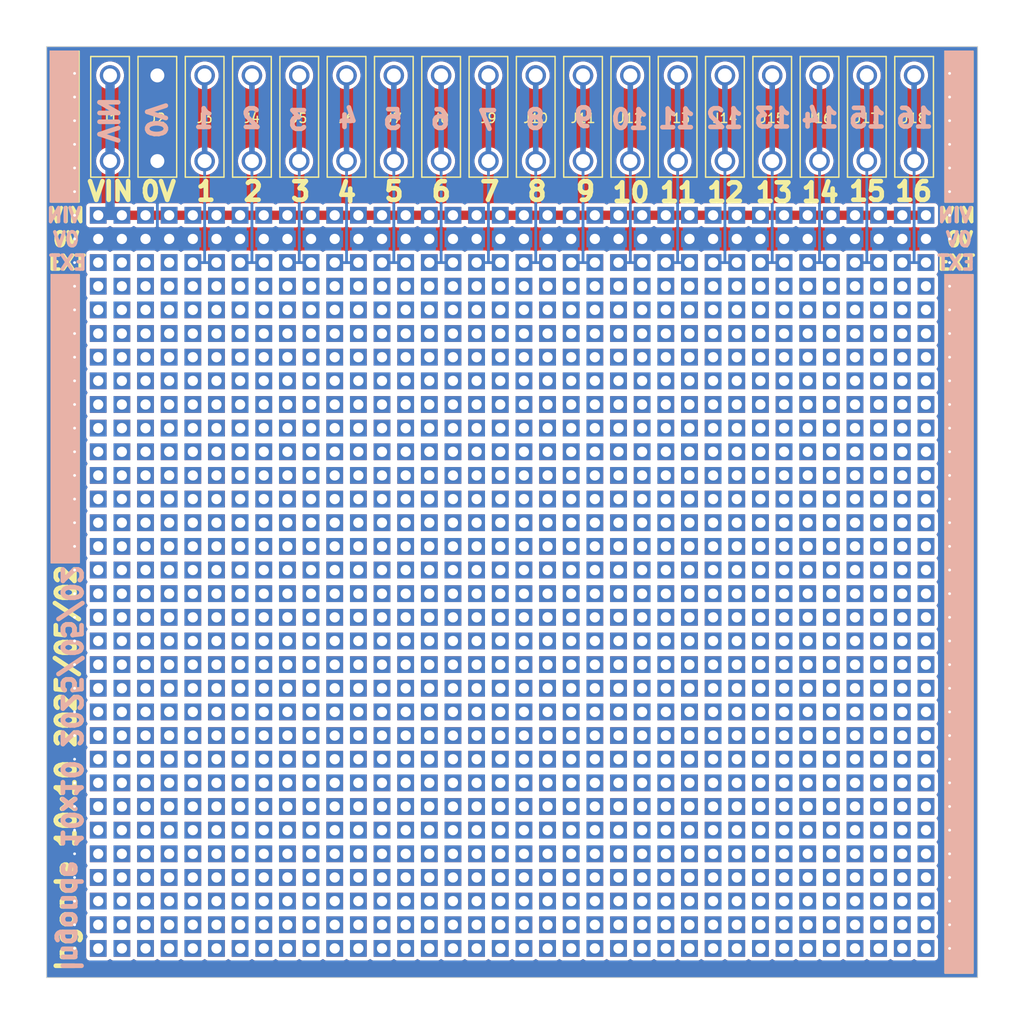
<source format=kicad_pcb>
(kicad_pcb (version 20241229) (generator "pcbnew") (generator_version "9.0")
  (layers (0 "F.Cu" signal) (2 "B.Cu" signal) (13 "F.Paste" user) (15 "B.Paste" user) (5 "F.SilkS" user "F.Silkscreen") (7 "B.SilkS" user "B.Silkscreen") (1 "F.Mask" user) (3 "B.Mask" user) (25 "Edge.Cuts" user))
  (net 0 "")
  (net 1 "VIN")
  (net 2 "0V")
  (net 3 "Net-(J3-Pin_1)")
  (net 4 "Net-(J4-Pin_1)")
  (net 5 "Net-(J100-Pin_1)")
  (net 6 "Net-(J101-Pin_1)")
  (net 7 "Net-(J103-Pin_1)")
  (net 8 "Net-(J105-Pin_1)")
  (net 9 "Net-(J107-Pin_1)")
  (net 10 "Net-(J10-Pin_1)")
  (net 11 "Net-(J11-Pin_1)")
  (net 12 "Net-(J113-Pin_1)")
  (net 13 "Net-(J115-Pin_1)")
  (net 14 "Net-(J117-Pin_1)")
  (net 15 "Net-(J119-Pin_1)")
  (net 16 "Net-(J121-Pin_1)")
  (net 17 "Net-(J123-Pin_1)")
  (net 18 "Net-(J125-Pin_1)")
  (footprint "Chimere_comps:Pastille_carree" (layer "F.Cu") (at 194.45 133.363)
    (property "Reference" "J271" (hide yes))
    (property "Value" "Pastille" (hide yes))
  )
  (footprint "Chimere_comps:Pastille_carree" (layer "F.Cu") (at 105.55 184.163)
    (property "Reference" "J956" (hide yes))
    (property "Value" "Pastille" (hide yes))
  )
  (footprint "Chimere_comps:Pastille_carree" (layer "F.Cu") (at 110.63 123.203)
    (property "Reference" "J93" (hide yes))
    (property "Value" "Pastille" (hide yes))
  )
  (footprint "Chimere_comps:Pastille_carree" (layer "F.Cu") (at 186.83 138.443)
    (property "Reference" "J340" (hide yes))
    (property "Value" "Pastille" (hide yes))
  )
  (footprint "Chimere_comps:Pastille_carree" (layer "F.Cu") (at 186.83 179.083)
    (property "Reference" "J916" (hide yes))
    (property "Value" "Pastille" (hide yes))
  )
  (footprint "Chimere_comps:Pastille_carree" (layer "F.Cu") (at 141.11 166.383)
    (property "Reference" "J718" (hide yes))
    (property "Value" "Pastille" (hide yes))
  )
  (footprint "Chimere_comps:Pastille_carree" (layer "F.Cu") (at 186.83 133.363)
    (property "Reference" "J268" (hide yes))
    (property "Value" "Pastille" (hide yes))
  )
  (footprint "Chimere_comps:Pastille_carree" (layer "F.Cu") (at 153.81 191.783)
    (property "Reference" "J1083" (hide yes))
    (property "Value" "Pastille" (hide yes))
  )
  (footprint "Chimere_comps:Pastille_carree" (layer "F.Cu") (at 108.09 140.983)
    (property "Reference" "J345" (hide yes))
    (property "Value" "Pastille" (hide yes))
  )
  (footprint "Chimere_comps:Pastille_carree" (layer "F.Cu") (at 110.63 135.903)
    (property "Reference" "J274" (hide yes))
    (property "Value" "Pastille" (hide yes))
  )
  (footprint "Chimere_comps:Pastille_carree" (layer "F.Cu") (at 120.79 184.163)
    (property "Reference" "J962" (hide yes))
    (property "Value" "Pastille" (hide yes))
  )
  (footprint "Chimere_comps:Pastille_carree" (layer "F.Cu") (at 186.83 146.063)
    (property "Reference" "J448" (hide yes))
    (property "Value" "Pastille" (hide yes))
  )
  (footprint "Chimere_comps:Pastille_carree" (layer "F.Cu") (at 130.95 161.303)
    (property "Reference" "J642" (hide yes))
    (property "Value" "Pastille" (hide yes))
  )
  (footprint "Chimere_comps:CONN_2060-1451_998-404_WAGO" (layer "F.Cu") (at 177.94 112.3)
    (property "Reference" "J15")
    (property "Value" "2060-451/998-404")
  )
  (footprint "Chimere_comps:Pastille_carree" (layer "F.Cu") (at 166.51 125.743)
    (property "Reference" "J151" (hide yes))
    (property "Value" "Pastille" (hide yes))
  )
  (footprint "Chimere_comps:Pastille_carree" (layer "F.Cu") (at 189.37 166.383)
    (property "Reference" "J737" (hide yes))
    (property "Value" "Pastille" (hide yes))
  )
  (footprint "Chimere_comps:Pastille_carree" (layer "F.Cu") (at 133.49 168.923)
    (property "Reference" "J751" (hide yes))
    (property "Value" "Pastille" (hide yes))
  )
  (footprint "Chimere_comps:Pastille_carree" (layer "F.Cu") (at 123.33 156.223)
    (property "Reference" "J567" (hide yes))
    (property "Value" "Pastille" (hide yes))
  )
  (footprint "Chimere_comps:Pastille_carree" (layer "F.Cu") (at 153.81 194.323)
    (property "Reference" "J1119" (hide yes))
    (property "Value" "Pastille" (hide yes))
  )
  (footprint "Chimere_comps:Pastille_carree" (layer "F.Cu") (at 108.09 158.763)
    (property "Reference" "J597" (hide yes))
    (property "Value" "Pastille" (hide yes))
  )
  (footprint "Chimere_comps:Pastille_carree" (layer "F.Cu") (at 108.09 174.003)
    (property "Reference" "J813" (hide yes))
    (property "Value" "Pastille" (hide yes))
  )
  (footprint "Chimere_comps:Pastille_carree" (layer "F.Cu") (at 151.27 186.703)
    (property "Reference" "J1010" (hide yes))
    (property "Value" "Pastille" (hide yes))
  )
  (footprint "Chimere_comps:Pastille_carree" (layer "F.Cu") (at 105.55 186.703)
    (property "Reference" "J992" (hide yes))
    (property "Value" "Pastille" (hide yes))
  )
  (footprint "Chimere_comps:Pastille_carree" (layer "F.Cu") (at 158.89 194.323)
    (property "Reference" "J1121" (hide yes))
    (property "Value" "Pastille" (hide yes))
  )
  (footprint "Chimere_comps:Pastille_carree" (layer "F.Cu") (at 151.27 130.823)
    (property "Reference" "J218" (hide yes))
    (property "Value" "Pastille" (hide yes))
  )
  (footprint "Chimere_comps:Pastille_carree" (layer "F.Cu") (at 113.17 168.923)
    (property "Reference" "J743" (hide yes))
    (property "Value" "Pastille" (hide yes))
  )
  (footprint "Chimere_comps:Pastille_carree" (layer "F.Cu") (at 105.55 133.363)
    (property "Reference" "J236" (hide yes))
    (property "Value" "Pastille" (hide yes))
  )
  (footprint "Chimere_comps:Pastille_carree" (layer "F.Cu") (at 171.59 168.923)
    (property "Reference" "J766" (hide yes))
    (property "Value" "Pastille" (hide yes))
  )
  (footprint "Chimere_comps:Pastille_carree" (layer "F.Cu") (at 171.59 128.283)
    (property "Reference" "J190" (hide yes))
    (property "Value" "Pastille" (hide yes))
  )
  (footprint "Chimere_comps:CONN_2060-1451_998-404_WAGO" (layer "F.Cu") (at 137.3 112.3)
    (property "Reference" "J7")
    (property "Value" "2060-451/998-404")
  )
  (footprint "Chimere_comps:Pastille_carree" (layer "F.Cu") (at 143.65 176.543)
    (property "Reference" "J863" (hide yes))
    (property "Value" "Pastille" (hide yes))
  )
  (footprint "Chimere_comps:Pastille_carree" (layer "F.Cu") (at 143.65 153.683)
    (property "Reference" "J539" (hide yes))
    (property "Value" "Pastille" (hide yes))
  )
  (footprint "Chimere_comps:Pastille_carree" (layer "F.Cu") (at 161.43 184.163)
    (property "Reference" "J978" (hide yes))
    (property "Value" "Pastille" (hide yes))
  )
  (footprint "Chimere_comps:Pastille_carree" (layer "F.Cu") (at 174.13 171.463)
    (property "Reference" "J803" (hide yes))
    (property "Value" "Pastille" (hide yes))
  )
  (footprint "Chimere_comps:Pastille_carree" (layer "F.Cu") (at 151.27 140.983)
    (property "Reference" "J362" (hide yes))
    (property "Value" "Pastille" (hide yes))
  )
  (footprint "Chimere_comps:Pastille_carree" (layer "F.Cu") (at 130.95 143.523)
    (property "Reference" "J390" (hide yes))
    (property "Value" "Pastille" (hide yes))
  )
  (footprint "Chimere_comps:Pastille_carree" (layer "F.Cu") (at 141.11 174.003)
    (property "Reference" "J826" (hide yes))
    (property "Value" "Pastille" (hide yes))
  )
  (footprint "Chimere_comps:Pastille_carree" (layer "F.Cu") (at 128.41 191.783)
    (property "Reference" "J1073" (hide yes))
    (property "Value" "Pastille" (hide yes))
  )
  (footprint "Chimere_comps:Pastille_carree" (layer "F.Cu") (at 130.95 120.663)
    (property "Reference" "J65" (hide yes))
    (property "Value" "Pastille" (hide yes))
  )
  (footprint "Chimere_comps:Pastille_carree" (layer "F.Cu") (at 110.63 191.783)
    (property "Reference" "J1066" (hide yes))
    (property "Value" "Pastille" (hide yes))
  )
  (footprint "Chimere_comps:Pastille_carree" (layer "F.Cu") (at 169.05 153.683)
    (property "Reference" "J549" (hide yes))
    (property "Value" "Pastille" (hide yes))
  )
  (footprint "Chimere_comps:Pastille_carree" (layer "F.Cu") (at 123.33 166.383)
    (property "Reference" "J711" (hide yes))
    (property "Value" "Pastille" (hide yes))
  )
  (footprint "Chimere_comps:Pastille_carree" (layer "F.Cu") (at 125.87 133.363)
    (property "Reference" "J244" (hide yes))
    (property "Value" "Pastille" (hide yes))
  )
  (footprint "Chimere_comps:Pastille_carree" (layer "F.Cu") (at 123.33 128.283)
    (property "Reference" "J171" (hide yes))
    (property "Value" "Pastille" (hide yes))
  )
  (footprint "Chimere_comps:Pastille_carree" (layer "F.Cu") (at 113.17 181.623)
    (property "Reference" "J923" (hide yes))
    (property "Value" "Pastille" (hide yes))
  )
  (footprint "Chimere_comps:Pastille_carree" (layer "F.Cu") (at 169.05 179.083)
    (property "Reference" "J909" (hide yes))
    (property "Value" "Pastille" (hide yes))
  )
  (footprint "Chimere_comps:Pastille_carree" (layer "F.Cu") (at 138.57 140.983)
    (property "Reference" "J357" (hide yes))
    (property "Value" "Pastille" (hide yes))
  )
  (footprint "Chimere_comps:Pastille_carree" (layer "F.Cu") (at 163.97 133.363)
    (property "Reference" "J259" (hide yes))
    (property "Value" "Pastille" (hide yes))
  )
  (footprint "Chimere_comps:Pastille_carree" (layer "F.Cu") (at 148.73 189.243)
    (property "Reference" "J1045" (hide yes))
    (property "Value" "Pastille" (hide yes))
  )
  (footprint "Chimere_comps:Pastille_carree" (layer "F.Cu") (at 191.91 186.703)
    (property "Reference" "J1026" (hide yes))
    (property "Value" "Pastille" (hide yes))
  )
  (footprint "Chimere_comps:Pastille_carree" (layer "F.Cu") (at 166.51 189.243)
    (property "Reference" "J1052" (hide yes))
    (property "Value" "Pastille" (hide yes))
  )
  (footprint "Chimere_comps:Pastille_carree" (layer "F.Cu") (at 189.37 146.063)
    (property "Reference" "J449" (hide yes))
    (property "Value" "Pastille" (hide yes))
  )
  (footprint "Chimere_comps:Pastille_carree" (layer "F.Cu") (at 136.03 174.003)
    (property "Reference" "J824" (hide yes))
    (property "Value" "Pastille" (hide yes))
  )
  (footprint "Chimere_comps:Pastille_carree" (layer "F.Cu") (at 179.21 143.523)
    (property "Reference" "J409" (hide yes))
    (property "Value" "Pastille" (hide yes))
  )
  (footprint "Chimere_comps:Pastille_carree" (layer "F.Cu") (at 108.09 171.463)
    (property "Reference" "J777" (hide yes))
    (property "Value" "Pastille" (hide yes))
  )
  (footprint "Chimere_comps:Pastille_carree" (layer "F.Cu") (at 136.03 140.983)
    (property "Reference" "J356" (hide yes))
    (property "Value" "Pastille" (hide yes))
  )
  (footprint "Chimere_comps:Pastille_carree" (layer "F.Cu") (at 194.45 158.763)
    (property "Reference" "J631" (hide yes))
    (property "Value" "Pastille" (hide yes))
  )
  (footprint "Chimere_comps:Pastille_carree" (layer "F.Cu") (at 189.37 179.083)
    (property "Reference" "J917" (hide yes))
    (property "Value" "Pastille" (hide yes))
  )
  (footprint "Chimere_comps:Pastille_carree" (layer "F.Cu") (at 166.51 174.003)
    (property "Reference" "J836" (hide yes))
    (property "Value" "Pastille" (hide yes))
  )
  (footprint "Chimere_comps:Pastille_carree" (layer "F.Cu") (at 176.67 125.743)
    (property "Reference" "J155" (hide yes))
    (property "Value" "Pastille" (hide yes))
  )
  (footprint "Chimere_comps:Pastille_carree" (layer "F.Cu") (at 148.73 161.303)
    (property "Reference" "J649" (hide yes))
    (property "Value" "Pastille" (hide yes))
  )
  (footprint "Chimere_comps:Pastille_carree" (layer "F.Cu") (at 174.13 179.083)
    (property "Reference" "J911" (hide yes))
    (property "Value" "Pastille" (hide yes))
  )
  (footprint "Chimere_comps:Pastille_carree" (layer "F.Cu") (at 174.13 153.683)
    (property "Reference" "J551" (hide yes))
    (property "Value" "Pastille" (hide yes))
  )
  (footprint "Chimere_comps:Pastille_carree" (layer "F.Cu") (at 179.21 186.703)
    (property "Reference" "J1021" (hide yes))
    (property "Value" "Pastille" (hide yes))
  )
  (footprint "Chimere_comps:Pastille_carree" (layer "F.Cu") (at 194.45 153.683)
    (property "Reference" "J559" (hide yes))
    (property "Value" "Pastille" (hide yes))
  )
  (footprint "Chimere_comps:Pastille_carree" (layer "F.Cu") (at 194.45 140.983)
    (property "Reference" "J379" (hide yes))
    (property "Value" "Pastille" (hide yes))
  )
  (footprint "Chimere_comps:Pastille_carree" (layer "F.Cu") (at 120.79 125.743)
    (property "Reference" "J133" (hide yes))
    (property "Value" "Pastille" (hide yes))
  )
  (footprint "Chimere_comps:Pastille_carree" (layer "F.Cu") (at 174.13 135.903)
    (property "Reference" "J299" (hide yes))
    (property "Value" "Pastille" (hide yes))
  )
  (footprint "Chimere_comps:Pastille_carree" (layer "F.Cu") (at 105.55 174.003)
    (property "Reference" "J812" (hide yes))
    (property "Value" "Pastille" (hide yes))
  )
  (footprint "Chimere_comps:Pastille_carree" (layer "F.Cu") (at 113.17 166.383)
    (property "Reference" "J707" (hide yes))
    (property "Value" "Pastille" (hide yes))
  )
  (footprint "Chimere_comps:Pastille_carree" (layer "F.Cu") (at 105.55 135.903)
    (property "Reference" "J272" (hide yes))
    (property "Value" "Pastille" (hide yes))
  )
  (footprint "Chimere_comps:Pastille_carree" (layer "F.Cu") (at 141.11 158.763)
    (property "Reference" "J610" (hide yes))
    (property "Value" "Pastille" (hide yes))
  )
  (footprint "Chimere_comps:Pastille_carree" (layer "F.Cu") (at 166.51 138.443)
    (property "Reference" "J332" (hide yes))
    (property "Value" "Pastille" (hide yes))
  )
  (footprint "Chimere_comps:Pastille_carree" (layer "F.Cu") (at 130.95 191.783)
    (property "Reference" "J1074" (hide yes))
    (property "Value" "Pastille" (hide yes))
  )
  (footprint "Chimere_comps:Pastille_carree" (layer "F.Cu") (at 181.75 184.163)
    (property "Reference" "J986" (hide yes))
    (property "Value" "Pastille" (hide yes))
  )
  (footprint "Chimere_comps:Pastille_carree" (layer "F.Cu") (at 118.25 189.243)
    (property "Reference" "J1033" (hide yes))
    (property "Value" "Pastille" (hide yes))
  )
  (footprint "Chimere_comps:Pastille_carree" (layer "F.Cu") (at 161.43 163.843)
    (property "Reference" "J690" (hide yes))
    (property "Value" "Pastille" (hide yes))
  )
  (footprint "Chimere_comps:Pastille_carree" (layer "F.Cu") (at 176.67 156.223)
    (property "Reference" "J588" (hide yes))
    (property "Value" "Pastille" (hide yes))
  )
  (footprint "Chimere_comps:Pastille_carree" (layer "F.Cu") (at 151.27 181.623)
    (property "Reference" "J938" (hide yes))
    (property "Value" "Pastille" (hide yes))
  )
  (footprint "Chimere_comps:Pastille_carree" (layer "F.Cu") (at 189.37 125.743)
    (property "Reference" "J160" (hide yes))
    (property "Value" "Pastille" (hide yes))
  )
  (footprint "Chimere_comps:Pastille_carree" (layer "F.Cu") (at 123.33 163.843)
    (property "Reference" "J675" (hide yes))
    (property "Value" "Pastille" (hide yes))
  )
  (footprint "Chimere_comps:Pastille_carree" (layer "F.Cu") (at 179.21 191.783)
    (property "Reference" "J1093" (hide yes))
    (property "Value" "Pastille" (hide yes))
  )
  (footprint "Chimere_comps:Pastille_carree" (layer "F.Cu") (at 169.05 138.443)
    (property "Reference" "J333" (hide yes))
    (property "Value" "Pastille" (hide yes))
  )
  (footprint "Chimere_comps:Pastille_carree" (layer "F.Cu") (at 174.13 120.663)
    (property "Reference" "J82" (hide yes))
    (property "Value" "Pastille" (hide yes))
  )
  (footprint "Chimere_comps:Pastille_carree" (layer "F.Cu") (at 146.19 158.763)
    (property "Reference" "J612" (hide yes))
    (property "Value" "Pastille" (hide yes))
  )
  (footprint "Chimere_comps:Pastille_carree" (layer "F.Cu") (at 184.29 191.783)
    (property "Reference" "J1095" (hide yes))
    (property "Value" "Pastille" (hide yes))
  )
  (footprint "Chimere_comps:Pastille_carree" (layer "F.Cu") (at 169.05 118.123)
    (property "Reference" "J44" (hide yes))
    (property "Value" "Pastille" (hide yes))
  )
  (footprint "Chimere_comps:Pastille_carree" (layer "F.Cu") (at 169.05 184.163)
    (property "Reference" "J981" (hide yes))
    (property "Value" "Pastille" (hide yes))
  )
  (footprint "Chimere_comps:Pastille_carree" (layer "F.Cu") (at 133.49 189.243)
    (property "Reference" "J1039" (hide yes))
    (property "Value" "Pastille" (hide yes))
  )
  (footprint "Chimere_comps:Pastille_carree" (layer "F.Cu") (at 186.83 118.123)
    (property "Reference" "J51" (hide yes))
    (property "Value" "Pastille" (hide yes))
  )
  (footprint "Chimere_comps:Pastille_carree" (layer "F.Cu") (at 184.29 181.623)
    (property "Reference" "J951" (hide yes))
    (property "Value" "Pastille" (hide yes))
  )
  (footprint "Chimere_comps:Pastille_carree" (layer "F.Cu") (at 161.43 118.123)
    (property "Reference" "J41" (hide yes))
    (property "Value" "Pastille" (hide yes))
  )
  (footprint "Chimere_comps:Pastille_carree" (layer "F.Cu") (at 113.17 118.123)
    (property "Reference" "J22" (hide yes))
    (property "Value" "Pastille" (hide yes))
  )
  (footprint "Chimere_comps:Pastille_carree" (layer "F.Cu") (at 115.71 163.843)
    (property "Reference" "J672" (hide yes))
    (property "Value" "Pastille" (hide yes))
  )
  (footprint "Chimere_comps:Pastille_carree" (layer "F.Cu") (at 108.09 153.683)
    (property "Reference" "J525" (hide yes))
    (property "Value" "Pastille" (hide yes))
  )
  (footprint "Chimere_comps:Pastille_carree" (layer "F.Cu") (at 148.73 156.223)
    (property "Reference" "J577" (hide yes))
    (property "Value" "Pastille" (hide yes))
  )
  (footprint "Chimere_comps:Pastille_carree" (layer "F.Cu") (at 169.05 181.623)
    (property "Reference" "J945" (hide yes))
    (property "Value" "Pastille" (hide yes))
  )
  (footprint "Chimere_comps:Pastille_carree" (layer "F.Cu") (at 128.41 196.863)
    (property "Reference" "J1145" (hide yes))
    (property "Value" "Pastille" (hide yes))
  )
  (footprint "Chimere_comps:Pastille_carree" (layer "F.Cu") (at 108.09 118.123)
    (property "Reference" "J20" (hide yes))
    (property "Value" "Pastille" (hide yes))
  )
  (footprint "Chimere_comps:Pastille_carree" (layer "F.Cu") (at 194.45 118.123)
    (property "Reference" "J54" (hide yes))
    (property "Value" "Pastille" (hide yes))
  )
  (footprint "Chimere_comps:Pastille_carree" (layer "F.Cu") (at 194.45 191.783)
    (property "Reference" "J1099" (hide yes))
    (property "Value" "Pastille" (hide yes))
  )
  (footprint "Chimere_comps:Pastille_carree" (layer "F.Cu") (at 171.59 143.523)
    (property "Reference" "J406" (hide yes))
    (property "Value" "Pastille" (hide yes))
  )
  (footprint "Chimere_comps:Pastille_carree" (layer "F.Cu") (at 128.41 153.683)
    (property "Reference" "J533" (hide yes))
    (property "Value" "Pastille" (hide yes))
  )
  (footprint "Chimere_comps:Pastille_carree" (layer "F.Cu") (at 158.89 151.143)
    (property "Reference" "J509" (hide yes))
    (property "Value" "Pastille" (hide yes))
  )
  (footprint "Chimere_comps:Pastille_carree" (layer "F.Cu") (at 146.19 168.923)
    (property "Reference" "J756" (hide yes))
    (property "Value" "Pastille" (hide yes))
  )
  (footprint "Chimere_comps:Pastille_carree" (layer "F.Cu") (at 113.17 191.783)
    (property "Reference" "J1067" (hide yes))
    (property "Value" "Pastille" (hide yes))
  )
  (footprint "Chimere_comps:Pastille_carree" (layer "F.Cu") (at 156.35 120.663)
    (property "Reference" "J75" (hide yes))
    (property "Value" "Pastille" (hide yes))
  )
  (footprint "Chimere_comps:Pastille_carree" (layer "F.Cu") (at 169.05 128.283)
    (property "Reference" "J189" (hide yes))
    (property "Value" "Pastille" (hide yes))
  )
  (footprint "Chimere_comps:Pastille_carree" (layer "F.Cu") (at 186.83 156.223)
    (property "Reference" "J592" (hide yes))
    (property "Value" "Pastille" (hide yes))
  )
  (footprint "Chimere_comps:Pastille_carree" (layer "F.Cu") (at 143.65 151.143)
    (property "Reference" "J503" (hide yes))
    (property "Value" "Pastille" (hide yes))
  )
  (footprint "Chimere_comps:Pastille_carree" (layer "F.Cu") (at 136.03 184.163)
    (property "Reference" "J968" (hide yes))
    (property "Value" "Pastille" (hide yes))
  )
  (footprint "Chimere_comps:Pastille_carree" (layer "F.Cu") (at 189.37 191.783)
    (property "Reference" "J1097" (hide yes))
    (property "Value" "Pastille" (hide yes))
  )
  (footprint "Chimere_comps:Pastille_carree" (layer "F.Cu") (at 169.05 166.383)
    (property "Reference" "J729" (hide yes))
    (property "Value" "Pastille" (hide yes))
  )
  (footprint "Chimere_comps:Pastille_carree" (layer "F.Cu") (at 130.95 125.743)
    (property "Reference" "J137" (hide yes))
    (property "Value" "Pastille" (hide yes))
  )
  (footprint "Chimere_comps:Pastille_carree" (layer "F.Cu") (at 153.81 135.903)
    (property "Reference" "J291" (hide yes))
    (property "Value" "Pastille" (hide yes))
  )
  (footprint "Chimere_comps:Pastille_carree" (layer "F.Cu") (at 125.87 120.663)
    (property "Reference" "J63" (hide yes))
    (property "Value" "Pastille" (hide yes))
  )
  (footprint "Chimere_comps:Pastille_carree" (layer "F.Cu") (at 186.83 140.983)
    (property "Reference" "J376" (hide yes))
    (property "Value" "Pastille" (hide yes))
  )
  (footprint "Chimere_comps:Pastille_carree" (layer "F.Cu") (at 158.89 174.003)
    (property "Reference" "J833" (hide yes))
    (property "Value" "Pastille" (hide yes))
  )
  (footprint "Chimere_comps:Pastille_carree" (layer "F.Cu") (at 105.55 171.463)
    (property "Reference" "J776" (hide yes))
    (property "Value" "Pastille" (hide yes))
  )
  (footprint "Chimere_comps:Pastille_carree" (layer "F.Cu") (at 123.33 123.203)
    (property "Reference" "J98" (hide yes))
    (property "Value" "Pastille" (hide yes))
  )
  (footprint "Chimere_comps:Pastille_carree" (layer "F.Cu") (at 143.65 166.383)
    (property "Reference" "J719" (hide yes))
    (property "Value" "Pastille" (hide yes))
  )
  (footprint "Chimere_comps:Pastille_carree" (layer "F.Cu") (at 141.11 181.623)
    (property "Reference" "J934" (hide yes))
    (property "Value" "Pastille" (hide yes))
  )
  (footprint "Chimere_comps:Pastille_carree" (layer "F.Cu") (at 148.73 191.783)
    (property "Reference" "J1081" (hide yes))
    (property "Value" "Pastille" (hide yes))
  )
  (footprint "Chimere_comps:Pastille_carree" (layer "F.Cu") (at 113.17 158.763)
    (property "Reference" "J599" (hide yes))
    (property "Value" "Pastille" (hide yes))
  )
  (footprint "Chimere_comps:Pastille_carree" (layer "F.Cu") (at 158.89 156.223)
    (property "Reference" "J581" (hide yes))
    (property "Value" "Pastille" (hide yes))
  )
  (footprint "Chimere_comps:Pastille_carree" (layer "F.Cu") (at 136.03 171.463)
    (property "Reference" "J788" (hide yes))
    (property "Value" "Pastille" (hide yes))
  )
  (footprint "Chimere_comps:Pastille_carree" (layer "F.Cu") (at 179.21 140.983)
    (property "Reference" "J373" (hide yes))
    (property "Value" "Pastille" (hide yes))
  )
  (footprint "Chimere_comps:Pastille_carree" (layer "F.Cu") (at 171.59 194.323)
    (property "Reference" "J1126" (hide yes))
    (property "Value" "Pastille" (hide yes))
  )
  (footprint "Chimere_comps:Pastille_carree" (layer "F.Cu") (at 179.21 181.623)
    (property "Reference" "J949" (hide yes))
    (property "Value" "Pastille" (hide yes))
  )
  (footprint "Chimere_comps:Pastille_carree" (layer "F.Cu") (at 143.65 158.763)
    (property "Reference" "J611" (hide yes))
    (property "Value" "Pastille" (hide yes))
  )
  (footprint "Chimere_comps:Pastille_carree" (layer "F.Cu") (at 105.55 151.143)
    (property "Reference" "J488" (hide yes))
    (property "Value" "Pastille" (hide yes))
  )
  (footprint "Chimere_comps:Pastille_carree" (layer "F.Cu") (at 146.19 196.863)
    (property "Reference" "J1152" (hide yes))
    (property "Value" "Pastille" (hide yes))
  )
  (footprint "Chimere_comps:Pastille_carree" (layer "F.Cu") (at 118.25 168.923)
    (property "Reference" "J745" (hide yes))
    (property "Value" "Pastille" (hide yes))
  )
  (footprint "Chimere_comps:Pastille_carree" (layer "F.Cu") (at 163.97 143.523)
    (property "Reference" "J403" (hide yes))
    (property "Value" "Pastille" (hide yes))
  )
  (footprint "Chimere_comps:Pastille_carree" (layer "F.Cu") (at 174.13 130.823)
    (property "Reference" "J227" (hide yes))
    (property "Value" "Pastille" (hide yes))
  )
  (footprint "Chimere_comps:Pastille_carree" (layer "F.Cu") (at 110.63 181.623)
    (property "Reference" "J922" (hide yes))
    (property "Value" "Pastille" (hide yes))
  )
  (footprint "Chimere_comps:Pastille_carree" (layer "F.Cu") (at 118.25 163.843)
    (property "Reference" "J673" (hide yes))
    (property "Value" "Pastille" (hide yes))
  )
  (footprint "Chimere_comps:Pastille_carree" (layer "F.Cu") (at 136.03 156.223)
    (property "Reference" "J572" (hide yes))
    (property "Value" "Pastille" (hide yes))
  )
  (footprint "Chimere_comps:Pastille_carree" (layer "F.Cu") (at 141.11 148.603)
    (property "Reference" "J466" (hide yes))
    (property "Value" "Pastille" (hide yes))
  )
  (footprint "Chimere_comps:Pastille_carree" (layer "F.Cu") (at 146.19 163.843)
    (property "Reference" "J684" (hide yes))
    (property "Value" "Pastille" (hide yes))
  )
  (footprint "Chimere_comps:Pastille_carree" (layer "F.Cu") (at 184.29 158.763)
    (property "Reference" "J627" (hide yes))
    (property "Value" "Pastille" (hide yes))
  )
  (footprint "Chimere_comps:Pastille_carree" (layer "F.Cu") (at 113.17 151.143)
    (property "Reference" "J491" (hide yes))
    (property "Value" "Pastille" (hide yes))
  )
  (footprint "Chimere_comps:Pastille_carree" (layer "F.Cu") (at 125.87 138.443)
    (property "Reference" "J316" (hide yes))
    (property "Value" "Pastille" (hide yes))
  )
  (footprint "Chimere_comps:Pastille_carree" (layer "F.Cu") (at 115.71 166.383)
    (property "Reference" "J708" (hide yes))
    (property "Value" "Pastille" (hide yes))
  )
  (footprint "Chimere_comps:Pastille_carree" (layer "F.Cu") (at 130.95 128.283)
    (property "Reference" "J174" (hide yes))
    (property "Value" "Pastille" (hide yes))
  )
  (footprint "Chimere_comps:Pastille_carree" (layer "F.Cu") (at 186.83 153.683)
    (property "Reference" "J556" (hide yes))
    (property "Value" "Pastille" (hide yes))
  )
  (footprint "Chimere_comps:Pastille_carree" (layer "F.Cu") (at 105.55 191.783)
    (property "Reference" "J1064" (hide yes))
    (property "Value" "Pastille" (hide yes))
  )
  (footprint "Chimere_comps:Pastille_carree" (layer "F.Cu") (at 169.05 191.783)
    (property "Reference" "J1089" (hide yes))
    (property "Value" "Pastille" (hide yes))
  )
  (footprint "Chimere_comps:Pastille_carree" (layer "F.Cu") (at 181.75 128.283)
    (property "Reference" "J194" (hide yes))
    (property "Value" "Pastille" (hide yes))
  )
  (footprint "Chimere_comps:Pastille_carree" (layer "F.Cu") (at 128.41 174.003)
    (property "Reference" "J821" (hide yes))
    (property "Value" "Pastille" (hide yes))
  )
  (footprint "Chimere_comps:Pastille_carree" (layer "F.Cu") (at 115.71 143.523)
    (property "Reference" "J384" (hide yes))
    (property "Value" "Pastille" (hide yes))
  )
  (footprint "Chimere_comps:Pastille_carree" (layer "F.Cu") (at 151.27 120.663)
    (property "Reference" "J73" (hide yes))
    (property "Value" "Pastille" (hide yes))
  )
  (footprint "Chimere_comps:Pastille_carree" (layer "F.Cu") (at 153.81 174.003)
    (property "Reference" "J831" (hide yes))
    (property "Value" "Pastille" (hide yes))
  )
  (footprint "Chimere_comps:Pastille_carree" (layer "F.Cu") (at 191.91 189.243)
    (property "Reference" "J1062" (hide yes))
    (property "Value" "Pastille" (hide yes))
  )
  (footprint "Chimere_comps:Pastille_carree" (layer "F.Cu") (at 123.33 191.783)
    (property "Reference" "J1071" (hide yes))
    (property "Value" "Pastille" (hide yes))
  )
  (footprint "Chimere_comps:Pastille_carree" (layer "F.Cu") (at 138.57 166.383)
    (property "Reference" "J717" (hide yes))
    (property "Value" "Pastille" (hide yes))
  )
  (footprint "Chimere_comps:Pastille_carree" (layer "F.Cu") (at 118.25 148.603)
    (property "Reference" "J457" (hide yes))
    (property "Value" "Pastille" (hide yes))
  )
  (footprint "Chimere_comps:Pastille_carree" (layer "F.Cu") (at 138.57 148.603)
    (property "Reference" "J465" (hide yes))
    (property "Value" "Pastille" (hide yes))
  )
  (footprint "Chimere_comps:Pastille_carree" (layer "F.Cu") (at 110.63 171.463)
    (property "Reference" "J778" (hide yes))
    (property "Value" "Pastille" (hide yes))
  )
  (footprint "Chimere_comps:Pastille_carree" (layer "F.Cu") (at 171.59 186.703)
    (property "Reference" "J1018" (hide yes))
    (property "Value" "Pastille" (hide yes))
  )
  (footprint "Chimere_comps:Pastille_carree" (layer "F.Cu") (at 128.41 138.443)
    (property "Reference" "J317" (hide yes))
    (property "Value" "Pastille" (hide yes))
  )
  (footprint "Chimere_comps:Pastille_carree" (layer "F.Cu") (at 133.49 179.083)
    (property "Reference" "J895" (hide yes))
    (property "Value" "Pastille" (hide yes))
  )
  (footprint "Chimere_comps:Pastille_carree" (layer "F.Cu") (at 158.89 146.063)
    (property "Reference" "J437" (hide yes))
    (property "Value" "Pastille" (hide yes))
  )
  (footprint "Chimere_comps:CONN_2060-1451_998-404_WAGO" (layer "F.Cu") (at 111.9 112.3)
    (property "Reference" "J2")
    (property "Value" "2060-451/998-404")
  )
  (footprint "Chimere_comps:Pastille_carree" (layer "F.Cu") (at 120.79 166.383)
    (property "Reference" "J710" (hide yes))
    (property "Value" "Pastille" (hide yes))
  )
  (footprint "Chimere_comps:Pastille_carree" (layer "F.Cu") (at 174.13 138.443)
    (property "Reference" "J335" (hide yes))
    (property "Value" "Pastille" (hide yes))
  )
  (footprint "Chimere_comps:Pastille_carree" (layer "F.Cu") (at 179.21 184.163)
    (property "Reference" "J985" (hide yes))
    (property "Value" "Pastille" (hide yes))
  )
  (footprint "Chimere_comps:Pastille_carree" (layer "F.Cu") (at 189.37 148.603)
    (property "Reference" "J485" (hide yes))
    (property "Value" "Pastille" (hide yes))
  )
  (footprint "Chimere_comps:Pastille_carree" (layer "F.Cu") (at 161.43 156.223)
    (property "Reference" "J582" (hide yes))
    (property "Value" "Pastille" (hide yes))
  )
  (footprint "Chimere_comps:Pastille_carree" (layer "F.Cu") (at 146.19 161.303)
    (property "Reference" "J648" (hide yes))
    (property "Value" "Pastille" (hide yes))
  )
  (footprint "Chimere_comps:Pastille_carree" (layer "F.Cu") (at 125.87 171.463)
    (property "Reference" "J784" (hide yes))
    (property "Value" "Pastille" (hide yes))
  )
  (footprint "Chimere_comps:Pastille_carree" (layer "F.Cu") (at 166.51 176.543)
    (property "Reference" "J872" (hide yes))
    (property "Value" "Pastille" (hide yes))
  )
  (footprint "Chimere_comps:Pastille_carree" (layer "F.Cu") (at 186.83 163.843)
    (property "Reference" "J700" (hide yes))
    (property "Value" "Pastille" (hide yes))
  )
  (footprint "Chimere_comps:Pastille_carree" (layer "F.Cu") (at 156.35 184.163)
    (property "Reference" "J976" (hide yes))
    (property "Value" "Pastille" (hide yes))
  )
  (footprint "Chimere_comps:Pastille_carree" (layer "F.Cu") (at 189.37 158.763)
    (property "Reference" "J629" (hide yes))
    (property "Value" "Pastille" (hide yes))
  )
  (footprint "Chimere_comps:Pastille_carree" (layer "F.Cu") (at 125.87 166.383)
    (property "Reference" "J712" (hide yes))
    (property "Value" "Pastille" (hide yes))
  )
  (footprint "Chimere_comps:Pastille_carree" (layer "F.Cu") (at 148.73 168.923)
    (property "Reference" "J757" (hide yes))
    (property "Value" "Pastille" (hide yes))
  )
  (footprint "Chimere_comps:Pastille_carree" (layer "F.Cu") (at 110.63 174.003)
    (property "Reference" "J814" (hide yes))
    (property "Value" "Pastille" (hide yes))
  )
  (footprint "Chimere_comps:Pastille_carree" (layer "F.Cu") (at 143.65 130.823)
    (property "Reference" "J215" (hide yes))
    (property "Value" "Pastille" (hide yes))
  )
  (footprint "Chimere_comps:Pastille_carree" (layer "F.Cu") (at 191.91 161.303)
    (property "Reference" "J666" (hide yes))
    (property "Value" "Pastille" (hide yes))
  )
  (footprint "Chimere_comps:Pastille_carree" (layer "F.Cu") (at 166.51 151.143)
    (property "Reference" "J512" (hide yes))
    (property "Value" "Pastille" (hide yes))
  )
  (footprint "Chimere_comps:Pastille_carree" (layer "F.Cu") (at 181.75 156.223)
    (property "Reference" "J590" (hide yes))
    (property "Value" "Pastille" (hide yes))
  )
  (footprint "Chimere_comps:Pastille_carree" (layer "F.Cu") (at 110.63 128.283)
    (property "Reference" "J166" (hide yes))
    (property "Value" "Pastille" (hide yes))
  )
  (footprint "Chimere_comps:Pastille_carree" (layer "F.Cu") (at 179.21 135.903)
    (property "Reference" "J301" (hide yes))
    (property "Value" "Pastille" (hide yes))
  )
  (footprint "Chimere_comps:Pastille_carree" (layer "F.Cu") (at 169.05 158.763)
    (property "Reference" "J621" (hide yes))
    (property "Value" "Pastille" (hide yes))
  )
  (footprint "Chimere_comps:Pastille_carree" (layer "F.Cu") (at 158.89 130.823)
    (property "Reference" "J221" (hide yes))
    (property "Value" "Pastille" (hide yes))
  )
  (footprint "Chimere_comps:Pastille_carree" (layer "F.Cu") (at 181.75 168.923)
    (property "Reference" "J770" (hide yes))
    (property "Value" "Pastille" (hide yes))
  )
  (footprint "Chimere_comps:Pastille_carree" (layer "F.Cu") (at 186.83 120.663)
    (property "Reference" "J87" (hide yes))
    (property "Value" "Pastille" (hide yes))
  )
  (footprint "Chimere_comps:Pastille_carree" (layer "F.Cu") (at 118.25 196.863)
    (property "Reference" "J1141" (hide yes))
    (property "Value" "Pastille" (hide yes))
  )
  (footprint "Chimere_comps:Pastille_carree" (layer "F.Cu") (at 125.87 146.063)
    (property "Reference" "J424" (hide yes))
    (property "Value" "Pastille" (hide yes))
  )
  (footprint "Chimere_comps:Pastille_carree" (layer "F.Cu") (at 108.09 151.143)
    (property "Reference" "J489" (hide yes))
    (property "Value" "Pastille" (hide yes))
  )
  (footprint "Chimere_comps:Pastille_carree" (layer "F.Cu") (at 174.13 184.163)
    (property "Reference" "J983" (hide yes))
    (property "Value" "Pastille" (hide yes))
  )
  (footprint "Chimere_comps:Pastille_carree" (layer "F.Cu") (at 133.49 125.743)
    (property "Reference" "J138" (hide yes))
    (property "Value" "Pastille" (hide yes))
  )
  (footprint "Chimere_comps:Pastille_carree" (layer "F.Cu") (at 115.71 189.243)
    (property "Reference" "J1032" (hide yes))
    (property "Value" "Pastille" (hide yes))
  )
  (footprint "Chimere_comps:Pastille_carree" (layer "F.Cu") (at 166.51 168.923)
    (property "Reference" "J764" (hide yes))
    (property "Value" "Pastille" (hide yes))
  )
  (footprint "Chimere_comps:Pastille_carree" (layer "F.Cu") (at 143.65 128.283)
    (property "Reference" "J179" (hide yes))
    (property "Value" "Pastille" (hide yes))
  )
  (footprint "Chimere_comps:Pastille_carree" (layer "F.Cu") (at 105.55 143.523)
    (property "Reference" "J380" (hide yes))
    (property "Value" "Pastille" (hide yes))
  )
  (footprint "Chimere_comps:Pastille_carree" (layer "F.Cu") (at 186.83 148.603)
    (property "Reference" "J484" (hide yes))
    (property "Value" "Pastille" (hide yes))
  )
  (footprint "Chimere_comps:Pastille_carree" (layer "F.Cu") (at 128.41 179.083)
    (property "Reference" "J893" (hide yes))
    (property "Value" "Pastille" (hide yes))
  )
  (footprint "Chimere_comps:CONN_2060-1451_998-404_WAGO" (layer "F.Cu") (at 142.38 112.3)
    (property "Reference" "J8")
    (property "Value" "2060-451/998-404")
  )
  (footprint "Chimere_comps:Pastille_carree" (layer "F.Cu") (at 108.09 148.603)
    (property "Reference" "J453" (hide yes))
    (property "Value" "Pastille" (hide yes))
  )
  (footprint "Chimere_comps:Pastille_carree" (layer "F.Cu") (at 130.95 194.323)
    (property "Reference" "J1110" (hide yes))
    (property "Value" "Pastille" (hide yes))
  )
  (footprint "Chimere_comps:Pastille_carree" (layer "F.Cu") (at 189.37 120.663)
    (property "Reference" "J88" (hide yes))
    (property "Value" "Pastille" (hide yes))
  )
  (footprint "Chimere_comps:Pastille_carree" (layer "F.Cu") (at 156.35 194.323)
    (property "Reference" "J1120" (hide yes))
    (property "Value" "Pastille" (hide yes))
  )
  (footprint "Chimere_comps:Pastille_carree" (layer "F.Cu") (at 108.09 161.303)
    (property "Reference" "J633" (hide yes))
    (property "Value" "Pastille" (hide yes))
  )
  (footprint "Chimere_comps:Pastille_carree" (layer "F.Cu") (at 189.37 194.323)
    (property "Reference" "J1133" (hide yes))
    (property "Value" "Pastille" (hide yes))
  )
  (footprint "Chimere_comps:Pastille_carree" (layer "F.Cu") (at 141.11 171.463)
    (property "Reference" "J790" (hide yes))
    (property "Value" "Pastille" (hide yes))
  )
  (footprint "Chimere_comps:Pastille_carree" (layer "F.Cu") (at 179.21 151.143)
    (property "Reference" "J517" (hide yes))
    (property "Value" "Pastille" (hide yes))
  )
  (footprint "Chimere_comps:Pastille_carree" (layer "F.Cu") (at 171.59 189.243)
    (property "Reference" "J1054" (hide yes))
    (property "Value" "Pastille" (hide yes))
  )
  (footprint "Chimere_comps:Pastille_carree" (layer "F.Cu") (at 171.59 161.303)
    (property "Reference" "J658" (hide yes))
    (property "Value" "Pastille" (hide yes))
  )
  (footprint "Chimere_comps:Pastille_carree" (layer "F.Cu") (at 184.29 125.743)
    (property "Reference" "J158" (hide yes))
    (property "Value" "Pastille" (hide yes))
  )
  (footprint "Chimere_comps:Pastille_carree" (layer "F.Cu") (at 184.29 184.163)
    (property "Reference" "J987" (hide yes))
    (property "Value" "Pastille" (hide yes))
  )
  (footprint "Chimere_comps:Pastille_carree" (layer "F.Cu") (at 113.17 171.463)
    (property "Reference" "J779" (hide yes))
    (property "Value" "Pastille" (hide yes))
  )
  (footprint "Chimere_comps:Pastille_carree" (layer "F.Cu") (at 120.79 196.863)
    (property "Reference" "J1142" (hide yes))
    (property "Value" "Pastille" (hide yes))
  )
  (footprint "Chimere_comps:Pastille_carree" (layer "F.Cu") (at 151.27 194.323)
    (property "Reference" "J1118" (hide yes))
    (property "Value" "Pastille" (hide yes))
  )
  (footprint "Chimere_comps:Pastille_carree" (layer "F.Cu") (at 171.59 125.743)
    (property "Reference" "J153" (hide yes))
    (property "Value" "Pastille" (hide yes))
  )
  (footprint "Chimere_comps:Pastille_carree" (layer "F.Cu") (at 179.21 161.303)
    (property "Reference" "J661" (hide yes))
    (property "Value" "Pastille" (hide yes))
  )
  (footprint "Chimere_comps:Pastille_carree" (layer "F.Cu") (at 123.33 130.823)
    (property "Reference" "J207" (hide yes))
    (property "Value" "Pastille" (hide yes))
  )
  (footprint "Chimere_comps:Pastille_carree" (layer "F.Cu") (at 151.27 158.763)
    (property "Reference" "J614" (hide yes))
    (property "Value" "Pastille" (hide yes))
  )
  (footprint "Chimere_comps:Pastille_carree" (layer "F.Cu") (at 118.25 166.383)
    (property "Reference" "J709" (hide yes))
    (property "Value" "Pastille" (hide yes))
  )
  (footprint "Chimere_comps:Pastille_carree" (layer "F.Cu") (at 105.55 140.983)
    (property "Reference" "J344" (hide yes))
    (property "Value" "Pastille" (hide yes))
  )
  (footprint "Chimere_comps:Pastille_carree" (layer "F.Cu") (at 153.81 128.283)
    (property "Reference" "J183" (hide yes))
    (property "Value" "Pastille" (hide yes))
  )
  (footprint "Chimere_comps:Pastille_carree" (layer "F.Cu") (at 194.45 120.663)
    (property "Reference" "J90" (hide yes))
    (property "Value" "Pastille" (hide yes))
  )
  (footprint "Chimere_comps:Pastille_carree" (layer "F.Cu") (at 169.05 163.843)
    (property "Reference" "J693" (hide yes))
    (property "Value" "Pastille" (hide yes))
  )
  (footprint "Chimere_comps:Pastille_carree" (layer "F.Cu") (at 161.43 125.743)
    (property "Reference" "J149" (hide yes))
    (property "Value" "Pastille" (hide yes))
  )
  (footprint "Chimere_comps:Pastille_carree" (layer "F.Cu") (at 125.87 130.823)
    (property "Reference" "J208" (hide yes))
    (property "Value" "Pastille" (hide yes))
  )
  (footprint "Chimere_comps:Pastille_carree" (layer "F.Cu") (at 136.03 161.303)
    (property "Reference" "J644" (hide yes))
    (property "Value" "Pastille" (hide yes))
  )
  (footprint "Chimere_comps:Pastille_carree" (layer "F.Cu") (at 113.17 138.443)
    (property "Reference" "J311" (hide yes))
    (property "Value" "Pastille" (hide yes))
  )
  (footprint "Chimere_comps:Pastille_carree" (layer "F.Cu") (at 115.71 138.443)
    (property "Reference" "J312" (hide yes))
    (property "Value" "Pastille" (hide yes))
  )
  (footprint "Chimere_comps:Pastille_carree" (layer "F.Cu") (at 125.87 163.843)
    (property "Reference" "J676" (hide yes))
    (property "Value" "Pastille" (hide yes))
  )
  (footprint "Chimere_comps:Pastille_carree" (layer "F.Cu") (at 153.81 156.223)
    (property "Reference" "J579" (hide yes))
    (property "Value" "Pastille" (hide yes))
  )
  (footprint "Chimere_comps:Pastille_carree" (layer "F.Cu") (at 125.87 135.903)
    (property "Reference" "J280" (hide yes))
    (property "Value" "Pastille" (hide yes))
  )
  (footprint "Chimere_comps:CONN_2060-1451_998-404_WAGO" (layer "F.Cu") (at 172.86 112.3)
    (property "Reference" "J14")
    (property "Value" "2060-451/998-404")
  )
  (footprint "Chimere_comps:Pastille_carree" (layer "F.Cu") (at 163.97 161.303)
    (property "Reference" "J655" (hide yes))
    (property "Value" "Pastille" (hide yes))
  )
  (footprint "Chimere_comps:Pastille_carree" (layer "F.Cu") (at 128.41 148.603)
    (property "Reference" "J461" (hide yes))
    (property "Value" "Pastille" (hide yes))
  )
  (footprint "Chimere_comps:Pastille_carree" (layer "F.Cu") (at 130.95 148.603)
    (property "Reference" "J462" (hide yes))
    (property "Value" "Pastille" (hide yes))
  )
  (footprint "Chimere_comps:Pastille_carree" (layer "F.Cu") (at 191.91 158.763)
    (property "Reference" "J630" (hide yes))
    (property "Value" "Pastille" (hide yes))
  )
  (footprint "Chimere_comps:Pastille_carree" (layer "F.Cu") (at 123.33 168.923)
    (property "Reference" "J747" (hide yes))
    (property "Value" "Pastille" (hide yes))
  )
  (footprint "Chimere_comps:Pastille_carree" (layer "F.Cu") (at 171.59 181.623)
    (property "Reference" "J946" (hide yes))
    (property "Value" "Pastille" (hide yes))
  )
  (footprint "Chimere_comps:Pastille_carree" (layer "F.Cu") (at 118.25 138.443)
    (property "Reference" "J313" (hide yes))
    (property "Value" "Pastille" (hide yes))
  )
  (footprint "Chimere_comps:Pastille_carree" (layer "F.Cu") (at 123.33 148.603)
    (property "Reference" "J459" (hide yes))
    (property "Value" "Pastille" (hide yes))
  )
  (footprint "Chimere_comps:Pastille_carree" (layer "F.Cu") (at 176.67 181.623)
    (property "Reference" "J948" (hide yes))
    (property "Value" "Pastille" (hide yes))
  )
  (footprint "Chimere_comps:Pastille_carree" (layer "F.Cu") (at 118.25 133.363)
    (property "Reference" "J241" (hide yes))
    (property "Value" "Pastille" (hide yes))
  )
  (footprint "Chimere_comps:Pastille_carree" (layer "F.Cu") (at 120.79 135.903)
    (property "Reference" "J278" (hide yes))
    (property "Value" "Pastille" (hide yes))
  )
  (footprint "Chimere_comps:Pastille_carree" (layer "F.Cu") (at 108.09 168.923)
    (property "Reference" "J741" (hide yes))
    (property "Value" "Pastille" (hide yes))
  )
  (footprint "Chimere_comps:Pastille_carree" (layer "F.Cu") (at 151.27 191.783)
    (property "Reference" "J1082" (hide yes))
    (property "Value" "Pastille" (hide yes))
  )
  (footprint "Chimere_comps:Pastille_carree" (layer "F.Cu") (at 148.73 128.283)
    (property "Reference" "J181" (hide yes))
    (property "Value" "Pastille" (hide yes))
  )
  (footprint "Chimere_comps:Pastille_carree" (layer "F.Cu") (at 130.95 153.683)
    (property "Reference" "J534" (hide yes))
    (property "Value" "Pastille" (hide yes))
  )
  (footprint "Chimere_comps:Pastille_carree" (layer "F.Cu") (at 163.97 153.683)
    (property "Reference" "J547" (hide yes))
    (property "Value" "Pastille" (hide yes))
  )
  (footprint "Chimere_comps:Pastille_carree" (layer "F.Cu") (at 108.09 189.243)
    (property "Reference" "J1029" (hide yes))
    (property "Value" "Pastille" (hide yes))
  )
  (footprint "Chimere_comps:Pastille_carree" (layer "F.Cu") (at 156.35 191.783)
    (property "Reference" "J1084" (hide yes))
    (property "Value" "Pastille" (hide yes))
  )
  (footprint "Chimere_comps:Pastille_carree" (layer "F.Cu") (at 169.05 130.823)
    (property "Reference" "J225" (hide yes))
    (property "Value" "Pastille" (hide yes))
  )
  (footprint "Chimere_comps:Pastille_carree" (layer "F.Cu") (at 143.65 148.603)
    (property "Reference" "J467" (hide yes))
    (property "Value" "Pastille" (hide yes))
  )
  (footprint "Chimere_comps:Pastille_carree" (layer "F.Cu") (at 156.35 125.743)
    (property "Reference" "J147" (hide yes))
    (property "Value" "Pastille" (hide yes))
  )
  (footprint "Chimere_comps:Pastille_carree" (layer "F.Cu") (at 181.75 123.203)
    (property "Reference" "J121" (hide yes))
    (property "Value" "Pastille" (hide yes))
  )
  (footprint "Chimere_comps:Pastille_carree" (layer "F.Cu") (at 123.33 184.163)
    (property "Reference" "J963" (hide yes))
    (property "Value" "Pastille" (hide yes))
  )
  (footprint "Chimere_comps:Pastille_carree" (layer "F.Cu") (at 118.25 194.323)
    (property "Reference" "J1105" (hide yes))
    (property "Value" "Pastille" (hide yes))
  )
  (footprint "Chimere_comps:Pastille_carree" (layer "F.Cu") (at 138.57 133.363)
    (property "Reference" "J249" (hide yes))
    (property "Value" "Pastille" (hide yes))
  )
  (footprint "Chimere_comps:Pastille_carree" (layer "F.Cu") (at 151.27 184.163)
    (property "Reference" "J974" (hide yes))
    (property "Value" "Pastille" (hide yes))
  )
  (footprint "Chimere_comps:Pastille_carree" (layer "F.Cu") (at 136.03 135.903)
    (property "Reference" "J284" (hide yes))
    (property "Value" "Pastille" (hide yes))
  )
  (footprint "Chimere_comps:Pastille_carree" (layer "F.Cu") (at 143.65 123.203)
    (property "Reference" "J106" (hide yes))
    (property "Value" "Pastille" (hide yes))
  )
  (footprint "Chimere_comps:Pastille_carree" (layer "F.Cu") (at 158.89 120.663)
    (property "Reference" "J76" (hide yes))
    (property "Value" "Pastille" (hide yes))
  )
  (footprint "Chimere_comps:Pastille_carree" (layer "F.Cu") (at 158.89 191.783)
    (property "Reference" "J1085" (hide yes))
    (property "Value" "Pastille" (hide yes))
  )
  (footprint "Chimere_comps:Pastille_carree" (layer "F.Cu") (at 146.19 166.383)
    (property "Reference" "J720" (hide yes))
    (property "Value" "Pastille" (hide yes))
  )
  (footprint "Chimere_comps:Pastille_carree" (layer "F.Cu") (at 148.73 181.623)
    (property "Reference" "J937" (hide yes))
    (property "Value" "Pastille" (hide yes))
  )
  (footprint "Chimere_comps:Pastille_carree" (layer "F.Cu") (at 128.41 161.303)
    (property "Reference" "J641" (hide yes))
    (property "Value" "Pastille" (hide yes))
  )
  (footprint "Chimere_comps:Pastille_carree" (layer "F.Cu") (at 191.91 138.443)
    (property "Reference" "J342" (hide yes))
    (property "Value" "Pastille" (hide yes))
  )
  (footprint "Chimere_comps:Pastille_carree" (layer "F.Cu") (at 123.33 151.143)
    (property "Reference" "J495" (hide yes))
    (property "Value" "Pastille" (hide yes))
  )
  (footprint "Chimere_comps:Pastille_carree" (layer "F.Cu") (at 105.55 146.063)
    (property "Reference" "J416" (hide yes))
    (property "Value" "Pastille" (hide yes))
  )
  (footprint "Chimere_comps:Pastille_carree" (layer "F.Cu") (at 186.83 166.383)
    (property "Reference" "J736" (hide yes))
    (property "Value" "Pastille" (hide yes))
  )
  (footprint "Chimere_comps:Pastille_carree" (layer "F.Cu") (at 118.25 156.223)
    (property "Reference" "J565" (hide yes))
    (property "Value" "Pastille" (hide yes))
  )
  (footprint "Chimere_comps:Pastille_carree" (layer "F.Cu") (at 115.71 128.283)
    (property "Reference" "J168" (hide yes))
    (property "Value" "Pastille" (hide yes))
  )
  (footprint "Chimere_comps:Pastille_carree" (layer "F.Cu") (at 128.41 166.383)
    (property "Reference" "J713" (hide yes))
    (property "Value" "Pastille" (hide yes))
  )
  (footprint "Chimere_comps:Pastille_carree" (layer "F.Cu") (at 171.59 171.463)
    (property "Reference" "J802" (hide yes))
    (property "Value" "Pastille" (hide yes))
  )
  (footprint "Chimere_comps:Pastille_carree" (layer "F.Cu") (at 115.71 140.983)
    (property "Reference" "J348" (hide yes))
    (property "Value" "Pastille" (hide yes))
  )
  (footprint "Chimere_comps:Pastille_carree" (layer "F.Cu") (at 156.35 171.463)
    (property "Reference" "J796" (hide yes))
    (property "Value" "Pastille" (hide yes))
  )
  (footprint "Chimere_comps:Pastille_carree" (layer "F.Cu") (at 158.89 163.843)
    (property "Reference" "J689" (hide yes))
    (property "Value" "Pastille" (hide yes))
  )
  (footprint "Chimere_comps:Pastille_carree" (layer "F.Cu") (at 110.63 166.383)
    (property "Reference" "J706" (hide yes))
    (property "Value" "Pastille" (hide yes))
  )
  (footprint "Chimere_comps:Pastille_carree" (layer "F.Cu") (at 179.21 148.603)
    (property "Reference" "J481" (hide yes))
    (property "Value" "Pastille" (hide yes))
  )
  (footprint "Chimere_comps:Pastille_carree" (layer "F.Cu") (at 130.95 156.223)
    (property "Reference" "J570" (hide yes))
    (property "Value" "Pastille" (hide yes))
  )
  (footprint "Chimere_comps:Pastille_carree" (layer "F.Cu") (at 191.91 166.383)
    (property "Reference" "J738" (hide yes))
    (property "Value" "Pastille" (hide yes))
  )
  (footprint "Chimere_comps:Pastille_carree" (layer "F.Cu") (at 184.29 179.083)
    (property "Reference" "J915" (hide yes))
    (property "Value" "Pastille" (hide yes))
  )
  (footprint "Chimere_comps:Pastille_carree" (layer "F.Cu") (at 158.89 123.203)
    (property "Reference" "J112" (hide yes))
    (property "Value" "Pastille" (hide yes))
  )
  (footprint "Chimere_comps:Pastille_carree" (layer "F.Cu") (at 153.81 163.843)
    (property "Reference" "J687" (hide yes))
    (property "Value" "Pastille" (hide yes))
  )
  (footprint "Chimere_comps:Pastille_carree" (layer "F.Cu") (at 186.83 168.923)
    (property "Reference" "J772" (hide yes))
    (property "Value" "Pastille" (hide yes))
  )
  (footprint "Chimere_comps:Pastille_carree" (layer "F.Cu") (at 191.91 163.843)
    (property "Reference" "J702" (hide yes))
    (property "Value" "Pastille" (hide yes))
  )
  (footprint "Chimere_comps:Pastille_carree" (layer "F.Cu") (at 156.35 151.143)
    (property "Reference" "J508" (hide yes))
    (property "Value" "Pastille" (hide yes))
  )
  (footprint "Chimere_comps:Pastille_carree" (layer "F.Cu") (at 105.55 181.623)
    (property "Reference" "J920" (hide yes))
    (property "Value" "Pastille" (hide yes))
  )
  (footprint "Chimere_comps:Pastille_carree" (layer "F.Cu") (at 115.71 161.303)
    (property "Reference" "J636" (hide yes))
    (property "Value" "Pastille" (hide yes))
  )
  (footprint "Chimere_comps:Pastille_carree" (layer "F.Cu") (at 179.21 168.923)
    (property "Reference" "J769" (hide yes))
    (property "Value" "Pastille" (hide yes))
  )
  (footprint "Chimere_comps:Pastille_carree" (layer "F.Cu") (at 115.71 194.323)
    (property "Reference" "J1104" (hide yes))
    (property "Value" "Pastille" (hide yes))
  )
  (footprint "Chimere_comps:Pastille_carree" (layer "F.Cu") (at 120.79 176.543)
    (property "Reference" "J854" (hide yes))
    (property "Value" "Pastille" (hide yes))
  )
  (footprint "Chimere_comps:Pastille_carree" (layer "F.Cu") (at 186.83 189.243)
    (property "Reference" "J1060" (hide yes))
    (property "Value" "Pastille" (hide yes))
  )
  (footprint "Chimere_comps:Pastille_carree" (layer "F.Cu") (at 158.89 168.923)
    (property "Reference" "J761" (hide yes))
    (property "Value" "Pastille" (hide yes))
  )
  (footprint "Chimere_comps:Pastille_carree" (layer "F.Cu") (at 110.63 133.363)
    (property "Reference" "J238" (hide yes))
    (property "Value" "Pastille" (hide yes))
  )
  (footprint "Chimere_comps:Pastille_carree" (layer "F.Cu") (at 171.59 120.663)
    (property "Reference" "J81" (hide yes))
    (property "Value" "Pastille" (hide yes))
  )
  (footprint "Chimere_comps:Pastille_carree" (layer "F.Cu") (at 141.11 138.443)
    (property "Reference" "J322" (hide yes))
    (property "Value" "Pastille" (hide yes))
  )
  (footprint "Chimere_comps:Pastille_carree" (layer "F.Cu") (at 123.33 133.363)
    (property "Reference" "J243" (hide yes))
    (property "Value" "Pastille" (hide yes))
  )
  (footprint "Chimere_comps:Pastille_carree" (layer "F.Cu") (at 120.79 118.123)
    (property "Reference" "J25" (hide yes))
    (property "Value" "Pastille" (hide yes))
  )
  (footprint "Chimere_comps:Pastille_carree" (layer "F.Cu") (at 174.13 156.223)
    (property "Reference" "J587" (hide yes))
    (property "Value" "Pastille" (hide yes))
  )
  (footprint "Chimere_comps:Pastille_carree" (layer "F.Cu") (at 110.63 176.543)
    (property "Reference" "J850" (hide yes))
    (property "Value" "Pastille" (hide yes))
  )
  (footprint "Chimere_comps:Pastille_carree" (layer "F.Cu") (at 181.75 151.143)
    (property "Reference" "J518" (hide yes))
    (property "Value" "Pastille" (hide yes))
  )
  (footprint "Chimere_comps:Pastille_carree" (layer "F.Cu") (at 191.91 123.203)
    (property "Reference" "J125" (hide yes))
    (property "Value" "Pastille" (hide yes))
  )
  (footprint "Chimere_comps:Pastille_carree" (layer "F.Cu") (at 120.79 143.523)
    (property "Reference" "J386" (hide yes))
    (property "Value" "Pastille" (hide yes))
  )
  (footprint "Chimere_comps:Pastille_carree" (layer "F.Cu") (at 148.73 179.083)
    (property "Reference" "J901" (hide yes))
    (property "Value" "Pastille" (hide yes))
  )
  (footprint "Chimere_comps:Pastille_carree" (layer "F.Cu") (at 191.91 130.823)
    (property "Reference" "J234" (hide yes))
    (property "Value" "Pastille" (hide yes))
  )
  (footprint "Chimere_comps:Pastille_carree" (layer "F.Cu") (at 120.79 133.363)
    (property "Reference" "J242" (hide yes))
    (property "Value" "Pastille" (hide yes))
  )
  (footprint "Chimere_comps:Pastille_carree" (layer "F.Cu") (at 194.45 166.383)
    (property "Reference" "J163" (hide yes))
    (property "Value" "Pastille" (hide yes))
  )
  (footprint "Chimere_comps:Pastille_carree" (layer "F.Cu") (at 108.09 163.843)
    (property "Reference" "J669" (hide yes))
    (property "Value" "Pastille" (hide yes))
  )
  (footprint "Chimere_comps:Pastille_carree" (layer "F.Cu") (at 163.97 171.463)
    (property "Reference" "J799" (hide yes))
    (property "Value" "Pastille" (hide yes))
  )
  (footprint "Chimere_comps:Pastille_carree" (layer "F.Cu") (at 179.21 179.083)
    (property "Reference" "J913" (hide yes))
    (property "Value" "Pastille" (hide yes))
  )
  (footprint "Chimere_comps:Pastille_carree" (layer "F.Cu") (at 146.19 153.683)
    (property "Reference" "J540" (hide yes))
    (property "Value" "Pastille" (hide yes))
  )
  (footprint "Chimere_comps:Pastille_carree" (layer "F.Cu") (at 189.37 161.303)
    (property "Reference" "J665" (hide yes))
    (property "Value" "Pastille" (hide yes))
  )
  (footprint "Chimere_comps:Pastille_carree" (layer "F.Cu") (at 179.21 196.863)
    (property "Reference" "J1165" (hide yes))
    (property "Value" "Pastille" (hide yes))
  )
  (footprint "Chimere_comps:Pastille_carree" (layer "F.Cu") (at 184.29 153.683)
    (property "Reference" "J555" (hide yes))
    (property "Value" "Pastille" (hide yes))
  )
  (footprint "Chimere_comps:Pastille_carree" (layer "F.Cu") (at 108.09 186.703)
    (property "Reference" "J993" (hide yes))
    (property "Value" "Pastille" (hide yes))
  )
  (footprint "Chimere_comps:Pastille_carree" (layer "F.Cu") (at 113.17 161.303)
    (property "Reference" "J635" (hide yes))
    (property "Value" "Pastille" (hide yes))
  )
  (footprint "Chimere_comps:Pastille_carree" (layer "F.Cu") (at 151.27 171.463)
    (property "Reference" "J794" (hide yes))
    (property "Value" "Pastille" (hide yes))
  )
  (footprint "Chimere_comps:Pastille_carree" (layer "F.Cu") (at 194.45 148.603)
    (property "Reference" "J487" (hide yes))
    (property "Value" "Pastille" (hide yes))
  )
  (footprint "Chimere_comps:Pastille_carree" (layer "F.Cu") (at 171.59 118.123)
    (property "Reference" "J45" (hide yes))
    (property "Value" "Pastille" (hide yes))
  )
  (footprint "Chimere_comps:Pastille_carree" (layer "F.Cu") (at 151.27 156.223)
    (property "Reference" "J578" (hide yes))
    (property "Value" "Pastille" (hide yes))
  )
  (footprint "Chimere_comps:Pastille_carree" (layer "F.Cu") (at 186.83 184.163)
    (property "Reference" "J988" (hide yes))
    (property "Value" "Pastille" (hide yes))
  )
  (footprint "Chimere_comps:Pastille_carree" (layer "F.Cu") (at 191.91 151.143)
    (property "Reference" "J522" (hide yes))
    (property "Value" "Pastille" (hide yes))
  )
  (footprint "Chimere_comps:Pastille_carree" (layer "F.Cu") (at 176.67 196.863)
    (property "Reference" "J1164" (hide yes))
    (property "Value" "Pastille" (hide yes))
  )
  (footprint "Chimere_comps:Pastille_carree" (layer "F.Cu") (at 120.79 156.223)
    (property "Reference" "J566" (hide yes))
    (property "Value" "Pastille" (hide yes))
  )
  (footprint "Chimere_comps:Pastille_carree" (layer "F.Cu") (at 108.09 130.823)
    (property "Reference" "J201" (hide yes))
    (property "Value" "Pastille" (hide yes))
  )
  (footprint "Chimere_comps:Pastille_carree" (layer "F.Cu") (at 105.55 130.823)
    (property "Reference" "J200" (hide yes))
    (property "Value" "Pastille" (hide yes))
  )
  (footprint "Chimere_comps:Pastille_carree" (layer "F.Cu") (at 146.19 118.123)
    (property "Reference" "J35" (hide yes))
    (property "Value" "Pastille" (hide yes))
  )
  (footprint "Chimere_comps:Pastille_carree" (layer "F.Cu") (at 156.35 186.703)
    (property "Reference" "J1012" (hide yes))
    (property "Value" "Pastille" (hide yes))
  )
  (footprint "Chimere_comps:Pastille_carree" (layer "F.Cu") (at 143.65 120.663)
    (property "Reference" "J70" (hide yes))
    (property "Value" "Pastille" (hide yes))
  )
  (footprint "Chimere_comps:Pastille_carree" (layer "F.Cu") (at 156.35 181.623)
    (property "Reference" "J940" (hide yes))
    (property "Value" "Pastille" (hide yes))
  )
  (footprint "Chimere_comps:Pastille_carree" (layer "F.Cu") (at 151.27 148.603)
    (property "Reference" "J470" (hide yes))
    (property "Value" "Pastille" (hide yes))
  )
  (footprint "Chimere_comps:Pastille_carree" (layer "F.Cu") (at 184.29 156.223)
    (property "Reference" "J591" (hide yes))
    (property "Value" "Pastille" (hide yes))
  )
  (footprint "Chimere_comps:Pastille_carree" (layer "F.Cu") (at 186.83 171.463)
    (property "Reference" "J808" (hide yes))
    (property "Value" "Pastille" (hide yes))
  )
  (footprint "Chimere_comps:Pastille_carree" (layer "F.Cu") (at 123.33 161.303)
    (property "Reference" "J639" (hide yes))
    (property "Value" "Pastille" (hide yes))
  )
  (footprint "Chimere_comps:Pastille_carree" (layer "F.Cu") (at 174.13 125.743)
    (property "Reference" "J154" (hide yes))
    (property "Value" "Pastille" (hide yes))
  )
  (footprint "Chimere_comps:Pastille_carree" (layer "F.Cu") (at 143.65 140.983)
    (property "Reference" "J359" (hide yes))
    (property "Value" "Pastille" (hide yes))
  )
  (footprint "Chimere_comps:Pastille_carree" (layer "F.Cu") (at 133.49 151.143)
    (property "Reference" "J499" (hide yes))
    (property "Value" "Pastille" (hide yes))
  )
  (footprint "Chimere_comps:Pastille_carree" (layer "F.Cu") (at 148.73 118.123)
    (property "Reference" "J36" (hide yes))
    (property "Value" "Pastille" (hide yes))
  )
  (footprint "Chimere_comps:Pastille_carree" (layer "F.Cu") (at 130.95 176.543)
    (property "Reference" "J858" (hide yes))
    (property "Value" "Pastille" (hide yes))
  )
  (footprint "Chimere_comps:Pastille_carree" (layer "F.Cu") (at 166.51 156.223)
    (property "Reference" "J584" (hide yes))
    (property "Value" "Pastille" (hide yes))
  )
  (footprint "Chimere_comps:Pastille_carree" (layer "F.Cu") (at 141.11 133.363)
    (property "Reference" "J250" (hide yes))
    (property "Value" "Pastille" (hide yes))
  )
  (footprint "Chimere_comps:Pastille_carree" (layer "F.Cu") (at 181.75 189.243)
    (property "Reference" "J1058" (hide yes))
    (property "Value" "Pastille" (hide yes))
  )
  (footprint "Chimere_comps:Pastille_carree" (layer "F.Cu") (at 189.37 168.923)
    (property "Reference" "J773" (hide yes))
    (property "Value" "Pastille" (hide yes))
  )
  (footprint "Chimere_comps:Pastille_carree" (layer "F.Cu") (at 123.33 138.443)
    (property "Reference" "J315" (hide yes))
    (property "Value" "Pastille" (hide yes))
  )
  (footprint "Chimere_comps:Pastille_carree" (layer "F.Cu") (at 153.81 143.523)
    (property "Reference" "J399" (hide yes))
    (property "Value" "Pastille" (hide yes))
  )
  (footprint "Chimere_comps:Pastille_carree" (layer "F.Cu") (at 194.45 146.063)
    (property "Reference" "J451" (hide yes))
    (property "Value" "Pastille" (hide yes))
  )
  (footprint "Chimere_comps:Pastille_carree" (layer "F.Cu") (at 118.25 191.783)
    (property "Reference" "J1069" (hide yes))
    (property "Value" "Pastille" (hide yes))
  )
  (footprint "Chimere_comps:Pastille_carree" (layer "F.Cu") (at 143.65 138.443)
    (property "Reference" "J323" (hide yes))
    (property "Value" "Pastille" (hide yes))
  )
  (footprint "Chimere_comps:Pastille_carree" (layer "F.Cu") (at 191.91 135.903)
    (property "Reference" "J306" (hide yes))
    (property "Value" "Pastille" (hide yes))
  )
  (footprint "Chimere_comps:Pastille_carree" (layer "F.Cu") (at 158.89 186.703)
    (property "Reference" "J1013" (hide yes))
    (property "Value" "Pastille" (hide yes))
  )
  (footprint "Chimere_comps:Pastille_carree" (layer "F.Cu") (at 171.59 140.983)
    (property "Reference" "J370" (hide yes))
    (property "Value" "Pastille" (hide yes))
  )
  (footprint "Chimere_comps:Pastille_carree" (layer "F.Cu") (at 110.63 161.303)
    (property "Reference" "J634" (hide yes))
    (property "Value" "Pastille" (hide yes))
  )
  (footprint "Chimere_comps:Pastille_carree" (layer "F.Cu") (at 163.97 194.323)
    (property "Reference" "J1123" (hide yes))
    (property "Value" "Pastille" (hide yes))
  )
  (footprint "Chimere_comps:Pastille_carree" (layer "F.Cu") (at 191.91 128.283)
    (property "Reference" "J198" (hide yes))
    (property "Value" "Pastille" (hide yes))
  )
  (footprint "Chimere_comps:Pastille_carree" (layer "F.Cu") (at 120.79 128.283)
    (property "Reference" "J170" (hide yes))
    (property "Value" "Pastille" (hide yes))
  )
  (footprint "Chimere_comps:Pastille_carree" (layer "F.Cu") (at 181.75 133.363)
    (property "Reference" "J266" (hide yes))
    (property "Value" "Pastille" (hide yes))
  )
  (footprint "Chimere_comps:Pastille_carree" (layer "F.Cu") (at 191.91 125.743)
    (property "Reference" "J161" (hide yes))
    (property "Value" "Pastille" (hide yes))
  )
  (footprint "Chimere_comps:CONN_2060-1451_998-404_WAGO" (layer "F.Cu") (at 147.46 112.3)
    (property "Reference" "J9")
    (property "Value" "2060-451/998-404")
  )
  (footprint "Chimere_comps:Pastille_carree" (layer "F.Cu") (at 133.49 191.783)
    (property "Reference" "J1075" (hide yes))
    (property "Value" "Pastille" (hide yes))
  )
  (footprint "Chimere_comps:Pastille_carree" (layer "F.Cu") (at 105.55 176.543)
    (property "Reference" "J848" (hide yes))
    (property "Value" "Pastille" (hide yes))
  )
  (footprint "Chimere_comps:Pastille_carree" (layer "F.Cu") (at 191.91 184.163)
    (property "Reference" "J990" (hide yes))
    (property "Value" "Pastille" (hide yes))
  )
  (footprint "Chimere_comps:Pastille_carree" (layer "F.Cu") (at 156.35 123.203)
    (property "Reference" "J111" (hide yes))
    (property "Value" "Pastille" (hide yes))
  )
  (footprint "Chimere_comps:Pastille_carree" (layer "F.Cu") (at 120.79 163.843)
    (property "Reference" "J674" (hide yes))
    (property "Value" "Pastille" (hide yes))
  )
  (footprint "Chimere_comps:Pastille_carree" (layer "F.Cu") (at 128.41 181.623)
    (property "Reference" "J929" (hide yes))
    (property "Value" "Pastille" (hide yes))
  )
  (footprint "Chimere_comps:Pastille_carree" (layer "F.Cu") (at 179.21 156.223)
    (property "Reference" "J589" (hide yes))
    (property "Value" "Pastille" (hide yes))
  )
  (footprint "Chimere_comps:Pastille_carree" (layer "F.Cu") (at 194.45 151.143)
    (property "Reference" "J523" (hide yes))
    (property "Value" "Pastille" (hide yes))
  )
  (footprint "Chimere_comps:Pastille_carree" (layer "F.Cu") (at 184.29 146.063)
    (property "Reference" "J447" (hide yes))
    (property "Value" "Pastille" (hide yes))
  )
  (footprint "Chimere_comps:Pastille_carree" (layer "F.Cu") (at 181.75 143.523)
    (property "Reference" "J410" (hide yes))
    (property "Value" "Pastille" (hide yes))
  )
  (footprint "Chimere_comps:Pastille_carree" (layer "F.Cu") (at 156.35 176.543)
    (property "Reference" "J868" (hide yes))
    (property "Value" "Pastille" (hide yes))
  )
  (footprint "Chimere_comps:Pastille_carree" (layer "F.Cu") (at 133.49 118.123)
    (property "Reference" "J30" (hide yes))
    (property "Value" "Pastille" (hide yes))
  )
  (footprint "Chimere_comps:Pastille_carree" (layer "F.Cu") (at 130.95 184.163)
    (property "Reference" "J966" (hide yes))
    (property "Value" "Pastille" (hide yes))
  )
  (footprint "Chimere_comps:Pastille_carree" (layer "F.Cu") (at 161.43 168.923)
    (property "Reference" "J762" (hide yes))
    (property "Value" "Pastille" (hide yes))
  )
  (footprint "Chimere_comps:Pastille_carree" (layer "F.Cu") (at 184.29 120.663)
    (property "Reference" "J86" (hide yes))
    (property "Value" "Pastille" (hide yes))
  )
  (footprint "Chimere_comps:Pastille_carree" (layer "F.Cu") (at 158.89 128.283)
    (property "Reference" "J185" (hide yes))
    (property "Value" "Pastille" (hide yes))
  )
  (footprint "Chimere_comps:Pastille_carree" (layer "F.Cu") (at 151.27 135.903)
    (property "Reference" "J290" (hide yes))
    (property "Value" "Pastille" (hide yes))
  )
  (footprint "Chimere_comps:Pastille_carree" (layer "F.Cu") (at 130.95 181.623)
    (property "Reference" "J930" (hide yes))
    (property "Value" "Pastille" (hide yes))
  )
  (footprint "Chimere_comps:Pastille_carree" (layer "F.Cu") (at 118.25 146.063)
    (property "Reference" "J421" (hide yes))
    (property "Value" "Pastille" (hide yes))
  )
  (footprint "Chimere_comps:Pastille_carree" (layer "F.Cu") (at 194.45 196.863)
    (property "Reference" "J1135" (hide yes))
    (property "Value" "Pastille" (hide yes))
  )
  (footprint "Chimere_comps:Pastille_carree" (layer "F.Cu") (at 186.83 158.763)
    (property "Reference" "J628" (hide yes))
    (property "Value" "Pastille" (hide yes))
  )
  (footprint "Chimere_comps:Pastille_carree" (layer "F.Cu") (at 128.41 120.663)
    (property "Reference" "J64" (hide yes))
    (property "Value" "Pastille" (hide yes))
  )
  (footprint "Chimere_comps:Pastille_carree" (layer "F.Cu") (at 191.91 179.083)
    (property "Reference" "J918" (hide yes))
    (property "Value" "Pastille" (hide yes))
  )
  (footprint "Chimere_comps:Pastille_carree" (layer "F.Cu") (at 166.51 135.903)
    (property "Reference" "J296" (hide yes))
    (property "Value" "Pastille" (hide yes))
  )
  (footprint "Chimere_comps:Pastille_carree" (layer "F.Cu") (at 123.33 179.083)
    (property "Reference" "J891" (hide yes))
    (property "Value" "Pastille" (hide yes))
  )
  (footprint "Chimere_comps:Pastille_carree" (layer "F.Cu") (at 120.79 189.243)
    (property "Reference" "J1034" (hide yes))
    (property "Value" "Pastille" (hide yes))
  )
  (footprint "Chimere_comps:Pastille_carree" (layer "F.Cu") (at 120.79 153.683)
    (property "Reference" "J530" (hide yes))
    (property "Value" "Pastille" (hide yes))
  )
  (footprint "Chimere_comps:Pastille_carree" (layer "F.Cu") (at 166.51 186.703)
    (property "Reference" "J1016" (hide yes))
    (property "Value" "Pastille" (hide yes))
  )
  (footprint "Chimere_comps:Pastille_carree" (layer "F.Cu") (at 118.25 130.823)
    (property "Reference" "J205" (hide yes))
    (property "Value" "Pastille" (hide yes))
  )
  (footprint "Chimere_comps:Pastille_carree" (layer "F.Cu") (at 163.97 166.383)
    (property "Reference" "J727" (hide yes))
    (property "Value" "Pastille" (hide yes))
  )
  (footprint "Chimere_comps:Pastille_carree" (layer "F.Cu") (at 115.71 153.683)
    (property "Reference" "J528" (hide yes))
    (property "Value" "Pastille" (hide yes))
  )
  (footprint "Chimere_comps:Pastille_carree" (layer "F.Cu") (at 146.19 181.623)
    (property "Reference" "J936" (hide yes))
    (property "Value" "Pastille" (hide yes))
  )
  (footprint "Chimere_comps:Pastille_carree" (layer "F.Cu") (at 156.35 140.983)
    (property "Reference" "J364" (hide yes))
    (property "Value" "Pastille" (hide yes))
  )
  (footprint "Chimere_comps:Pastille_carree" (layer "F.Cu") (at 110.63 138.443)
    (property "Reference" "J310" (hide yes))
    (property "Value" "Pastille" (hide yes))
  )
  (footprint "Chimere_comps:Pastille_carree" (layer "F.Cu") (at 108.09 125.743)
    (property "Reference" "J128" (hide yes))
    (property "Value" "Pastille" (hide yes))
  )
  (footprint "Chimere_comps:Pastille_carree" (layer "F.Cu") (at 110.63 179.083)
    (property "Reference" "J886" (hide yes))
    (property "Value" "Pastille" (hide yes))
  )
  (footprint "Chimere_comps:Pastille_carree" (layer "F.Cu") (at 153.81 138.443)
    (property "Reference" "J327" (hide yes))
    (property "Value" "Pastille" (hide yes))
  )
  (footprint "Chimere_comps:Pastille_carree" (layer "F.Cu") (at 146.19 179.083)
    (property "Reference" "J900" (hide yes))
    (property "Value" "Pastille" (hide yes))
  )
  (footprint "Chimere_comps:Pastille_carree" (layer "F.Cu") (at 174.13 168.923)
    (property "Reference" "J767" (hide yes))
    (property "Value" "Pastille" (hide yes))
  )
  (footprint "Chimere_comps:Pastille_carree" (layer "F.Cu") (at 194.45 184.163)
    (property "Reference" "J739" (hide yes))
    (property "Value" "Pastille" (hide yes))
  )
  (footprint "Chimere_comps:Pastille_carree" (layer "F.Cu") (at 136.03 130.823)
    (property "Reference" "J212" (hide yes))
    (property "Value" "Pastille" (hide yes))
  )
  (footprint "Chimere_comps:Pastille_carree" (layer "F.Cu") (at 125.87 143.523)
    (property "Reference" "J388" (hide yes))
    (property "Value" "Pastille" (hide yes))
  )
  (footprint "Chimere_comps:Pastille_carree" (layer "F.Cu") (at 184.29 151.143)
    (property "Reference" "J519" (hide yes))
    (property "Value" "Pastille" (hide yes))
  )
  (footprint "Chimere_comps:Pastille_carree" (layer "F.Cu") (at 148.73 125.743)
    (property "Reference" "J144" (hide yes))
    (property "Value" "Pastille" (hide yes))
  )
  (footprint "Chimere_comps:Pastille_carree" (layer "F.Cu") (at 161.43 133.363)
    (property "Reference" "J258" (hide yes))
    (property "Value" "Pastille" (hide yes))
  )
  (footprint "Chimere_comps:Pastille_carree" (layer "F.Cu") (at 176.67 138.443)
    (property "Reference" "J336" (hide yes))
    (property "Value" "Pastille" (hide yes))
  )
  (footprint "Chimere_comps:Pastille_carree" (layer "F.Cu") (at 143.65 184.163)
    (property "Reference" "J971" (hide yes))
    (property "Value" "Pastille" (hide yes))
  )
  (footprint "Chimere_comps:Pastille_carree" (layer "F.Cu") (at 171.59 191.783)
    (property "Reference" "J1090" (hide yes))
    (property "Value" "Pastille" (hide yes))
  )
  (footprint "Chimere_comps:Pastille_carree" (layer "F.Cu") (at 156.35 166.383)
    (property "Reference" "J724" (hide yes))
    (property "Value" "Pastille" (hide yes))
  )
  (footprint "Chimere_comps:Pastille_carree" (layer "F.Cu") (at 194.45 156.223)
    (property "Reference" "J595" (hide yes))
    (property "Value" "Pastille" (hide yes))
  )
  (footprint "Chimere_comps:Pastille_carree" (layer "F.Cu") (at 115.71 130.823)
    (property "Reference" "J204" (hide yes))
    (property "Value" "Pastille" (hide yes))
  )
  (footprint "Chimere_comps:Pastille_carree" (layer "F.Cu") (at 133.49 138.443)
    (property "Reference" "J319" (hide yes))
    (property "Value" "Pastille" (hide yes))
  )
  (footprint "Chimere_comps:Pastille_carree" (layer "F.Cu") (at 113.17 194.323)
    (property "Reference" "J1103" (hide yes))
    (property "Value" "Pastille" (hide yes))
  )
  (footprint "Chimere_comps:Pastille_carree" (layer "F.Cu") (at 110.63 194.323)
    (property "Reference" "J1102" (hide yes))
    (property "Value" "Pastille" (hide yes))
  )
  (footprint "Chimere_comps:Pastille_carree" (layer "F.Cu") (at 128.41 130.823)
    (property "Reference" "J209" (hide yes))
    (property "Value" "Pastille" (hide yes))
  )
  (footprint "Chimere_comps:Pastille_carree" (layer "F.Cu") (at 186.83 135.903)
    (property "Reference" "J304" (hide yes))
    (property "Value" "Pastille" (hide yes))
  )
  (footprint "Chimere_comps:Pastille_carree" (layer "F.Cu") (at 136.03 194.323)
    (property "Reference" "J1112" (hide yes))
    (property "Value" "Pastille" (hide yes))
  )
  (footprint "Chimere_comps:Pastille_carree" (layer "F.Cu") (at 181.75 153.683)
    (property "Reference" "J554" (hide yes))
    (property "Value" "Pastille" (hide yes))
  )
  (footprint "Chimere_comps:Pastille_carree" (layer "F.Cu") (at 179.21 171.463)
    (property "Reference" "J805" (hide yes))
    (property "Value" "Pastille" (hide yes))
  )
  (footprint "Chimere_comps:Pastille_carree" (layer "F.Cu") (at 123.33 196.863)
    (property "Reference" "J1143" (hide yes))
    (property "Value" "Pastille" (hide yes))
  )
  (footprint "Chimere_comps:Pastille_carree" (layer "F.Cu") (at 115.71 191.783)
    (property "Reference" "J1068" (hide yes))
    (property "Value" "Pastille" (hide yes))
  )
  (footprint "Chimere_comps:Pastille_carree" (layer "F.Cu") (at 141.11 161.303)
    (property "Reference" "J646" (hide yes))
    (property "Value" "Pastille" (hide yes))
  )
  (footprint "Chimere_comps:Pastille_carree" (layer "F.Cu") (at 113.17 196.863)
    (property "Reference" "J1139" (hide yes))
    (property "Value" "Pastille" (hide yes))
  )
  (footprint "Chimere_comps:Pastille_carree" (layer "F.Cu") (at 143.65 125.743)
    (property "Reference" "J142" (hide yes))
    (property "Value" "Pastille" (hide yes))
  )
  (footprint "Chimere_comps:Pastille_carree" (layer "F.Cu") (at 113.17 184.163)
    (property "Reference" "J959" (hide yes))
    (property "Value" "Pastille" (hide yes))
  )
  (footprint "Chimere_comps:Pastille_carree" (layer "F.Cu") (at 169.05 176.543)
    (property "Reference" "J873" (hide yes))
    (property "Value" "Pastille" (hide yes))
  )
  (footprint "Chimere_comps:Pastille_carree" (layer "F.Cu") (at 151.27 166.383)
    (property "Reference" "J722" (hide yes))
    (property "Value" "Pastille" (hide yes))
  )
  (footprint "Chimere_comps:Pastille_carree" (layer "F.Cu") (at 105.55 196.863)
    (property "Reference" "J1136" (hide yes))
    (property "Value" "Pastille" (hide yes))
  )
  (footprint "Chimere_comps:Pastille_carree" (layer "F.Cu") (at 181.75 138.443)
    (property "Reference" "J338" (hide yes))
    (property "Value" "Pastille" (hide yes))
  )
  (footprint "Chimere_comps:Pastille_carree" (layer "F.Cu") (at 146.19 138.443)
    (property "Reference" "J324" (hide yes))
    (property "Value" "Pastille" (hide yes))
  )
  (footprint "Chimere_comps:Pastille_carree" (layer "F.Cu") (at 148.73 171.463)
    (property "Reference" "J793" (hide yes))
    (property "Value" "Pastille" (hide yes))
  )
  (footprint "Chimere_comps:Pastille_carree" (layer "F.Cu") (at 186.83 128.283)
    (property "Reference" "J196" (hide yes))
    (property "Value" "Pastille" (hide yes))
  )
  (footprint "Chimere_comps:Pastille_carree" (layer "F.Cu") (at 148.73 194.323)
    (property "Reference" "J1117" (hide yes))
    (property "Value" "Pastille" (hide yes))
  )
  (footprint "Chimere_comps:Pastille_carree" (layer "F.Cu") (at 115.71 174.003)
    (property "Reference" "J816" (hide yes))
    (property "Value" "Pastille" (hide yes))
  )
  (footprint "Chimere_comps:Pastille_carree" (layer "F.Cu") (at 153.81 189.243)
    (property "Reference" "J1047" (hide yes))
    (property "Value" "Pastille" (hide yes))
  )
  (footprint "Chimere_comps:Pastille_carree" (layer "F.Cu") (at 194.45 163.843)
    (property "Reference" "J703" (hide yes))
    (property "Value" "Pastille" (hide yes))
  )
  (footprint "Chimere_comps:Pastille_carree" (layer "F.Cu") (at 130.95 135.903)
    (property "Reference" "J282" (hide yes))
    (property "Value" "Pastille" (hide yes))
  )
  (footprint "Chimere_comps:Pastille_carree" (layer "F.Cu") (at 163.97 184.163)
    (property "Reference" "J979" (hide yes))
    (property "Value" "Pastille" (hide yes))
  )
  (footprint "Chimere_comps:Pastille_carree" (layer "F.Cu") (at 156.35 189.243)
    (property "Reference" "J1048" (hide yes))
    (property "Value" "Pastille" (hide yes))
  )
  (footprint "Chimere_comps:Pastille_carree" (layer "F.Cu") (at 148.73 140.983)
    (property "Reference" "J361" (hide yes))
    (property "Value" "Pastille" (hide yes))
  )
  (footprint "Chimere_comps:Pastille_carree" (layer "F.Cu") (at 138.57 171.463)
    (property "Reference" "J789" (hide yes))
    (property "Value" "Pastille" (hide yes))
  )
  (footprint "Chimere_comps:Pastille_carree" (layer "F.Cu") (at 120.79 179.083)
    (property "Reference" "J890" (hide yes))
    (property "Value" "Pastille" (hide yes))
  )
  (footprint "Chimere_comps:Pastille_carree" (layer "F.Cu") (at 181.75 196.863)
    (property "Reference" "J1166" (hide yes))
    (property "Value" "Pastille" (hide yes))
  )
  (footprint "Chimere_comps:Pastille_carree" (layer "F.Cu") (at 123.33 158.763)
    (property "Reference" "J603" (hide yes))
    (property "Value" "Pastille" (hide yes))
  )
  (footprint "Chimere_comps:Pastille_carree" (layer "F.Cu") (at 108.09 143.523)
    (property "Reference" "J381" (hide yes))
    (property "Value" "Pastille" (hide yes))
  )
  (footprint "Chimere_comps:Pastille_carree" (layer "F.Cu") (at 118.25 120.663)
    (property "Reference" "J60" (hide yes))
    (property "Value" "Pastille" (hide yes))
  )
  (footprint "Chimere_comps:Pastille_carree" (layer "F.Cu") (at 108.09 156.223)
    (property "Reference" "J561" (hide yes))
    (property "Value" "Pastille" (hide yes))
  )
  (footprint "Chimere_comps:Pastille_carree" (layer "F.Cu") (at 174.13 161.303)
    (property "Reference" "J659" (hide yes))
    (property "Value" "Pastille" (hide yes))
  )
  (footprint "Chimere_comps:Pastille_carree" (layer "F.Cu") (at 136.03 138.443)
    (property "Reference" "J320" (hide yes))
    (property "Value" "Pastille" (hide yes))
  )
  (footprint "Chimere_comps:Pastille_carree" (layer "F.Cu") (at 115.71 123.203)
    (property "Reference" "J95" (hide yes))
    (property "Value" "Pastille" (hide yes))
  )
  (footprint "Chimere_comps:Pastille_carree" (layer "F.Cu") (at 153.81 176.543)
    (property "Reference" "J867" (hide yes))
    (property "Value" "Pastille" (hide yes))
  )
  (footprint "Chimere_comps:Pastille_carree" (layer "F.Cu") (at 194.45 123.203)
    (property "Reference" "J126" (hide yes))
    (property "Value" "Pastille" (hide yes))
  )
  (footprint "Chimere_comps:Pastille_carree" (layer "F.Cu") (at 189.37 189.243)
    (property "Reference" "J1061" (hide yes))
    (property "Value" "Pastille" (hide yes))
  )
  (footprint "Chimere_comps:Pastille_carree" (layer "F.Cu") (at 113.17 135.903)
    (property "Reference" "J275" (hide yes))
    (property "Value" "Pastille" (hide yes))
  )
  (footprint "Chimere_comps:Pastille_carree" (layer "F.Cu") (at 166.51 194.323)
    (property "Reference" "J1124" (hide yes))
    (property "Value" "Pastille" (hide yes))
  )
  (footprint "Chimere_comps:Pastille_carree" (layer "F.Cu") (at 171.59 138.443)
    (property "Reference" "J334" (hide yes))
    (property "Value" "Pastille" (hide yes))
  )
  (footprint "Chimere_comps:Pastille_carree" (layer "F.Cu") (at 153.81 161.303)
    (property "Reference" "J651" (hide yes))
    (property "Value" "Pastille" (hide yes))
  )
  (footprint "Chimere_comps:Pastille_carree" (layer "F.Cu") (at 151.27 123.203)
    (property "Reference" "J109" (hide yes))
    (property "Value" "Pastille" (hide yes))
  )
  (footprint "Chimere_comps:Pastille_carree" (layer "F.Cu") (at 128.41 133.363)
    (property "Reference" "J245" (hide yes))
    (property "Value" "Pastille" (hide yes))
  )
  (footprint "Chimere_comps:Pastille_carree" (layer "F.Cu") (at 171.59 166.383)
    (property "Reference" "J730" (hide yes))
    (property "Value" "Pastille" (hide yes))
  )
  (footprint "Chimere_comps:Pastille_carree" (layer "F.Cu") (at 125.87 118.123)
    (property "Reference" "J27" (hide yes))
    (property "Value" "Pastille" (hide yes))
  )
  (footprint "Chimere_comps:Pastille_carree" (layer "F.Cu") (at 153.81 196.863)
    (property "Reference" "J1155" (hide yes))
    (property "Value" "Pastille" (hide yes))
  )
  (footprint "Chimere_comps:Pastille_carree" (layer "F.Cu") (at 108.09 123.203)
    (property "Reference" "J92" (hide yes))
    (property "Value" "Pastille" (hide yes))
  )
  (footprint "Chimere_comps:Pastille_carree" (layer "F.Cu") (at 163.97 168.923)
    (property "Reference" "J763" (hide yes))
    (property "Value" "Pastille" (hide yes))
  )
  (footprint "Chimere_comps:Pastille_carree" (layer "F.Cu") (at 115.71 148.603)
    (property "Reference" "J456" (hide yes))
    (property "Value" "Pastille" (hide yes))
  )
  (footprint "Chimere_comps:Pastille_carree" (layer "F.Cu") (at 189.37 176.543)
    (property "Reference" "J881" (hide yes))
    (property "Value" "Pastille" (hide yes))
  )
  (footprint "Chimere_comps:Pastille_carree" (layer "F.Cu") (at 194.45 168.923)
    (property "Reference" "J775" (hide yes))
    (property "Value" "Pastille" (hide yes))
  )
  (footprint "Chimere_comps:Pastille_carree" (layer "F.Cu") (at 115.71 171.463)
    (property "Reference" "J780" (hide yes))
    (property "Value" "Pastille" (hide yes))
  )
  (footprint "Chimere_comps:Pastille_carree" (layer "F.Cu") (at 176.67 158.763)
    (property "Reference" "J624" (hide yes))
    (property "Value" "Pastille" (hide yes))
  )
  (footprint "Chimere_comps:Pastille_carree" (layer "F.Cu") (at 115.71 179.083)
    (property "Reference" "J888" (hide yes))
    (property "Value" "Pastille" (hide yes))
  )
  (footprint "Chimere_comps:Pastille_carree" (layer "F.Cu") (at 184.29 161.303)
    (property "Reference" "J663" (hide yes))
    (property "Value" "Pastille" (hide yes))
  )
  (footprint "Chimere_comps:Pastille_carree" (layer "F.Cu") (at 191.91 120.663)
    (property "Reference" "J89" (hide yes))
    (property "Value" "Pastille" (hide yes))
  )
  (footprint "Chimere_comps:Pastille_carree" (layer "F.Cu") (at 194.45 186.703)
    (property "Reference" "J1027" (hide yes))
    (property "Value" "Pastille" (hide yes))
  )
  (footprint "Chimere_comps:Pastille_carree" (layer "F.Cu") (at 179.21 174.003)
    (property "Reference" "J841" (hide yes))
    (property "Value" "Pastille" (hide yes))
  )
  (footprint "Chimere_comps:Pastille_carree" (layer "F.Cu") (at 120.79 151.143)
    (property "Reference" "J494" (hide yes))
    (property "Value" "Pastille" (hide yes))
  )
  (footprint "Chimere_comps:Pastille_carree" (layer "F.Cu") (at 113.17 140.983)
    (property "Reference" "J347" (hide yes))
    (property "Value" "Pastille" (hide yes))
  )
  (footprint "Chimere_comps:Pastille_carree" (layer "F.Cu") (at 146.19 133.363)
    (property "Reference" "J252" (hide yes))
    (property "Value" "Pastille" (hide yes))
  )
  (footprint "Chimere_comps:Pastille_carree" (layer "F.Cu") (at 166.51 179.083)
    (property "Reference" "J908" (hide yes))
    (property "Value" "Pastille" (hide yes))
  )
  (footprint "Chimere_comps:Pastille_carree" (layer "F.Cu") (at 166.51 130.823)
    (property "Reference" "J224" (hide yes))
    (property "Value" "Pastille" (hide yes))
  )
  (footprint "Chimere_comps:Pastille_carree" (layer "F.Cu") (at 176.67 168.923)
    (property "Reference" "J768" (hide yes))
    (property "Value" "Pastille" (hide yes))
  )
  (footprint "Chimere_comps:Pastille_carree" (layer "F.Cu") (at 146.19 156.223)
    (property "Reference" "J576" (hide yes))
    (property "Value" "Pastille" (hide yes))
  )
  (footprint "Chimere_comps:Pastille_carree" (layer "F.Cu") (at 186.83 161.303)
    (property "Reference" "J664" (hide yes))
    (property "Value" "Pastille" (hide yes))
  )
  (footprint "Chimere_comps:Pastille_carree" (layer "F.Cu") (at 125.87 191.783)
    (property "Reference" "J1072" (hide yes))
    (property "Value" "Pastille" (hide yes))
  )
  (footprint "Chimere_comps:Pastille_carree" (layer "F.Cu") (at 184.29 186.703)
    (property "Reference" "J1023" (hide yes))
    (property "Value" "Pastille" (hide yes))
  )
  (footprint "Chimere_comps:Pastille_carree" (layer "F.Cu") (at 181.75 161.303)
    (property "Reference" "J662" (hide yes))
    (property "Value" "Pastille" (hide yes))
  )
  (footprint "Chimere_comps:Pastille_carree" (layer "F.Cu") (at 138.57 158.763)
    (property "Reference" "J609" (hide yes))
    (property "Value" "Pastille" (hide yes))
  )
  (footprint "Chimere_comps:Pastille_carree" (layer "F.Cu") (at 133.49 174.003)
    (property "Reference" "J823" (hide yes))
    (property "Value" "Pastille" (hide yes))
  )
  (footprint "Chimere_comps:Pastille_carree" (layer "F.Cu") (at 138.57 176.543)
    (property "Reference" "J861" (hide yes))
    (property "Value" "Pastille" (hide yes))
  )
  (footprint "Chimere_comps:Pastille_carree" (layer "F.Cu") (at 163.97 156.223)
    (property "Reference" "J583" (hide yes))
    (property "Value" "Pastille" (hide yes))
  )
  (footprint "Chimere_comps:CONN_2060-1451_998-404_WAGO" (layer "F.Cu") (at 157.62 112.3)
    (property "Reference" "J11")
    (property "Value" "2060-451/998-404")
  )
  (footprint "Chimere_comps:Pastille_carree" (layer "F.Cu") (at 156.35 161.303)
    (property "Reference" "J652" (hide yes))
    (property "Value" "Pastille" (hide yes))
  )
  (footprint "Chimere_comps:Pastille_carree" (layer "F.Cu") (at 176.67 166.383)
    (property "Reference" "J732" (hide yes))
    (property "Value" "Pastille" (hide yes))
  )
  (footprint "Chimere_comps:Pastille_carree" (layer "F.Cu") (at 166.51 181.623)
    (property "Reference" "J944" (hide yes))
    (property "Value" "Pastille" (hide yes))
  )
  (footprint "Chimere_comps:Pastille_carree" (layer "F.Cu") (at 123.33 135.903)
    (property "Reference" "J279" (hide yes))
    (property "Value" "Pastille" (hide yes))
  )
  (footprint "Chimere_comps:Pastille_carree" (layer "F.Cu") (at 128.41 168.923)
    (property "Reference" "J749" (hide yes))
    (property "Value" "Pastille" (hide yes))
  )
  (footprint "Chimere_comps:Pastille_carree" (layer "F.Cu") (at 133.49 196.863)
    (property "Reference" "J1147" (hide yes))
    (property "Value" "Pastille" (hide yes))
  )
  (footprint "Chimere_comps:Pastille_carree" (layer "F.Cu") (at 115.71 156.223)
    (property "Reference" "J564" (hide yes))
    (property "Value" "Pastille" (hide yes))
  )
  (footprint "Chimere_comps:Pastille_carree" (layer "F.Cu") (at 128.41 156.223)
    (property "Reference" "J569" (hide yes))
    (property "Value" "Pastille" (hide yes))
  )
  (footprint "Chimere_comps:Pastille_carree" (layer "F.Cu") (at 186.83 181.623)
    (property "Reference" "J952" (hide yes))
    (property "Value" "Pastille" (hide yes))
  )
  (footprint "Chimere_comps:Pastille_carree" (layer "F.Cu") (at 141.11 153.683)
    (property "Reference" "J538" (hide yes))
    (property "Value" "Pastille" (hide yes))
  )
  (footprint "Chimere_comps:Pastille_carree" (layer "F.Cu") (at 161.43 179.083)
    (property "Reference" "J906" (hide yes))
    (property "Value" "Pastille" (hide yes))
  )
  (footprint "Chimere_comps:Pastille_carree" (layer "F.Cu") (at 130.95 189.243)
    (property "Reference" "J1038" (hide yes))
    (property "Value" "Pastille" (hide yes))
  )
  (footprint "Chimere_comps:Pastille_carree" (layer "F.Cu") (at 166.51 163.843)
    (property "Reference" "J692" (hide yes))
    (property "Value" "Pastille" (hide yes))
  )
  (footprint "Chimere_comps:Pastille_carree" (layer "F.Cu") (at 156.35 138.443)
    (property "Reference" "J328" (hide yes))
    (property "Value" "Pastille" (hide yes))
  )
  (footprint "Chimere_comps:Pastille_carree" (layer "F.Cu") (at 158.89 189.243)
    (property "Reference" "J1049" (hide yes))
    (property "Value" "Pastille" (hide yes))
  )
  (footprint "Chimere_comps:Pastille_carree" (layer "F.Cu") (at 169.05 186.703)
    (property "Reference" "J1017" (hide yes))
    (property "Value" "Pastille" (hide yes))
  )
  (footprint "Chimere_comps:Pastille_carree" (layer "F.Cu") (at 133.49 120.663)
    (property "Reference" "J66" (hide yes))
    (property "Value" "Pastille" (hide yes))
  )
  (footprint "Chimere_comps:Pastille_carree" (layer "F.Cu") (at 143.65 168.923)
    (property "Reference" "J755" (hide yes))
    (property "Value" "Pastille" (hide yes))
  )
  (footprint "Chimere_comps:Pastille_carree" (layer "F.Cu") (at 153.81 133.363)
    (property "Reference" "J255" (hide yes))
    (property "Value" "Pastille" (hide yes))
  )
  (footprint "Chimere_comps:Pastille_carree" (layer "F.Cu") (at 186.83 143.523)
    (property "Reference" "J412" (hide yes))
    (property "Value" "Pastille" (hide yes))
  )
  (footprint "Chimere_comps:Pastille_carree" (layer "F.Cu") (at 158.89 181.623)
    (property "Reference" "J941" (hide yes))
    (property "Value" "Pastille" (hide yes))
  )
  (footprint "Chimere_comps:Pastille_carree" (layer "F.Cu") (at 194.45 176.543)
    (property "Reference" "J883" (hide yes))
    (property "Value" "Pastille" (hide yes))
  )
  (footprint "Chimere_comps:Pastille_carree" (layer "F.Cu") (at 105.55 194.323)
    (property "Reference" "J1100" (hide yes))
    (property "Value" "Pastille" (hide yes))
  )
  (footprint "Chimere_comps:Pastille_carree" (layer "F.Cu") (at 158.89 184.163)
    (property "Reference" "J977" (hide yes))
    (property "Value" "Pastille" (hide yes))
  )
  (footprint "Chimere_comps:Pastille_carree" (layer "F.Cu") (at 108.09 120.663)
    (property "Reference" "J56" (hide yes))
    (property "Value" "Pastille" (hide yes))
  )
  (footprint "Chimere_comps:Pastille_carree" (layer "F.Cu") (at 156.35 143.523)
    (property "Reference" "J400" (hide yes))
    (property "Value" "Pastille" (hide yes))
  )
  (footprint "Chimere_comps:Pastille_carree" (layer "F.Cu") (at 133.49 143.523)
    (property "Reference" "J391" (hide yes))
    (property "Value" "Pastille" (hide yes))
  )
  (footprint "Chimere_comps:Pastille_carree" (layer "F.Cu") (at 123.33 153.683)
    (property "Reference" "J531" (hide yes))
    (property "Value" "Pastille" (hide yes))
  )
  (footprint "Chimere_comps:Pastille_carree" (layer "F.Cu") (at 108.09 133.363)
    (property "Reference" "J237" (hide yes))
    (property "Value" "Pastille" (hide yes))
  )
  (footprint "Chimere_comps:Pastille_carree" (layer "F.Cu") (at 176.67 179.083)
    (property "Reference" "J912" (hide yes))
    (property "Value" "Pastille" (hide yes))
  )
  (footprint "Chimere_comps:Pastille_carree" (layer "F.Cu") (at 176.67 118.123)
    (property "Reference" "J47" (hide yes))
    (property "Value" "Pastille" (hide yes))
  )
  (footprint "Chimere_comps:Pastille_carree" (layer "F.Cu") (at 113.17 130.823)
    (property "Reference" "J203" (hide yes))
    (property "Value" "Pastille" (hide yes))
  )
  (footprint "Chimere_comps:Pastille_carree" (layer "F.Cu") (at 143.65 146.063)
    (property "Reference" "J431" (hide yes))
    (property "Value" "Pastille" (hide yes))
  )
  (footprint "Chimere_comps:Pastille_carree" (layer "F.Cu") (at 146.19 171.463)
    (property "Reference" "J792" (hide yes))
    (property "Value" "Pastille" (hide yes))
  )
  (footprint "Chimere_comps:Pastille_carree" (layer "F.Cu") (at 163.97 186.703)
    (property "Reference" "J1015" (hide yes))
    (property "Value" "Pastille" (hide yes))
  )
  (footprint "Chimere_comps:Pastille_carree" (layer "F.Cu") (at 141.11 156.223)
    (property "Reference" "J574" (hide yes))
    (property "Value" "Pastille" (hide yes))
  )
  (footprint "Chimere_comps:Pastille_carree" (layer "F.Cu") (at 141.11 168.923)
    (property "Reference" "J754" (hide yes))
    (property "Value" "Pastille" (hide yes))
  )
  (footprint "Chimere_comps:Pastille_carree" (layer "F.Cu") (at 189.37 181.623)
    (property "Reference" "J953" (hide yes))
    (property "Value" "Pastille" (hide yes))
  )
  (footprint "Chimere_comps:Pastille_carree" (layer "F.Cu") (at 115.71 181.623)
    (property "Reference" "J924" (hide yes))
    (property "Value" "Pastille" (hide yes))
  )
  (footprint "Chimere_comps:Pastille_carree" (layer "F.Cu") (at 151.27 174.003)
    (property "Reference" "J830" (hide yes))
    (property "Value" "Pastille" (hide yes))
  )
  (footprint "Chimere_comps:Pastille_carree" (layer "F.Cu") (at 130.95 151.143)
    (property "Reference" "J498" (hide yes))
    (property "Value" "Pastille" (hide yes))
  )
  (footprint "Chimere_comps:Pastille_carree" (layer "F.Cu") (at 158.89 125.743)
    (property "Reference" "J148" (hide yes))
    (property "Value" "Pastille" (hide yes))
  )
  (footprint "Chimere_comps:CONN_2060-1451_998-404_WAGO" (layer "F.Cu") (at 127.14 112.3)
    (property "Reference" "J5")
    (property "Value" "2060-451/998-404")
  )
  (footprint "Chimere_comps:CONN_2060-1451_998-404_WAGO" (layer "F.Cu") (at 167.78 112.3)
    (property "Reference" "J13")
    (property "Value" "2060-451/998-404")
  )
  (footprint "Chimere_comps:Pastille_carree" (layer "F.Cu") (at 136.03 151.143)
    (property "Reference" "J500" (hide yes))
    (property "Value" "Pastille" (hide yes))
  )
  (footprint "Chimere_comps:Pastille_carree" (layer "F.Cu") (at 163.97 128.283)
    (property "Reference" "J187" (hide yes))
    (property "Value" "Pastille" (hide yes))
  )
  (footprint "Chimere_comps:Pastille_carree" (layer "F.Cu") (at 105.55 125.743)
    (property "Reference" "J127" (hide yes))
    (property "Value" "Pastille" (hide yes))
  )
  (footprint "Chimere_comps:Pastille_carree" (layer "F.Cu") (at 184.29 143.523)
    (property "Reference" "J411" (hide yes))
    (property "Value" "Pastille" (hide yes))
  )
  (footprint "Chimere_comps:Pastille_carree" (layer "F.Cu") (at 191.91 156.223)
    (property "Reference" "J594" (hide yes))
    (property "Value" "Pastille" (hide yes))
  )
  (footprint "Chimere_comps:Pastille_carree" (layer "F.Cu") (at 143.65 135.903)
    (property "Reference" "J287" (hide yes))
    (property "Value" "Pastille" (hide yes))
  )
  (footprint "Chimere_comps:Pastille_carree" (layer "F.Cu") (at 136.03 128.283)
    (property "Reference" "J176" (hide yes))
    (property "Value" "Pastille" (hide yes))
  )
  (footprint "Chimere_comps:Pastille_carree" (layer "F.Cu") (at 115.71 125.743)
    (property "Reference" "J131" (hide yes))
    (property "Value" "Pastille" (hide yes))
  )
  (footprint "Chimere_comps:Pastille_carree" (layer "F.Cu") (at 176.67 153.683)
    (property "Reference" "J552" (hide yes))
    (property "Value" "Pastille" (hide yes))
  )
  (footprint "Chimere_comps:Pastille_carree" (layer "F.Cu") (at 169.05 123.203)
    (property "Reference" "J116" (hide yes))
    (property "Value" "Pastille" (hide yes))
  )
  (footprint "Chimere_comps:Pastille_carree" (layer "F.Cu") (at 118.25 174.003)
    (property "Reference" "J817" (hide yes))
    (property "Value" "Pastille" (hide yes))
  )
  (footprint "Chimere_comps:Pastille_carree" (layer "F.Cu") (at 151.27 176.543)
    (property "Reference" "J866" (hide yes))
    (property "Value" "Pastille" (hide yes))
  )
  (footprint "Chimere_comps:Pastille_carree" (layer "F.Cu") (at 153.81 168.923)
    (property "Reference" "J759" (hide yes))
    (property "Value" "Pastille" (hide yes))
  )
  (footprint "Chimere_comps:Pastille_carree" (layer "F.Cu") (at 189.37 128.283)
    (property "Reference" "J197" (hide yes))
    (property "Value" "Pastille" (hide yes))
  )
  (footprint "Chimere_comps:Pastille_carree" (layer "F.Cu") (at 191.91 174.003)
    (property "Reference" "J846" (hide yes))
    (property "Value" "Pastille" (hide yes))
  )
  (footprint "Chimere_comps:Pastille_carree" (layer "F.Cu") (at 176.67 189.243)
    (property "Reference" "J1056" (hide yes))
    (property "Value" "Pastille" (hide yes))
  )
  (footprint "Chimere_comps:Pastille_carree" (layer "F.Cu") (at 136.03 168.923)
    (property "Reference" "J752" (hide yes))
    (property "Value" "Pastille" (hide yes))
  )
  (footprint "Chimere_comps:Pastille_carree" (layer "F.Cu") (at 158.89 158.763)
    (property "Reference" "J617" (hide yes))
    (property "Value" "Pastille" (hide yes))
  )
  (footprint "Chimere_comps:Pastille_carree" (layer "F.Cu") (at 176.67 140.983)
    (property "Reference" "J372" (hide yes))
    (property "Value" "Pastille" (hide yes))
  )
  (footprint "Chimere_comps:Pastille_carree" (layer "F.Cu") (at 151.27 143.523)
    (property "Reference" "J398" (hide yes))
    (property "Value" "Pastille" (hide yes))
  )
  (footprint "Chimere_comps:Pastille_carree" (layer "F.Cu") (at 163.97 151.143)
    (property "Reference" "J511" (hide yes))
    (property "Value" "Pastille" (hide yes))
  )
  (footprint "Chimere_comps:Pastille_carree" (layer "F.Cu") (at 118.25 135.903)
    (property "Reference" "J277" (hide yes))
    (property "Value" "Pastille" (hide yes))
  )
  (footprint "Chimere_comps:Pastille_carree" (layer "F.Cu") (at 141.11 130.823)
    (property "Reference" "J214" (hide yes))
    (property "Value" "Pastille" (hide yes))
  )
  (footprint "Chimere_comps:Pastille_carree" (layer "F.Cu") (at 146.19 128.283)
    (property "Reference" "J180" (hide yes))
    (property "Value" "Pastille" (hide yes))
  )
  (footprint "Chimere_comps:Pastille_carree" (layer "F.Cu") (at 151.27 133.363)
    (property "Reference" "J254" (hide yes))
    (property "Value" "Pastille" (hide yes))
  )
  (footprint "Chimere_comps:Pastille_carree" (layer "F.Cu") (at 158.89 148.603)
    (property "Reference" "J473" (hide yes))
    (property "Value" "Pastille" (hide yes))
  )
  (footprint "Chimere_comps:Pastille_carree" (layer "F.Cu") (at 120.79 194.323)
    (property "Reference" "J1106" (hide yes))
    (property "Value" "Pastille" (hide yes))
  )
  (footprint "Chimere_comps:Pastille_carree" (layer "F.Cu") (at 105.55 163.843)
    (property "Reference" "J668" (hide yes))
    (property "Value" "Pastille" (hide yes))
  )
  (footprint "Chimere_comps:Pastille_carree" (layer "F.Cu") (at 148.73 153.683)
    (property "Reference" "J541" (hide yes))
    (property "Value" "Pastille" (hide yes))
  )
  (footprint "Chimere_comps:Pastille_carree" (layer "F.Cu") (at 169.05 133.363)
    (property "Reference" "J261" (hide yes))
    (property "Value" "Pastille" (hide yes))
  )
  (footprint "Chimere_comps:Pastille_carree" (layer "F.Cu") (at 176.67 151.143)
    (property "Reference" "J516" (hide yes))
    (property "Value" "Pastille" (hide yes))
  )
  (footprint "Chimere_comps:Pastille_carree" (layer "F.Cu") (at 169.05 140.983)
    (property "Reference" "J369" (hide yes))
    (property "Value" "Pastille" (hide yes))
  )
  (footprint "Chimere_comps:Pastille_carree" (layer "F.Cu") (at 161.43 194.323)
    (property "Reference" "J1122" (hide yes))
    (property "Value" "Pastille" (hide yes))
  )
  (footprint "Chimere_comps:Pastille_carree" (layer "F.Cu") (at 176.67 123.203)
    (property "Reference" "J119" (hide yes))
    (property "Value" "Pastille" (hide yes))
  )
  (footprint "Chimere_comps:Pastille_carree" (layer "F.Cu") (at 153.81 125.743)
    (property "Reference" "J146" (hide yes))
    (property "Value" "Pastille" (hide yes))
  )
  (footprint "Chimere_comps:Pastille_carree" (layer "F.Cu") (at 130.95 174.003)
    (property "Reference" "J822" (hide yes))
    (property "Value" "Pastille" (hide yes))
  )
  (footprint "Chimere_comps:Pastille_carree" (layer "F.Cu") (at 136.03 118.123)
    (property "Reference" "J31" (hide yes))
    (property "Value" "Pastille" (hide yes))
  )
  (footprint "Chimere_comps:Pastille_carree" (layer "F.Cu") (at 120.79 171.463)
    (property "Reference" "J782" (hide yes))
    (property "Value" "Pastille" (hide yes))
  )
  (footprint "Chimere_comps:Pastille_carree" (layer "F.Cu") (at 189.37 186.703)
    (property "Reference" "J1025" (hide yes))
    (property "Value" "Pastille" (hide yes))
  )
  (footprint "Chimere_comps:Pastille_carree" (layer "F.Cu") (at 105.55 161.303)
    (property "Reference" "J632" (hide yes))
    (property "Value" "Pastille" (hide yes))
  )
  (footprint "Chimere_comps:Pastille_carree" (layer "F.Cu") (at 130.95 158.763)
    (property "Reference" "J606" (hide yes))
    (property "Value" "Pastille" (hide yes))
  )
  (footprint "Chimere_comps:Pastille_carree" (layer "F.Cu") (at 123.33 118.123)
    (property "Reference" "J26" (hide yes))
    (property "Value" "Pastille" (hide yes))
  )
  (footprint "Chimere_comps:Pastille_carree" (layer "F.Cu") (at 174.13 186.703)
    (property "Reference" "J1019" (hide yes))
    (property "Value" "Pastille" (hide yes))
  )
  (footprint "Chimere_comps:Pastille_carree" (layer "F.Cu") (at 181.75 166.383)
    (property "Reference" "J734" (hide yes))
    (property "Value" "Pastille" (hide yes))
  )
  (footprint "Chimere_comps:Pastille_carree" (layer "F.Cu") (at 148.73 166.383)
    (property "Reference" "J721" (hide yes))
    (property "Value" "Pastille" (hide yes))
  )
  (footprint "Chimere_comps:Pastille_carree" (layer "F.Cu") (at 161.43 166.383)
    (property "Reference" "J726" (hide yes))
    (property "Value" "Pastille" (hide yes))
  )
  (footprint "Chimere_comps:Pastille_carree" (layer "F.Cu") (at 176.67 194.323)
    (property "Reference" "J1128" (hide yes))
    (property "Value" "Pastille" (hide yes))
  )
  (footprint "Chimere_comps:Pastille_carree" (layer "F.Cu") (at 130.95 166.383)
    (property "Reference" "J714" (hide yes))
    (property "Value" "Pastille" (hide yes))
  )
  (footprint "Chimere_comps:Pastille_carree" (layer "F.Cu") (at 146.19 143.523)
    (property "Reference" "J396" (hide yes))
    (property "Value" "Pastille" (hide yes))
  )
  (footprint "Chimere_comps:Pastille_carree" (layer "F.Cu") (at 125.87 153.683)
    (property "Reference" "J532" (hide yes))
    (property "Value" "Pastille" (hide yes))
  )
  (footprint "Chimere_comps:Pastille_carree" (layer "F.Cu") (at 125.87 148.603)
    (property "Reference" "J460" (hide yes))
    (property "Value" "Pastille" (hide yes))
  )
  (footprint "Chimere_comps:Pastille_carree" (layer "F.Cu") (at 141.11 120.663)
    (property "Reference" "J69" (hide yes))
    (property "Value" "Pastille" (hide yes))
  )
  (footprint "Chimere_comps:Pastille_carree" (layer "F.Cu") (at 118.25 151.143)
    (property "Reference" "J493" (hide yes))
    (property "Value" "Pastille" (hide yes))
  )
  (footprint "Chimere_comps:Pastille_carree" (layer "F.Cu") (at 138.57 189.243)
    (property "Reference" "J1041" (hide yes))
    (property "Value" "Pastille" (hide yes))
  )
  (footprint "Chimere_comps:Pastille_carree" (layer "F.Cu") (at 156.35 156.223)
    (property "Reference" "J580" (hide yes))
    (property "Value" "Pastille" (hide yes))
  )
  (footprint "Chimere_comps:Pastille_carree" (layer "F.Cu") (at 115.71 151.143)
    (property "Reference" "J492" (hide yes))
    (property "Value" "Pastille" (hide yes))
  )
  (footprint "Chimere_comps:Pastille_carree" (layer "F.Cu") (at 153.81 118.123)
    (property "Reference" "J38" (hide yes))
    (property "Value" "Pastille" (hide yes))
  )
  (footprint "Chimere_comps:Pastille_carree" (layer "F.Cu") (at 113.17 174.003)
    (property "Reference" "J815" (hide yes))
    (property "Value" "Pastille" (hide yes))
  )
  (footprint "Chimere_comps:Pastille_carree" (layer "F.Cu") (at 158.89 140.983)
    (property "Reference" "J365" (hide yes))
    (property "Value" "Pastille" (hide yes))
  )
  (footprint "Chimere_comps:Pastille_carree" (layer "F.Cu") (at 118.25 161.303)
    (property "Reference" "J637" (hide yes))
    (property "Value" "Pastille" (hide yes))
  )
  (footprint "Chimere_comps:Pastille_carree" (layer "F.Cu") (at 161.43 148.603)
    (property "Reference" "J474" (hide yes))
    (property "Value" "Pastille" (hide yes))
  )
  (footprint "Chimere_comps:Pastille_carree" (layer "F.Cu") (at 179.21 146.063)
    (property "Reference" "J445" (hide yes))
    (property "Value" "Pastille" (hide yes))
  )
  (footprint "Chimere_comps:Pastille_carree" (layer "F.Cu") (at 153.81 120.663)
    (property "Reference" "J74" (hide yes))
    (property "Value" "Pastille" (hide yes))
  )
  (footprint "Chimere_comps:Pastille_carree" (layer "F.Cu") (at 130.95 171.463)
    (property "Reference" "J786" (hide yes))
    (property "Value" "Pastille" (hide yes))
  )
  (footprint "Chimere_comps:Pastille_carree" (layer "F.Cu") (at 156.35 196.863)
    (property "Reference" "J1156" (hide yes))
    (property "Value" "Pastille" (hide yes))
  )
  (footprint "Chimere_comps:Pastille_carree" (layer "F.Cu") (at 166.51 133.363)
    (property "Reference" "J260" (hide yes))
    (property "Value" "Pastille" (hide yes))
  )
  (footprint "Chimere_comps:Pastille_carree" (layer "F.Cu") (at 115.71 133.363)
    (property "Reference" "J240" (hide yes))
    (property "Value" "Pastille" (hide yes))
  )
  (footprint "Chimere_comps:Pastille_carree" (layer "F.Cu") (at 181.75 194.323)
    (property "Reference" "J1130" (hide yes))
    (property "Value" "Pastille" (hide yes))
  )
  (footprint "Chimere_comps:Pastille_carree" (layer "F.Cu") (at 105.55 158.763)
    (property "Reference" "J596" (hide yes))
    (property "Value" "Pastille" (hide yes))
  )
  (footprint "Chimere_comps:Pastille_carree" (layer "F.Cu") (at 133.49 158.763)
    (property "Reference" "J607" (hide yes))
    (property "Value" "Pastille" (hide yes))
  )
  (footprint "Chimere_comps:Pastille_carree" (layer "F.Cu") (at 158.89 153.683)
    (property "Reference" "J545" (hide yes))
    (property "Value" "Pastille" (hide yes))
  )
  (footprint "Chimere_comps:Pastille_carree" (layer "F.Cu") (at 138.57 163.843)
    (property "Reference" "J681" (hide yes))
    (property "Value" "Pastille" (hide yes))
  )
  (footprint "Chimere_comps:Pastille_carree" (layer "F.Cu") (at 181.75 148.603)
    (property "Reference" "J482" (hide yes))
    (property "Value" "Pastille" (hide yes))
  )
  (footprint "Chimere_comps:Pastille_carree" (layer "F.Cu") (at 176.67 146.063)
    (property "Reference" "J444" (hide yes))
    (property "Value" "Pastille" (hide yes))
  )
  (footprint "Chimere_comps:Pastille_carree" (layer "F.Cu") (at 138.57 191.783)
    (property "Reference" "J1077" (hide yes))
    (property "Value" "Pastille" (hide yes))
  )
  (footprint "Chimere_comps:Pastille_carree" (layer "F.Cu") (at 163.97 191.783)
    (property "Reference" "J1087" (hide yes))
    (property "Value" "Pastille" (hide yes))
  )
  (footprint "Chimere_comps:Pastille_carree" (layer "F.Cu") (at 118.25 118.123)
    (property "Reference" "J24" (hide yes))
    (property "Value" "Pastille" (hide yes))
  )
  (footprint "Chimere_comps:Pastille_carree" (layer "F.Cu") (at 125.87 174.003)
    (property "Reference" "J820" (hide yes))
    (property "Value" "Pastille" (hide yes))
  )
  (footprint "Chimere_comps:CONN_2060-1451_998-404_WAGO" (layer "F.Cu") (at 193.18 112.3)
    (property "Reference" "J18")
    (property "Value" "2060-451/998-404")
  )
  (footprint "Chimere_comps:Pastille_carree" (layer "F.Cu") (at 194.45 171.463)
    (property "Reference" "J811" (hide yes))
    (property "Value" "Pastille" (hide yes))
  )
  (footprint "Chimere_comps:Pastille_carree" (layer "F.Cu") (at 166.51 191.783)
    (property "Reference" "J1088" (hide yes))
    (property "Value" "Pastille" (hide yes))
  )
  (footprint "Chimere_comps:CONN_2060-1451_998-404_WAGO" (layer "F.Cu") (at 116.98 112.3)
    (property "Reference" "J3")
    (property "Value" "2060-451/998-404")
  )
  (footprint "Chimere_comps:Pastille_carree" (layer "F.Cu") (at 181.75 130.823)
    (property "Reference" "J230" (hide yes))
    (property "Value" "Pastille" (hide yes))
  )
  (footprint "Chimere_comps:Pastille_carree" (layer "F.Cu") (at 115.71 196.863)
    (property "Reference" "J1140" (hide yes))
    (property "Value" "Pastille" (hide yes))
  )
  (footprint "Chimere_comps:Pastille_carree" (layer "F.Cu") (at 120.79 168.923)
    (property "Reference" "J746" (hide yes))
    (property "Value" "Pastille" (hide yes))
  )
  (footprint "Chimere_comps:Pastille_carree" (layer "F.Cu") (at 141.11 123.203)
    (property "Reference" "J105" (hide yes))
    (property "Value" "Pastille" (hide yes))
  )
  (footprint "Chimere_comps:Pastille_carree" (layer "F.Cu") (at 163.97 125.743)
    (property "Reference" "J150" (hide yes))
    (property "Value" "Pastille" (hide yes))
  )
  (footprint "Chimere_comps:Pastille_carree" (layer "F.Cu") (at 189.37 171.463)
    (property "Reference" "J809" (hide yes))
    (property "Value" "Pastille" (hide yes))
  )
  (footprint "Chimere_comps:Pastille_carree" (layer "F.Cu") (at 166.51 143.523)
    (property "Reference" "J404" (hide yes))
    (property "Value" "Pastille" (hide yes))
  )
  (footprint "Chimere_comps:Pastille_carree" (layer "F.Cu") (at 171.59 176.543)
    (property "Reference" "J874" (hide yes))
    (property "Value" "Pastille" (hide yes))
  )
  (footprint "Chimere_comps:Pastille_carree" (layer "F.Cu") (at 125.87 156.223)
    (property "Reference" "J568" (hide yes))
    (property "Value" "Pastille" (hide yes))
  )
  (footprint "Chimere_comps:Pastille_carree" (layer "F.Cu") (at 110.63 130.823)
    (property "Reference" "J202" (hide yes))
    (property "Value" "Pastille" (hide yes))
  )
  (footprint "Chimere_comps:Pastille_carree" (layer "F.Cu") (at 110.63 189.243)
    (property "Reference" "J1030" (hide yes))
    (property "Value" "Pastille" (hide yes))
  )
  (footprint "Chimere_comps:Pastille_carree" (layer "F.Cu") (at 128.41 189.243)
    (property "Reference" "J1037" (hide yes))
    (property "Value" "Pastille" (hide yes))
  )
  (footprint "Chimere_comps:Pastille_carree" (layer "F.Cu") (at 123.33 146.063)
    (property "Reference" "J423" (hide yes))
    (property "Value" "Pastille" (hide yes))
  )
  (footprint "Chimere_comps:Pastille_carree" (layer "F.Cu") (at 110.63 151.143)
    (property "Reference" "J490" (hide yes))
    (property "Value" "Pastille" (hide yes))
  )
  (footprint "Chimere_comps:Pastille_carree" (layer "F.Cu") (at 133.49 140.983)
    (property "Reference" "J355" (hide yes))
    (property "Value" "Pastille" (hide yes))
  )
  (footprint "Chimere_comps:Pastille_carree" (layer "F.Cu") (at 136.03 123.203)
    (property "Reference" "J103" (hide yes))
    (property "Value" "Pastille" (hide yes))
  )
  (footprint "Chimere_comps:Pastille_carree" (layer "F.Cu") (at 128.41 176.543)
    (property "Reference" "J857" (hide yes))
    (property "Value" "Pastille" (hide yes))
  )
  (footprint "Chimere_comps:Pastille_carree" (layer "F.Cu") (at 189.37 151.143)
    (property "Reference" "J521" (hide yes))
    (property "Value" "Pastille" (hide yes))
  )
  (footprint "Chimere_comps:Pastille_carree" (layer "F.Cu") (at 171.59 163.843)
    (property "Reference" "J694" (hide yes))
    (property "Value" "Pastille" (hide yes))
  )
  (footprint "Chimere_comps:Pastille_carree" (layer "F.Cu") (at 130.95 130.823)
    (property "Reference" "J210" (hide yes))
    (property "Value" "Pastille" (hide yes))
  )
  (footprint "Chimere_comps:Pastille_carree" (layer "F.Cu") (at 110.63 184.163)
    (property "Reference" "J958" (hide yes))
    (property "Value" "Pastille" (hide yes))
  )
  (footprint "Chimere_comps:Pastille_carree" (layer "F.Cu") (at 133.49 194.323)
    (property "Reference" "J1111" (hide yes))
    (property "Value" "Pastille" (hide yes))
  )
  (footprint "Chimere_comps:Pastille_carree" (layer "F.Cu") (at 108.09 184.163)
    (property "Reference" "J957" (hide yes))
    (property "Value" "Pastille" (hide yes))
  )
  (footprint "Chimere_comps:Pastille_carree" (layer "F.Cu") (at 174.13 176.543)
    (property "Reference" "J875" (hide yes))
    (property "Value" "Pastille" (hide yes))
  )
  (footprint "Chimere_comps:Pastille_carree" (layer "F.Cu") (at 169.05 156.223)
    (property "Reference" "J585" (hide yes))
    (property "Value" "Pastille" (hide yes))
  )
  (footprint "Chimere_comps:Pastille_carree" (layer "F.Cu") (at 166.51 158.763)
    (property "Reference" "J620" (hide yes))
    (property "Value" "Pastille" (hide yes))
  )
  (footprint "Chimere_comps:Pastille_carree" (layer "F.Cu") (at 174.13 133.363)
    (property "Reference" "J263" (hide yes))
    (property "Value" "Pastille" (hide yes))
  )
  (footprint "Chimere_comps:Pastille_carree" (layer "F.Cu") (at 171.59 135.903)
    (property "Reference" "J298" (hide yes))
    (property "Value" "Pastille" (hide yes))
  )
  (footprint "Chimere_comps:Pastille_carree" (layer "F.Cu") (at 133.49 163.843)
    (property "Reference" "J679" (hide yes))
    (property "Value" "Pastille" (hide yes))
  )
  (footprint "Chimere_comps:Pastille_carree" (layer "F.Cu") (at 115.71 135.903)
    (property "Reference" "J276" (hide yes))
    (property "Value" "Pastille" (hide yes))
  )
  (footprint "Chimere_comps:Pastille_carree" (layer "F.Cu") (at 136.03 143.523)
    (property "Reference" "J392" (hide yes))
    (property "Value" "Pastille" (hide yes))
  )
  (footprint "Chimere_comps:Pastille_carree" (layer "F.Cu") (at 118.25 186.703)
    (property "Reference" "J997" (hide yes))
    (property "Value" "Pastille" (hide yes))
  )
  (footprint "Chimere_comps:Pastille_carree" (layer "F.Cu") (at 174.13 158.763)
    (property "Reference" "J623" (hide yes))
    (property "Value" "Pastille" (hide yes))
  )
  (footprint "Chimere_comps:Pastille_carree" (layer "F.Cu") (at 105.55 168.923)
    (property "Reference" "J740" (hide yes))
    (property "Value" "Pastille" (hide yes))
  )
  (footprint "Chimere_comps:Pastille_carree" (layer "F.Cu") (at 105.55 166.383)
    (property "Reference" "J704" (hide yes))
    (property "Value" "Pastille" (hide yes))
  )
  (footprint "Chimere_comps:Pastille_carree" (layer "F.Cu") (at 113.17 123.203)
    (property "Reference" "J94" (hide yes))
    (property "Value" "Pastille" (hide yes))
  )
  (footprint "Chimere_comps:Pastille_carree" (layer "F.Cu") (at 194.45 161.303)
    (property "Reference" "J667" (hide yes))
    (property "Value" "Pastille" (hide yes))
  )
  (footprint "Chimere_comps:Pastille_carree" (layer "F.Cu") (at 125.87 196.863)
    (property "Reference" "J1144" (hide yes))
    (property "Value" "Pastille" (hide yes))
  )
  (footprint "Chimere_comps:Pastille_carree" (layer "F.Cu") (at 128.41 123.203)
    (property "Reference" "J100" (hide yes))
    (property "Value" "Pastille" (hide yes))
  )
  (footprint "Chimere_comps:Pastille_carree" (layer "F.Cu") (at 189.37 135.903)
    (property "Reference" "J305" (hide yes))
    (property "Value" "Pastille" (hide yes))
  )
  (footprint "Chimere_comps:Pastille_carree" (layer "F.Cu") (at 176.67 163.843)
    (property "Reference" "J696" (hide yes))
    (property "Value" "Pastille" (hide yes))
  )
  (footprint "Chimere_comps:Pastille_carree" (layer "F.Cu") (at 161.43 143.523)
    (property "Reference" "J402" (hide yes))
    (property "Value" "Pastille" (hide yes))
  )
  (footprint "Chimere_comps:Pastille_carree" (layer "F.Cu") (at 138.57 130.823)
    (property "Reference" "J213" (hide yes))
    (property "Value" "Pastille" (hide yes))
  )
  (footprint "Chimere_comps:Pastille_carree" (layer "F.Cu") (at 108.09 196.863)
    (property "Reference" "J1137" (hide yes))
    (property "Value" "Pastille" (hide yes))
  )
  (footprint "Chimere_comps:Pastille_carree" (layer "F.Cu") (at 146.19 186.703)
    (property "Reference" "J1008" (hide yes))
    (property "Value" "Pastille" (hide yes))
  )
  (footprint "Chimere_comps:Pastille_carree" (layer "F.Cu") (at 118.25 128.283)
    (property "Reference" "J169" (hide yes))
    (property "Value" "Pastille" (hide yes))
  )
  (footprint "Chimere_comps:Pastille_carree" (layer "F.Cu") (at 141.11 186.703)
    (property "Reference" "J1006" (hide yes))
    (property "Value" "Pastille" (hide yes))
  )
  (footprint "Chimere_comps:Pastille_carree" (layer "F.Cu") (at 115.71 168.923)
    (property "Reference" "J744" (hide yes))
    (property "Value" "Pastille" (hide yes))
  )
  (footprint "Chimere_comps:CONN_2060-1451_998-404_WAGO" (layer "F.Cu") (at 132.22 112.3)
    (property "Reference" "J6")
    (property "Value" "2060-451/998-404")
  )
  (footprint "Chimere_comps:Pastille_carree" (layer "F.Cu") (at 110.63 158.763)
    (property "Reference" "J598" (hide yes))
    (property "Value" "Pastille" (hide yes))
  )
  (footprint "Chimere_comps:Pastille_carree" (layer "F.Cu") (at 169.05 146.063)
    (property "Reference" "J441" (hide yes))
    (property "Value" "Pastille" (hide yes))
  )
  (footprint "Chimere_comps:Pastille_carree" (layer "F.Cu") (at 136.03 191.783)
    (property "Reference" "J1076" (hide yes))
    (property "Value" "Pastille" (hide yes))
  )
  (footprint "Chimere_comps:Pastille_carree" (layer "F.Cu") (at 133.49 156.223)
    (property "Reference" "J571" (hide yes))
    (property "Value" "Pastille" (hide yes))
  )
  (footprint "Chimere_comps:Pastille_carree" (layer "F.Cu") (at 163.97 138.443)
    (property "Reference" "J331" (hide yes))
    (property "Value" "Pastille" (hide yes))
  )
  (footprint "Chimere_comps:Pastille_carree" (layer "F.Cu") (at 136.03 158.763)
    (property "Reference" "J608" (hide yes))
    (property "Value" "Pastille" (hide yes))
  )
  (footprint "Chimere_comps:Pastille_carree" (layer "F.Cu") (at 138.57 151.143)
    (property "Reference" "J501" (hide yes))
    (property "Value" "Pastille" (hide yes))
  )
  (footprint "Chimere_comps:Pastille_carree" (layer "F.Cu") (at 141.11 128.283)
    (property "Reference" "J178" (hide yes))
    (property "Value" "Pastille" (hide yes))
  )
  (footprint "Chimere_comps:Pastille_carree" (layer "F.Cu") (at 113.17 125.743)
    (property "Reference" "J130" (hide yes))
    (property "Value" "Pastille" (hide yes))
  )
  (footprint "Chimere_comps:Pastille_carree" (layer "F.Cu") (at 115.71 118.123)
    (property "Reference" "J23" (hide yes))
    (property "Value" "Pastille" (hide yes))
  )
  (footprint "Chimere_comps:Pastille_carree" (layer "F.Cu") (at 191.91 133.363)
    (property "Reference" "J270" (hide yes))
    (property "Value" "Pastille" (hide yes))
  )
  (footprint "Chimere_comps:Pastille_carree" (layer "F.Cu") (at 105.55 189.243)
    (property "Reference" "J1028" (hide yes))
    (property "Value" "Pastille" (hide yes))
  )
  (footprint "Chimere_comps:Pastille_carree" (layer "F.Cu") (at 176.67 143.523)
    (property "Reference" "J408" (hide yes))
    (property "Value" "Pastille" (hide yes))
  )
  (footprint "Chimere_comps:Pastille_carree" (layer "F.Cu") (at 166.51 153.683)
    (property "Reference" "J548" (hide yes))
    (property "Value" "Pastille" (hide yes))
  )
  (footprint "Chimere_comps:Pastille_carree" (layer "F.Cu") (at 189.37 153.683)
    (property "Reference" "J557" (hide yes))
    (property "Value" "Pastille" (hide yes))
  )
  (footprint "Chimere_comps:Pastille_carree" (layer "F.Cu") (at 184.29 196.863)
    (property "Reference" "J1167" (hide yes))
    (property "Value" "Pastille" (hide yes))
  )
  (footprint "Chimere_comps:Pastille_carree" (layer "F.Cu") (at 110.63 148.603)
    (property "Reference" "J454" (hide yes))
    (property "Value" "Pastille" (hide yes))
  )
  (footprint "Chimere_comps:Pastille_carree" (layer "F.Cu") (at 136.03 181.623)
    (property "Reference" "J932" (hide yes))
    (property "Value" "Pastille" (hide yes))
  )
  (footprint "Chimere_comps:CONN_2060-1451_998-404_WAGO" (layer "F.Cu") (at 162.7 112.3)
    (property "Reference" "J12")
    (property "Value" "2060-451/998-404")
  )
  (footprint "Chimere_comps:Pastille_carree" (layer "F.Cu") (at 110.63 186.703)
    (property "Reference" "J994" (hide yes))
    (property "Value" "Pastille" (hide yes))
  )
  (footprint "Chimere_comps:Pastille_carree" (layer "F.Cu") (at 174.13 196.863)
    (property "Reference" "J1163" (hide yes))
    (property "Value" "Pastille" (hide yes))
  )
  (footprint "Chimere_comps:Pastille_carree" (layer "F.Cu") (at 179.21 128.283)
    (property "Reference" "J193" (hide yes))
    (property "Value" "Pastille" (hide yes))
  )
  (footprint "Chimere_comps:Pastille_carree" (layer "F.Cu") (at 110.63 153.683)
    (property "Reference" "J526" (hide yes))
    (property "Value" "Pastille" (hide yes))
  )
  (footprint "Chimere_comps:Pastille_carree" (layer "F.Cu") (at 123.33 176.543)
    (property "Reference" "J855" (hide yes))
    (property "Value" "Pastille" (hide yes))
  )
  (footprint "Chimere_comps:Pastille_carree" (layer "F.Cu") (at 138.57 123.203)
    (property "Reference" "J104" (hide yes))
    (property "Value" "Pastille" (hide yes))
  )
  (footprint "Chimere_comps:Pastille_carree" (layer "F.Cu") (at 184.29 194.323)
    (property "Reference" "J1131" (hide yes))
    (property "Value" "Pastille" (hide yes))
  )
  (footprint "Chimere_comps:Pastille_carree" (layer "F.Cu") (at 179.21 166.383)
    (property "Reference" "J733" (hide yes))
    (property "Value" "Pastille" (hide yes))
  )
  (footprint "Chimere_comps:Pastille_carree" (layer "F.Cu") (at 176.67 176.543)
    (property "Reference" "J876" (hide yes))
    (property "Value" "Pastille" (hide yes))
  )
  (footprint "Chimere_comps:Pastille_carree" (layer "F.Cu") (at 171.59 184.163)
    (property "Reference" "J982" (hide yes))
    (property "Value" "Pastille" (hide yes))
  )
  (footprint "Chimere_comps:Pastille_carree" (layer "F.Cu") (at 184.29 133.363)
    (property "Reference" "J267" (hide yes))
    (property "Value" "Pastille" (hide yes))
  )
  (footprint "Chimere_comps:Pastille_carree" (layer "F.Cu") (at 141.11 176.543)
    (property "Reference" "J862" (hide yes))
    (property "Value" "Pastille" (hide yes))
  )
  (footprint "Chimere_comps:Pastille_carree" (layer "F.Cu") (at 156.35 118.123)
    (property "Reference" "J39" (hide yes))
    (property "Value" "Pastille" (hide yes))
  )
  (footprint "Chimere_comps:Pastille_carree" (layer "F.Cu") (at 133.49 166.383)
    (property "Reference" "J715" (hide yes))
    (property "Value" "Pastille" (hide yes))
  )
  (footprint "Chimere_comps:Pastille_carree" (layer "F.Cu") (at 186.83 191.783)
    (property "Reference" "J1096" (hide yes))
    (property "Value" "Pastille" (hide yes))
  )
  (footprint "Chimere_comps:Pastille_carree" (layer "F.Cu") (at 169.05 161.303)
    (property "Reference" "J657" (hide yes))
    (property "Value" "Pastille" (hide yes))
  )
  (footprint "Chimere_comps:Pastille_carree" (layer "F.Cu") (at 161.43 140.983)
    (property "Reference" "J366" (hide yes))
    (property "Value" "Pastille" (hide yes))
  )
  (footprint "Chimere_comps:Pastille_carree" (layer "F.Cu") (at 133.49 171.463)
    (property "Reference" "J787" (hide yes))
    (property "Value" "Pastille" (hide yes))
  )
  (footprint "Chimere_comps:Pastille_carree" (layer "F.Cu") (at 125.87 184.163)
    (property "Reference" "J964" (hide yes))
    (property "Value" "Pastille" (hide yes))
  )
  (footprint "Chimere_comps:Pastille_carree" (layer "F.Cu") (at 108.09 166.383)
    (property "Reference" "J705" (hide yes))
    (property "Value" "Pastille" (hide yes))
  )
  (footprint "Chimere_comps:Pastille_carree" (layer "F.Cu") (at 118.25 179.083)
    (property "Reference" "J889" (hide yes))
    (property "Value" "Pastille" (hide yes))
  )
  (footprint "Chimere_comps:Pastille_carree" (layer "F.Cu") (at 191.91 194.323)
    (property "Reference" "J1134" (hide yes))
    (property "Value" "Pastille" (hide yes))
  )
  (footprint "Chimere_comps:Pastille_carree" (layer "F.Cu") (at 125.87 181.623)
    (property "Reference" "J928" (hide yes))
    (property "Value" "Pastille" (hide yes))
  )
  (footprint "Chimere_comps:Pastille_carree" (layer "F.Cu") (at 115.71 158.763)
    (property "Reference" "J600" (hide yes))
    (property "Value" "Pastille" (hide yes))
  )
  (footprint "Chimere_comps:Pastille_carree" (layer "F.Cu") (at 146.19 146.063)
    (property "Reference" "J432" (hide yes))
    (property "Value" "Pastille" (hide yes))
  )
  (footprint "Chimere_comps:Pastille_carree" (layer "F.Cu") (at 161.43 158.763)
    (property "Reference" "J618" (hide yes))
    (property "Value" "Pastille" (hide yes))
  )
  (footprint "Chimere_comps:Pastille_carree" (layer "F.Cu") (at 125.87 123.203)
    (property "Reference" "J99" (hide yes))
    (property "Value" "Pastille" (hide yes))
  )
  (footprint "Chimere_comps:Pastille_carree" (layer "F.Cu") (at 133.49 176.543)
    (property "Reference" "J859" (hide yes))
    (property "Value" "Pastille" (hide yes))
  )
  (footprint "Chimere_comps:Pastille_carree" (layer "F.Cu") (at 141.11 140.983)
    (property "Reference" "J358" (hide yes))
    (property "Value" "Pastille" (hide yes))
  )
  (footprint "Chimere_comps:Pastille_carree" (layer "F.Cu") (at 186.83 151.143)
    (property "Reference" "J520" (hide yes))
    (property "Value" "Pastille" (hide yes))
  )
  (footprint "Chimere_comps:Pastille_carree" (layer "F.Cu") (at 128.41 135.903)
    (property "Reference" "J281" (hide yes))
    (property "Value" "Pastille" (hide yes))
  )
  (footprint "Chimere_comps:Pastille_carree" (layer "F.Cu") (at 166.51 146.063)
    (property "Reference" "J440" (hide yes))
    (property "Value" "Pastille" (hide yes))
  )
  (footprint "Chimere_comps:Pastille_carree" (layer "F.Cu") (at 108.09 135.903)
    (property "Reference" "J273" (hide yes))
    (property "Value" "Pastille" (hide yes))
  )
  (footprint "Chimere_comps:Pastille_carree" (layer "F.Cu") (at 163.97 196.863)
    (property "Reference" "J1159" (hide yes))
    (property "Value" "Pastille" (hide yes))
  )
  (footprint "Chimere_comps:Pastille_carree" (layer "F.Cu") (at 105.55 179.083)
    (property "Reference" "J884" (hide yes))
    (property "Value" "Pastille" (hide yes))
  )
  (footprint "Chimere_comps:Pastille_carree" (layer "F.Cu") (at 171.59 174.003)
    (property "Reference" "J838" (hide yes))
    (property "Value" "Pastille" (hide yes))
  )
  (footprint "Chimere_comps:Pastille_carree" (layer "F.Cu") (at 141.11 118.123)
    (property "Reference" "J33" (hide yes))
    (property "Value" "Pastille" (hide yes))
  )
  (footprint "Chimere_comps:Pastille_carree" (layer "F.Cu") (at 181.75 179.083)
    (property "Reference" "J914" (hide yes))
    (property "Value" "Pastille" (hide yes))
  )
  (footprint "Chimere_comps:Pastille_carree" (layer "F.Cu") (at 138.57 184.163)
    (property "Reference" "J969" (hide yes))
    (property "Value" "Pastille" (hide yes))
  )
  (footprint "Chimere_comps:Pastille_carree" (layer "F.Cu") (at 133.49 146.063)
    (property "Reference" "J427" (hide yes))
    (property "Value" "Pastille" (hide yes))
  )
  (footprint "Chimere_comps:Pastille_carree" (layer "F.Cu") (at 133.49 128.283)
    (property "Reference" "J175" (hide yes))
    (property "Value" "Pastille" (hide yes))
  )
  (footprint "Chimere_comps:Pastille_carree" (layer "F.Cu") (at 153.81 130.823)
    (property "Reference" "J219" (hide yes))
    (property "Value" "Pastille" (hide yes))
  )
  (footprint "Chimere_comps:Pastille_carree" (layer "F.Cu") (at 115.71 184.163)
    (property "Reference" "J960" (hide yes))
    (property "Value" "Pastille" (hide yes))
  )
  (footprint "Chimere_comps:Pastille_carree" (layer "F.Cu") (at 138.57 196.863)
    (property "Reference" "J1149" (hide yes))
    (property "Value" "Pastille" (hide yes))
  )
  (footprint "Chimere_comps:Pastille_carree" (layer "F.Cu") (at 113.17 146.063)
    (property "Reference" "J419" (hide yes))
    (property "Value" "Pastille" (hide yes))
  )
  (footprint "Chimere_comps:Pastille_carree" (layer "F.Cu") (at 163.97 140.983)
    (property "Reference" "J367" (hide yes))
    (property "Value" "Pastille" (hide yes))
  )
  (footprint "Chimere_comps:Pastille_carree" (layer "F.Cu") (at 138.57 179.083)
    (property "Reference" "J897" (hide yes))
    (property "Value" "Pastille" (hide yes))
  )
  (footprint "Chimere_comps:Pastille_carree" (layer "F.Cu") (at 158.89 166.383)
    (property "Reference" "J725" (hide yes))
    (property "Value" "Pastille" (hide yes))
  )
  (footprint "Chimere_comps:Pastille_carree" (layer "F.Cu") (at 133.49 184.163)
    (property "Reference" "J967" (hide yes))
    (property "Value" "Pastille" (hide yes))
  )
  (footprint "Chimere_comps:Pastille_carree" (layer "F.Cu") (at 128.41 151.143)
    (property "Reference" "J497" (hide yes))
    (property "Value" "Pastille" (hide yes))
  )
  (footprint "Chimere_comps:Pastille_carree" (layer "F.Cu") (at 166.51 118.123)
    (property "Reference" "J43" (hide yes))
    (property "Value" "Pastille" (hide yes))
  )
  (footprint "Chimere_comps:Pastille_carree" (layer "F.Cu") (at 138.57 156.223)
    (property "Reference" "J573" (hide yes))
    (property "Value" "Pastille" (hide yes))
  )
  (footprint "Chimere_comps:Pastille_carree" (layer "F.Cu") (at 186.83 196.863)
    (property "Reference" "J1168" (hide yes))
    (property "Value" "Pastille" (hide yes))
  )
  (footprint "Chimere_comps:Pastille_carree" (layer "F.Cu") (at 194.45 125.743)
    (property "Reference" "J162" (hide yes))
    (property "Value" "Pastille" (hide yes))
  )
  (footprint "Chimere_comps:Pastille_carree" (layer "F.Cu") (at 169.05 196.863)
    (property "Reference" "J1161" (hide yes))
    (property "Value" "Pastille" (hide yes))
  )
  (footprint "Chimere_comps:Pastille_carree" (layer "F.Cu") (at 189.37 143.523)
    (property "Reference" "J413" (hide yes))
    (property "Value" "Pastille" (hide yes))
  )
  (footprint "Chimere_comps:Pastille_carree" (layer "F.Cu") (at 151.27 118.123)
    (property "Reference" "J37" (hide yes))
    (property "Value" "Pastille" (hide yes))
  )
  (footprint "Chimere_comps:Pastille_carree" (layer "F.Cu") (at 120.79 174.003)
    (property "Reference" "J818" (hide yes))
    (property "Value" "Pastille" (hide yes))
  )
  (footprint "Chimere_comps:Pastille_carree" (layer "F.Cu") (at 133.49 130.823)
    (property "Reference" "J211" (hide yes))
    (property "Value" "Pastille" (hide yes))
  )
  (footprint "Chimere_comps:Pastille_carree" (layer "F.Cu") (at 194.45 174.003)
    (property "Reference" "J847" (hide yes))
    (property "Value" "Pastille" (hide yes))
  )
  (footprint "Chimere_comps:Pastille_carree" (layer "F.Cu") (at 161.43 146.063)
    (property "Reference" "J438" (hide yes))
    (property "Value" "Pastille" (hide yes))
  )
  (footprint "Chimere_comps:Pastille_carree" (layer "F.Cu") (at 184.29 135.903)
    (property "Reference" "J303" (hide yes))
    (property "Value" "Pastille" (hide yes))
  )
  (footprint "Chimere_comps:Pastille_carree" (layer "F.Cu") (at 171.59 123.203)
    (property "Reference" "J117" (hide yes))
    (property "Value" "Pastille" (hide yes))
  )
  (footprint "Chimere_comps:Pastille_carree" (layer "F.Cu") (at 184.29 171.463)
    (property "Reference" "J807" (hide yes))
    (property "Value" "Pastille" (hide yes))
  )
  (footprint "Chimere_comps:Pastille_carree" (layer "F.Cu") (at 169.05 120.663)
    (property "Reference" "J80" (hide yes))
    (property "Value" "Pastille" (hide yes))
  )
  (footprint "Chimere_comps:Pastille_carree" (layer "F.Cu") (at 125.87 158.763)
    (property "Reference" "J604" (hide yes))
    (property "Value" "Pastille" (hide yes))
  )
  (footprint "Chimere_comps:Pastille_carree" (layer "F.Cu") (at 163.97 176.543)
    (property "Reference" "J871" (hide yes))
    (property "Value" "Pastille" (hide yes))
  )
  (footprint "Chimere_comps:Pastille_carree" (layer "F.Cu") (at 108.09 138.443)
    (property "Reference" "J309" (hide yes))
    (property "Value" "Pastille" (hide yes))
  )
  (footprint "Chimere_comps:Pastille_carree" (layer "F.Cu") (at 166.51 161.303)
    (property "Reference" "J656" (hide yes))
    (property "Value" "Pastille" (hide yes))
  )
  (footprint "Chimere_comps:Pastille_carree" (layer "F.Cu") (at 128.41 140.983)
    (property "Reference" "J353" (hide yes))
    (property "Value" "Pastille" (hide yes))
  )
  (footprint "Chimere_comps:Pastille_carree" (layer "F.Cu") (at 191.91 191.783)
    (property "Reference" "J1098" (hide yes))
    (property "Value" "Pastille" (hide yes))
  )
  (footprint "Chimere_comps:Pastille_carree" (layer "F.Cu") (at 141.11 135.903)
    (property "Reference" "J286" (hide yes))
    (property "Value" "Pastille" (hide yes))
  )
  (footprint "Chimere_comps:Pastille_carree" (layer "F.Cu") (at 148.73 196.863)
    (property "Reference" "J1153" (hide yes))
    (property "Value" "Pastille" (hide yes))
  )
  (footprint "Chimere_comps:Pastille_carree" (layer "F.Cu") (at 113.17 163.843)
    (property "Reference" "J671" (hide yes))
    (property "Value" "Pastille" (hide yes))
  )
  (footprint "Chimere_comps:CONN_2060-1451_998-404_WAGO" (layer "F.Cu") (at 188.1 112.3)
    (property "Reference" "J17")
    (property "Value" "2060-451/998-404")
  )
  (footprint "Chimere_comps:Pastille_carree" (layer "F.Cu") (at 136.03 176.543)
    (property "Reference" "J860" (hide yes))
    (property "Value" "Pastille" (hide yes))
  )
  (footprint "Chimere_comps:Pastille_carree" (layer "F.Cu") (at 120.79 181.623)
    (property "Reference" "J926" (hide yes))
    (property "Value" "Pastille" (hide yes))
  )
  (footprint "Chimere_comps:Pastille_carree" (layer "F.Cu") (at 118.25 184.163)
    (property "Reference" "J961" (hide yes))
    (property "Value" "Pastille" (hide yes))
  )
  (footprint "Chimere_comps:Pastille_carree" (layer "F.Cu") (at 163.97 163.843)
    (property "Reference" "J691" (hide yes))
    (property "Value" "Pastille" (hide yes))
  )
  (footprint "Chimere_comps:Pastille_carree" (layer "F.Cu") (at 136.03 153.683)
    (property "Reference" "J536" (hide yes))
    (property "Value" "Pastille" (hide yes))
  )
  (footprint "Chimere_comps:Pastille_carree" (layer "F.Cu") (at 161.43 174.003)
    (property "Reference" "J834" (hide yes))
    (property "Value" "Pastille" (hide yes))
  )
  (footprint "Chimere_comps:Pastille_carree" (layer "F.Cu") (at 158.89 179.083)
    (property "Reference" "J905" (hide yes))
    (property "Value" "Pastille" (hide yes))
  )
  (footprint "Chimere_comps:Pastille_carree" (layer "F.Cu") (at 123.33 125.743)
    (property "Reference" "J134" (hide yes))
    (property "Value" "Pastille" (hide yes))
  )
  (footprint "Chimere_comps:Pastille_carree" (layer "F.Cu") (at 156.35 158.763)
    (property "Reference" "J616" (hide yes))
    (property "Value" "Pastille" (hide yes))
  )
  (footprint "Chimere_comps:Pastille_carree" (layer "F.Cu") (at 166.51 166.383)
    (property "Reference" "J728" (hide yes))
    (property "Value" "Pastille" (hide yes))
  )
  (footprint "Chimere_comps:Pastille_carree" (layer "F.Cu") (at 156.35 148.603)
    (property "Reference" "J472" (hide yes))
    (property "Value" "Pastille" (hide yes))
  )
  (footprint "Chimere_comps:Pastille_carree" (layer "F.Cu") (at 130.95 146.063)
    (property "Reference" "J426" (hide yes))
    (property "Value" "Pastille" (hide yes))
  )
  (footprint "Chimere_comps:Pastille_carree" (layer "F.Cu") (at 153.81 140.983)
    (property "Reference" "J363" (hide yes))
    (property "Value" "Pastille" (hide yes))
  )
  (footprint "Chimere_comps:Pastille_carree" (layer "F.Cu") (at 138.57 125.743)
    (property "Reference" "J140" (hide yes))
    (property "Value" "Pastille" (hide yes))
  )
  (footprint "Chimere_comps:Pastille_carree" (layer "F.Cu") (at 125.87 125.743)
    (property "Reference" "J135" (hide yes))
    (property "Value" "Pastille" (hide yes))
  )
  (footprint "Chimere_comps:Pastille_carree" (layer "F.Cu") (at 166.51 171.463)
    (property "Reference" "J800" (hide yes))
    (property "Value" "Pastille" (hide yes))
  )
  (footprint "Chimere_comps:Pastille_carree" (layer "F.Cu") (at 146.19 194.323)
    (property "Reference" "J1116" (hide yes))
    (property "Value" "Pastille" (hide yes))
  )
  (footprint "Chimere_comps:Pastille_carree" (layer "F.Cu") (at 174.13 194.323)
    (property "Reference" "J1127" (hide yes))
    (property "Value" "Pastille" (hide yes))
  )
  (footprint "Chimere_comps:Pastille_carree" (layer "F.Cu") (at 191.91 118.123)
    (property "Reference" "J53" (hide yes))
    (property "Value" "Pastille" (hide yes))
  )
  (footprint "Chimere_comps:Pastille_carree" (layer "F.Cu") (at 181.75 191.783)
    (property "Reference" "J1094" (hide yes))
    (property "Value" "Pastille" (hide yes))
  )
  (footprint "Chimere_comps:Pastille_carree" (layer "F.Cu") (at 161.43 181.623)
    (property "Reference" "J942" (hide yes))
    (property "Value" "Pastille" (hide yes))
  )
  (footprint "Chimere_comps:Pastille_carree" (layer "F.Cu") (at 110.63 196.863)
    (property "Reference" "J1138" (hide yes))
    (property "Value" "Pastille" (hide yes))
  )
  (footprint "Chimere_comps:Pastille_carree" (layer "F.Cu") (at 136.03 179.083)
    (property "Reference" "J896" (hide yes))
    (property "Value" "Pastille" (hide yes))
  )
  (footprint "Chimere_comps:Pastille_carree" (layer "F.Cu") (at 141.11 196.863)
    (property "Reference" "J1150" (hide yes))
    (property "Value" "Pastille" (hide yes))
  )
  (footprint "Chimere_comps:Pastille_carree" (layer "F.Cu") (at 184.29 138.443)
    (property "Reference" "J339" (hide yes))
    (property "Value" "Pastille" (hide yes))
  )
  (footprint "Chimere_comps:Pastille_carree" (layer "F.Cu") (at 153.81 123.203)
    (property "Reference" "J110" (hide yes))
    (property "Value" "Pastille" (hide yes))
  )
  (footprint "Chimere_comps:Pastille_carree" (layer "F.Cu") (at 138.57 161.303)
    (property "Reference" "J645" (hide yes))
    (property "Value" "Pastille" (hide yes))
  )
  (footprint "Chimere_comps:Pastille_carree" (layer "F.Cu") (at 141.11 125.743)
    (property "Reference" "J141" (hide yes))
    (property "Value" "Pastille" (hide yes))
  )
  (footprint "Chimere_comps:Pastille_carree" (layer "F.Cu") (at 125.87 128.283)
    (property "Reference" "J172" (hide yes))
    (property "Value" "Pastille" (hide yes))
  )
  (footprint "Chimere_comps:Pastille_carree" (layer "F.Cu") (at 189.37 196.863)
    (property "Reference" "J1169" (hide yes))
    (property "Value" "Pastille" (hide yes))
  )
  (footprint "Chimere_comps:Pastille_carree" (layer "F.Cu") (at 181.75 135.903)
    (property "Reference" "J302" (hide yes))
    (property "Value" "Pastille" (hide yes))
  )
  (footprint "Chimere_comps:Pastille_carree" (layer "F.Cu") (at 133.49 123.203)
    (property "Reference" "J102" (hide yes))
    (property "Value" "Pastille" (hide yes))
  )
  (footprint "Chimere_comps:Pastille_carree" (layer "F.Cu") (at 186.83 123.203)
    (property "Reference" "J123" (hide yes))
    (property "Value" "Pastille" (hide yes))
  )
  (footprint "Chimere_comps:Pastille_carree" (layer "F.Cu") (at 148.73 123.203)
    (property "Reference" "J108" (hide yes))
    (property "Value" "Pastille" (hide yes))
  )
  (footprint "Chimere_comps:Pastille_carree" (layer "F.Cu") (at 171.59 146.063)
    (property "Reference" "J442" (hide yes))
    (property "Value" "Pastille" (hide yes))
  )
  (footprint "Chimere_comps:Pastille_carree" (layer "F.Cu") (at 118.25 171.463)
    (property "Reference" "J781" (hide yes))
    (property "Value" "Pastille" (hide yes))
  )
  (footprint "Chimere_comps:CONN_2060-1451_998-404_WAGO" (layer "F.Cu") (at 106.82 112.3)
    (property "Reference" "J1")
    (property "Value" "2060-451/998-404")
  )
  (footprint "Chimere_comps:Pastille_carree" (layer "F.Cu") (at 130.95 196.863)
    (property "Reference" "J1146" (hide yes))
    (property "Value" "Pastille" (hide yes))
  )
  (footprint "Chimere_comps:Pastille_carree" (layer "F.Cu") (at 176.67 148.603)
    (property "Reference" "J480" (hide yes))
    (property "Value" "Pastille" (hide yes))
  )
  (footprint "Chimere_comps:Pastille_carree" (layer "F.Cu") (at 156.35 153.683)
    (property "Reference" "J544" (hide yes))
    (property "Value" "Pastille" (hide yes))
  )
  (footprint "Chimere_comps:Pastille_carree" (layer "F.Cu") (at 133.49 135.903)
    (property "Reference" "J283" (hide yes))
    (property "Value" "Pastille" (hide yes))
  )
  (footprint "Chimere_comps:Pastille_carree" (layer "F.Cu") (at 166.51 123.203)
    (property "Reference" "J115" (hide yes))
    (property "Value" "Pastille" (hide yes))
  )
  (footprint "Chimere_comps:Pastille_carree" (layer "F.Cu") (at 171.59 148.603)
    (property "Reference" "J478" (hide yes))
    (property "Value" "Pastille" (hide yes))
  )
  (footprint "Chimere_comps:Pastille_carree" (layer "F.Cu") (at 176.67 135.903)
    (property "Reference" "J300" (hide yes))
    (property "Value" "Pastille" (hide yes))
  )
  (footprint "Chimere_comps:Pastille_carree" (layer "F.Cu") (at 181.75 120.663)
    (property "Reference" "J85" (hide yes))
    (property "Value" "Pastille" (hide yes))
  )
  (footprint "Chimere_comps:Pastille_carree" (layer "F.Cu") (at 161.43 120.663)
    (property "Reference" "J77" (hide yes))
    (property "Value" "Pastille" (hide yes))
  )
  (footprint "Chimere_comps:Pastille_carree" (layer "F.Cu") (at 146.19 184.163)
    (property "Reference" "J972" (hide yes))
    (property "Value" "Pastille" (hide yes))
  )
  (footprint "Chimere_comps:Pastille_carree" (layer "F.Cu") (at 125.87 179.083)
    (property "Reference" "J892" (hide yes))
    (property "Value" "Pastille" (hide yes))
  )
  (footprint "Chimere_comps:Pastille_carree" (layer "F.Cu") (at 108.09 128.283)
    (property "Reference" "J165" (hide yes))
    (property "Value" "Pastille" (hide yes))
  )
  (footprint "Chimere_comps:Pastille_carree" (layer "F.Cu") (at 161.43 161.303)
    (property "Reference" "J654" (hide yes))
    (property "Value" "Pastille" (hide yes))
  )
  (footprint "Chimere_comps:Pastille_carree" (layer "F.Cu") (at 128.41 163.843)
    (property "Reference" "J677" (hide yes))
    (property "Value" "Pastille" (hide yes))
  )
  (footprint "Chimere_comps:Pastille_carree" (layer "F.Cu") (at 184.29 166.383)
    (property "Reference" "J735" (hide yes))
    (property "Value" "Pastille" (hide yes))
  )
  (footprint "Chimere_comps:Pastille_carree" (layer "F.Cu") (at 136.03 133.363)
    (property "Reference" "J248" (hide yes))
    (property "Value" "Pastille" (hide yes))
  )
  (footprint "Chimere_comps:Pastille_carree" (layer "F.Cu") (at 110.63 163.843)
    (property "Reference" "J670" (hide yes))
    (property "Value" "Pastille" (hide yes))
  )
  (footprint "Chimere_comps:Pastille_carree" (layer "F.Cu") (at 176.67 186.703)
    (property "Reference" "J1020" (hide yes))
    (property "Value" "Pastille" (hide yes))
  )
  (footprint "Chimere_comps:Pastille_carree" (layer "F.Cu") (at 179.21 125.743)
    (property "Reference" "J156" (hide yes))
    (property "Value" "Pastille" (hide yes))
  )
  (footprint "Chimere_comps:Pastille_carree" (layer "F.Cu") (at 110.63 168.923)
    (property "Reference" "J742" (hide yes))
    (property "Value" "Pastille" (hide yes))
  )
  (footprint "Chimere_comps:Pastille_carree" (layer "F.Cu") (at 128.41 118.123)
    (property "Reference" "J28" (hide yes))
    (property "Value" "Pastille" (hide yes))
  )
  (footprint "Chimere_comps:Pastille_carree" (layer "F.Cu") (at 130.95 118.123)
    (property "Reference" "J29" (hide yes))
    (property "Value" "Pastille" (hide yes))
  )
  (footprint "Chimere_comps:Pastille_carree" (layer "F.Cu") (at 156.35 179.083)
    (property "Reference" "J904" (hide yes))
    (property "Value" "Pastille" (hide yes))
  )
  (footprint "Chimere_comps:Pastille_carree" (layer "F.Cu") (at 128.41 125.743)
    (property "Reference" "J136" (hide yes))
    (property "Value" "Pastille" (hide yes))
  )
  (footprint "Chimere_comps:Pastille_carree" (layer "F.Cu") (at 125.87 151.143)
    (property "Reference" "J496" (hide yes))
    (property "Value" "Pastille" (hide yes))
  )
  (footprint "Chimere_comps:Pastille_carree" (layer "F.Cu") (at 108.09 146.063)
    (property "Reference" "J417" (hide yes))
    (property "Value" "Pastille" (hide yes))
  )
  (footprint "Chimere_comps:Pastille_carree" (layer "F.Cu") (at 153.81 179.083)
    (property "Reference" "J903" (hide yes))
    (property "Value" "Pastille" (hide yes))
  )
  (footprint "Chimere_comps:Pastille_carree" (layer "F.Cu") (at 174.13 148.603)
    (property "Reference" "J479" (hide yes))
    (property "Value" "Pastille" (hide yes))
  )
  (footprint "Chimere_comps:Pastille_carree" (layer "F.Cu") (at 148.73 184.163)
    (property "Reference" "J973" (hide yes))
    (property "Value" "Pastille" (hide yes))
  )
  (footprint "Chimere_comps:Pastille_carree" (layer "F.Cu") (at 110.63 118.123)
    (property "Reference" "J21" (hide yes))
    (property "Value" "Pastille" (hide yes))
  )
  (footprint "Chimere_comps:Pastille_carree" (layer "F.Cu") (at 146.19 125.743)
    (property "Reference" "J143" (hide yes))
    (property "Value" "Pastille" (hide yes))
  )
  (footprint "Chimere_comps:Pastille_carree" (layer "F.Cu") (at 189.37 184.163)
    (property "Reference" "J989" (hide yes))
    (property "Value" "Pastille" (hide yes))
  )
  (footprint "Chimere_comps:Pastille_carree" (layer "F.Cu") (at 161.43 171.463)
    (property "Reference" "J798" (hide yes))
    (property "Value" "Pastille" (hide yes))
  )
  (footprint "Chimere_comps:Pastille_carree" (layer "F.Cu") (at 133.49 161.303)
    (property "Reference" "J643" (hide yes))
    (property "Value" "Pastille" (hide yes))
  )
  (footprint "Chimere_comps:Pastille_carree" (layer "F.Cu") (at 153.81 166.383)
    (property "Reference" "J723" (hide yes))
    (property "Value" "Pastille" (hide yes))
  )
  (footprint "Chimere_comps:Pastille_carree" (layer "F.Cu") (at 146.19 151.143)
    (property "Reference" "J504" (hide yes))
    (property "Value" "Pastille" (hide yes))
  )
  (footprint "Chimere_comps:Pastille_carree" (layer "F.Cu") (at 120.79 123.203)
    (property "Reference" "J97" (hide yes))
    (property "Value" "Pastille" (hide yes))
  )
  (footprint "Chimere_comps:Pastille_carree" (layer "F.Cu") (at 186.83 130.823)
    (property "Reference" "J232" (hide yes))
    (property "Value" "Pastille" (hide yes))
  )
  (footprint "Chimere_comps:Pastille_carree" (layer "F.Cu") (at 130.95 138.443)
    (property "Reference" "J318" (hide yes))
    (property "Value" "Pastille" (hide yes))
  )
  (footprint "Chimere_comps:Pastille_carree" (layer "F.Cu") (at 108.09 194.323)
    (property "Reference" "J1101" (hide yes))
    (property "Value" "Pastille" (hide yes))
  )
  (footprint "Chimere_comps:Pastille_carree" (layer "F.Cu") (at 138.57 146.063)
    (property "Reference" "J429" (hide yes))
    (property "Value" "Pastille" (hide yes))
  )
  (footprint "Chimere_comps:Pastille_carree" (layer "F.Cu") (at 105.55 148.603)
    (property "Reference" "J452" (hide yes))
    (property "Value" "Pastille" (hide yes))
  )
  (footprint "Chimere_comps:Pastille_carree" (layer "F.Cu") (at 115.71 176.543)
    (property "Reference" "J852" (hide yes))
    (property "Value" "Pastille" (hide yes))
  )
  (footprint "Chimere_comps:Pastille_carree" (layer "F.Cu") (at 143.65 133.363)
    (property "Reference" "J251" (hide yes))
    (property "Value" "Pastille" (hide yes))
  )
  (footprint "Chimere_comps:Pastille_carree" (layer "F.Cu") (at 128.41 194.323)
    (property "Reference" "J1109" (hide yes))
    (property "Value" "Pastille" (hide yes))
  )
  (footprint "Chimere_comps:Pastille_carree" (layer "F.Cu") (at 161.43 130.823)
    (property "Reference" "J222" (hide yes))
    (property "Value" "Pastille" (hide yes))
  )
  (footprint "Chimere_comps:Pastille_carree" (layer "F.Cu") (at 156.35 133.363)
    (property "Reference" "J256" (hide yes))
    (property "Value" "Pastille" (hide yes))
  )
  (footprint "Chimere_comps:Pastille_carree" (layer "F.Cu") (at 169.05 174.003)
    (property "Reference" "J837" (hide yes))
    (property "Value" "Pastille" (hide yes))
  )
  (footprint "Chimere_comps:Pastille_carree" (layer "F.Cu") (at 146.19 148.603)
    (property "Reference" "J468" (hide yes))
    (property "Value" "Pastille" (hide yes))
  )
  (footprint "Chimere_comps:Pastille_carree" (layer "F.Cu") (at 179.21 163.843)
    (property "Reference" "J697" (hide yes))
    (property "Value" "Pastille" (hide yes))
  )
  (footprint "Chimere_comps:Pastille_carree" (layer "F.Cu") (at 133.49 186.703)
    (property "Reference" "J1003" (hide yes))
    (property "Value" "Pastille" (hide yes))
  )
  (footprint "Chimere_comps:Pastille_carree" (layer "F.Cu") (at 191.91 171.463)
    (property "Reference" "J810" (hide yes))
    (property "Value" "Pastille" (hide yes))
  )
  (footprint "Chimere_comps:Pastille_carree" (layer "F.Cu") (at 169.05 168.923)
    (property "Reference" "J765" (hide yes))
    (property "Value" "Pastille" (hide yes))
  )
  (footprint "Chimere_comps:Pastille_carree" (layer "F.Cu") (at 115.71 186.703)
    (property "Reference" "J996" (hide yes))
    (property "Value" "Pastille" (hide yes))
  )
  (footprint "Chimere_comps:Pastille_carree" (layer "F.Cu") (at 120.79 146.063)
    (property "Reference" "J422" (hide yes))
    (property "Value" "Pastille" (hide yes))
  )
  (footprint "Chimere_comps:Pastille_carree" (layer "F.Cu") (at 174.13 123.203)
    (property "Reference" "J118" (hide yes))
    (property "Value" "Pastille" (hide yes))
  )
  (footprint "Chimere_comps:Pastille_carree" (layer "F.Cu") (at 143.65 174.003)
    (property "Reference" "J827" (hide yes))
    (property "Value" "Pastille" (hide yes))
  )
  (footprint "Chimere_comps:Pastille_carree" (layer "F.Cu") (at 123.33 189.243)
    (property "Reference" "J1035" (hide yes))
    (property "Value" "Pastille" (hide yes))
  )
  (footprint "Chimere_comps:Pastille_carree" (layer "F.Cu") (at 163.97 179.083)
    (property "Reference" "J907" (hide yes))
    (property "Value" "Pastille" (hide yes))
  )
  (footprint "Chimere_comps:Pastille_carree" (layer "F.Cu") (at 151.27 179.083)
    (property "Reference" "J902" (hide yes))
    (property "Value" "Pastille" (hide yes))
  )
  (footprint "Chimere_comps:Pastille_carree" (layer "F.Cu") (at 181.75 176.543)
    (property "Reference" "J878" (hide yes))
    (property "Value" "Pastille" (hide yes))
  )
  (footprint "Chimere_comps:Pastille_carree" (layer "F.Cu") (at 143.65 196.863)
    (property "Reference" "J1151" (hide yes))
    (property "Value" "Pastille" (hide yes))
  )
  (footprint "Chimere_comps:Pastille_carree" (layer "F.Cu") (at 115.71 120.663)
    (property "Reference" "J59" (hide yes))
    (property "Value" "Pastille" (hide yes))
  )
  (footprint "Chimere_comps:Pastille_carree" (layer "F.Cu") (at 169.05 135.903)
    (property "Reference" "J297" (hide yes))
    (property "Value" "Pastille" (hide yes))
  )
  (footprint "Chimere_comps:Pastille_carree" (layer "F.Cu") (at 113.17 186.703)
    (property "Reference" "J995" (hide yes))
    (property "Value" "Pastille" (hide yes))
  )
  (footprint "Chimere_comps:Pastille_carree" (layer "F.Cu") (at 171.59 179.083)
    (property "Reference" "J910" (hide yes))
    (property "Value" "Pastille" (hide yes))
  )
  (footprint "Chimere_comps:Pastille_carree" (layer "F.Cu") (at 143.65 189.243)
    (property "Reference" "J1043" (hide yes))
    (property "Value" "Pastille" (hide yes))
  )
  (footprint "Chimere_comps:Pastille_carree" (layer "F.Cu") (at 146.19 123.203)
    (property "Reference" "J107" (hide yes))
    (property "Value" "Pastille" (hide yes))
  )
  (footprint "Chimere_comps:Pastille_carree" (layer "F.Cu") (at 151.27 146.063)
    (property "Reference" "J434" (hide yes))
    (property "Value" "Pastille" (hide yes))
  )
  (footprint "Chimere_comps:Pastille_carree" (layer "F.Cu") (at 110.63 146.063)
    (property "Reference" "J418" (hide yes))
    (property "Value" "Pastille" (hide yes))
  )
  (footprint "Chimere_comps:Pastille_carree" (layer "F.Cu") (at 171.59 158.763)
    (property "Reference" "J622" (hide yes))
    (property "Value" "Pastille" (hide yes))
  )
  (footprint "Chimere_comps:Pastille_carree" (layer "F.Cu") (at 148.73 148.603)
    (property "Reference" "J469" (hide yes))
    (property "Value" "Pastille" (hide yes))
  )
  (footprint "Chimere_comps:Pastille_carree" (layer "F.Cu") (at 174.13 146.063)
    (property "Reference" "J443" (hide yes))
    (property "Value" "Pastille" (hide yes))
  )
  (footprint "Chimere_comps:Pastille_carree" (layer "F.Cu") (at 123.33 174.003)
    (property "Reference" "J819" (hide yes))
    (property "Value" "Pastille" (hide yes))
  )
  (footprint "Chimere_comps:Pastille_carree" (layer "F.Cu") (at 176.67 133.363)
    (property "Reference" "J264" (hide yes))
    (property "Value" "Pastille" (hide yes))
  )
  (footprint "Chimere_comps:Pastille_carree" (layer "F.Cu") (at 148.73 186.703)
    (property "Reference" "J1009" (hide yes))
    (property "Value" "Pastille" (hide yes))
  )
  (footprint "Chimere_comps:Pastille_carree" (layer "F.Cu") (at 141.11 163.843)
    (property "Reference" "J682" (hide yes))
    (property "Value" "Pastille" (hide yes))
  )
  (footprint "Chimere_comps:Pastille_carree" (layer "F.Cu") (at 110.63 125.743)
    (property "Reference" "J129" (hide yes))
    (property "Value" "Pastille" (hide yes))
  )
  (footprint "Chimere_comps:Pastille_carree" (layer "F.Cu") (at 136.03 166.383)
    (property "Reference" "J716" (hide yes))
    (property "Value" "Pastille" (hide yes))
  )
  (footprint "Chimere_comps:Pastille_carree" (layer "F.Cu") (at 105.55 123.203)
    (property "Reference" "J91" (hide yes))
    (property "Value" "Pastille" (hide yes))
  )
  (footprint "Chimere_comps:Pastille_carree" (layer "F.Cu") (at 105.55 156.223)
    (property "Reference" "J560" (hide yes))
    (property "Value" "Pastille" (hide yes))
  )
  (footprint "Chimere_comps:Pastille_carree" (layer "F.Cu") (at 189.37 156.223)
    (property "Reference" "J593" (hide yes))
    (property "Value" "Pastille" (hide yes))
  )
  (footprint "Chimere_comps:Pastille_carree" (layer "F.Cu") (at 130.95 123.203)
    (property "Reference" "J101" (hide yes))
    (property "Value" "Pastille" (hide yes))
  )
  (footprint "Chimere_comps:Pastille_carree" (layer "F.Cu") (at 153.81 171.463)
    (property "Reference" "J795" (hide yes))
    (property "Value" "Pastille" (hide yes))
  )
  (footprint "Chimere_comps:Pastille_carree" (layer "F.Cu") (at 113.17 128.283)
    (property "Reference" "J167" (hide yes))
    (property "Value" "Pastille" (hide yes))
  )
  (footprint "Chimere_comps:Pastille_carree" (layer "F.Cu") (at 110.63 156.223)
    (property "Reference" "J562" (hide yes))
    (property "Value" "Pastille" (hide yes))
  )
  (footprint "Chimere_comps:Pastille_carree" (layer "F.Cu") (at 108.09 179.083)
    (property "Reference" "J885" (hide yes))
    (property "Value" "Pastille" (hide yes))
  )
  (footprint "Chimere_comps:Pastille_carree" (layer "F.Cu") (at 113.17 156.223)
    (property "Reference" "J563" (hide yes))
    (property "Value" "Pastille" (hide yes))
  )
  (footprint "Chimere_comps:Pastille_carree" (layer "F.Cu") (at 158.89 143.523)
    (property "Reference" "J401" (hide yes))
    (property "Value" "Pastille" (hide yes))
  )
  (footprint "Chimere_comps:Pastille_carree" (layer "F.Cu") (at 113.17 179.083)
    (property "Reference" "J887" (hide yes))
    (property "Value" "Pastille" (hide yes))
  )
  (footprint "Chimere_comps:Pastille_carree" (layer "F.Cu") (at 105.55 118.123)
    (property "Reference" "J19" (hide yes))
    (property "Value" "Pastille" (hide yes))
  )
  (footprint "Chimere_comps:Pastille_carree" (layer "F.Cu") (at 120.79 148.603)
    (property "Reference" "J458" (hide yes))
    (property "Value" "Pastille" (hide yes))
  )
  (footprint "Chimere_comps:Pastille_carree" (layer "F.Cu") (at 158.89 133.363)
    (property "Reference" "J257" (hide yes))
    (property "Value" "Pastille" (hide yes))
  )
  (footprint "Chimere_comps:Pastille_carree" (layer "F.Cu") (at 184.29 174.003)
    (property "Reference" "J843" (hide yes))
    (property "Value" "Pastille" (hide yes))
  )
  (footprint "Chimere_comps:Pastille_carree" (layer "F.Cu") (at 141.11 151.143)
    (property "Reference" "J502" (hide yes))
    (property "Value" "Pastille" (hide yes))
  )
  (footprint "Chimere_comps:Pastille_carree" (layer "F.Cu") (at 186.83 186.703)
    (property "Reference" "J1024" (hide yes))
    (property "Value" "Pastille" (hide yes))
  )
  (footprint "Chimere_comps:Pastille_carree" (layer "F.Cu") (at 174.13 128.283)
    (property "Reference" "J191" (hide yes))
    (property "Value" "Pastille" (hide yes))
  )
  (footprint "Chimere_comps:Pastille_carree" (layer "F.Cu") (at 120.79 158.763)
    (property "Reference" "J602" (hide yes))
    (property "Value" "Pastille" (hide yes))
  )
  (footprint "Chimere_comps:Pastille_carree" (layer "F.Cu") (at 125.87 194.323)
    (property "Reference" "J1108" (hide yes))
    (property "Value" "Pastille" (hide yes))
  )
  (footprint "Chimere_comps:Pastille_carree" (layer "F.Cu") (at 148.73 151.143)
    (property "Reference" "J505" (hide yes))
    (property "Value" "Pastille" (hide yes))
  )
  (footprint "Chimere_comps:Pastille_carree" (layer "F.Cu") (at 194.45 138.443)
    (property "Reference" "J343" (hide yes))
    (property "Value" "Pastille" (hide yes))
  )
  (footprint "Chimere_comps:Pastille_carree" (layer "F.Cu") (at 148.73 135.903)
    (property "Reference" "J289" (hide yes))
    (property "Value" "Pastille" (hide yes))
  )
  (footprint "Chimere_comps:Pastille_carree" (layer "F.Cu") (at 113.17 189.243)
    (property "Reference" "J1031" (hide yes))
    (property "Value" "Pastille" (hide yes))
  )
  (footprint "Chimere_comps:Pastille_carree" (layer "F.Cu") (at 179.21 123.203)
    (property "Reference" "J120" (hide yes))
    (property "Value" "Pastille" (hide yes))
  )
  (footprint "Chimere_comps:Pastille_carree" (layer "F.Cu") (at 143.65 143.523)
    (property "Reference" "J395" (hide yes))
    (property "Value" "Pastille" (hide yes))
  )
  (footprint "Chimere_comps:Pastille_carree" (layer "F.Cu") (at 120.79 161.303)
    (property "Reference" "J638" (hide yes))
    (property "Value" "Pastille" (hide yes))
  )
  (footprint "Chimere_comps:Pastille_carree" (layer "F.Cu") (at 158.89 196.863)
    (property "Reference" "J1157" (hide yes))
    (property "Value" "Pastille" (hide yes))
  )
  (footprint "Chimere_comps:Pastille_carree" (layer "F.Cu") (at 156.35 130.823)
    (property "Reference" "J220" (hide yes))
    (property "Value" "Pastille" (hide yes))
  )
  (footprint "Chimere_comps:Pastille_carree" (layer "F.Cu") (at 186.83 176.543)
    (property "Reference" "J880" (hide yes))
    (property "Value" "Pastille" (hide yes))
  )
  (footprint "Chimere_comps:Pastille_carree" (layer "F.Cu") (at 153.81 184.163)
    (property "Reference" "J975" (hide yes))
    (property "Value" "Pastille" (hide yes))
  )
  (footprint "Chimere_comps:Pastille_carree" (layer "F.Cu") (at 138.57 181.623)
    (property "Reference" "J933" (hide yes))
    (property "Value" "Pastille" (hide yes))
  )
  (footprint "Chimere_comps:Pastille_carree" (layer "F.Cu") (at 169.05 143.523)
    (property "Reference" "J405" (hide yes))
    (property "Value" "Pastille" (hide yes))
  )
  (footprint "Chimere_comps:Pastille_carree" (layer "F.Cu") (at 161.43 186.703)
    (property "Reference" "J1014" (hide yes))
    (property "Value" "Pastille" (hide yes))
  )
  (footprint "Chimere_comps:Pastille_carree" (layer "F.Cu") (at 163.97 118.123)
    (property "Reference" "J42" (hide yes))
    (property "Value" "Pastille" (hide yes))
  )
  (footprint "Chimere_comps:Pastille_carree" (layer "F.Cu") (at 174.13 163.843)
    (property "Reference" "J695" (hide yes))
    (property "Value" "Pastille" (hide yes))
  )
  (footprint "Chimere_comps:Pastille_carree" (layer "F.Cu") (at 148.73 120.663)
    (property "Reference" "J72" (hide yes))
    (property "Value" "Pastille" (hide yes))
  )
  (footprint "Chimere_comps:Pastille_carree" (layer "F.Cu") (at 128.41 184.163)
    (property "Reference" "J965" (hide yes))
    (property "Value" "Pastille" (hide yes))
  )
  (footprint "Chimere_comps:Pastille_carree" (layer "F.Cu") (at 130.95 168.923)
    (property "Reference" "J750" (hide yes))
    (property "Value" "Pastille" (hide yes))
  )
  (footprint "Chimere_comps:Pastille_carree" (layer "F.Cu") (at 176.67 191.783)
    (property "Reference" "J1092" (hide yes))
    (property "Value" "Pastille" (hide yes))
  )
  (footprint "Chimere_comps:Pastille_carree" (layer "F.Cu") (at 115.71 146.063)
    (property "Reference" "J420" (hide yes))
    (property "Value" "Pastille" (hide yes))
  )
  (footprint "Chimere_comps:Pastille_carree" (layer "F.Cu") (at 141.11 191.783)
    (property "Reference" "J1078" (hide yes))
    (property "Value" "Pastille" (hide yes))
  )
  (footprint "Chimere_comps:Pastille_carree" (layer "F.Cu") (at 181.75 140.983)
    (property "Reference" "J374" (hide yes))
    (property "Value" "Pastille" (hide yes))
  )
  (footprint "Chimere_comps:Pastille_carree" (layer "F.Cu") (at 108.09 181.623)
    (property "Reference" "J921" (hide yes))
    (property "Value" "Pastille" (hide yes))
  )
  (footprint "Chimere_comps:Pastille_carree" (layer "F.Cu") (at 146.19 140.983)
    (property "Reference" "J360" (hide yes))
    (property "Value" "Pastille" (hide yes))
  )
  (footprint "Chimere_comps:Pastille_carree" (layer "F.Cu") (at 169.05 194.323)
    (property "Reference" "J1125" (hide yes))
    (property "Value" "Pastille" (hide yes))
  )
  (footprint "Chimere_comps:Pastille_carree" (layer "F.Cu") (at 136.03 189.243)
    (property "Reference" "J1040" (hide yes))
    (property "Value" "Pastille" (hide yes))
  )
  (footprint "Chimere_comps:Pastille_carree" (layer "F.Cu") (at 136.03 196.863)
    (property "Reference" "J1148" (hide yes))
    (property "Value" "Pastille" (hide yes))
  )
  (footprint "Chimere_comps:Pastille_carree" (layer "F.Cu") (at 136.03 146.063)
    (property "Reference" "J428" (hide yes))
    (property "Value" "Pastille" (hide yes))
  )
  (footprint "Chimere_comps:Pastille_carree" (layer "F.Cu") (at 151.27 138.443)
    (property "Reference" "J326" (hide yes))
    (property "Value" "Pastille" (hide yes))
  )
  (footprint "Chimere_comps:Pastille_carree" (layer "F.Cu") (at 174.13 191.783)
    (property "Reference" "J1091" (hide yes))
    (property "Value" "Pastille" (hide yes))
  )
  (footprint "Chimere_comps:Pastille_carree" (layer "F.Cu") (at 163.97 148.603)
    (property "Reference" "J475" (hide yes))
    (property "Value" "Pastille" (hide yes))
  )
  (footprint "Chimere_comps:Pastille_carree" (layer "F.Cu") (at 191.91 148.603)
    (property "Reference" "J486" (hide yes))
    (property "Value" "Pastille" (hide yes))
  )
  (footprint "Chimere_comps:Pastille_carree" (layer "F.Cu") (at 194.45 128.283)
    (property "Reference" "J199" (hide yes))
    (property "Value" "Pastille" (hide yes))
  )
  (footprint "Chimere_comps:Pastille_carree" (layer "F.Cu") (at 189.37 174.003)
    (property "Reference" "J845" (hide yes))
    (property "Value" "Pastille" (hide yes))
  )
  (footprint "Chimere_comps:Pastille_carree" (layer "F.Cu") (at 171.59 196.863)
    (property "Reference" "J1162" (hide yes))
    (property "Value" "Pastille" (hide yes))
  )
  (footprint "Chimere_comps:Pastille_carree" (layer "F.Cu") (at 141.11 194.323)
    (property "Reference" "J1114" (hide yes))
    (property "Value" "Pastille" (hide yes))
  )
  (footprint "Chimere_comps:Pastille_carree" (layer "F.Cu") (at 174.13 166.383)
    (property "Reference" "J731" (hide yes))
    (property "Value" "Pastille" (hide yes))
  )
  (footprint "Chimere_comps:Pastille_carree" (layer "F.Cu") (at 181.75 171.463)
    (property "Reference" "J806" (hide yes))
    (property "Value" "Pastille" (hide yes))
  )
  (footprint "Chimere_comps:Pastille_carree" (layer "F.Cu") (at 194.45 189.243)
    (property "Reference" "J1063" (hide yes))
    (property "Value" "Pastille" (hide yes))
  )
  (footprint "Chimere_comps:Pastille_carree" (layer "F.Cu") (at 141.11 184.163)
    (property "Reference" "J970" (hide yes))
    (property "Value" "Pastille" (hide yes))
  )
  (footprint "Chimere_comps:Pastille_carree" (layer "F.Cu") (at 186.83 194.323)
    (property "Reference" "J1132" (hide yes))
    (property "Value" "Pastille" (hide yes))
  )
  (footprint "Chimere_comps:Pastille_carree" (layer "F.Cu") (at 123.33 181.623)
    (property "Reference" "J927" (hide yes))
    (property "Value" "Pastille" (hide yes))
  )
  (footprint "Chimere_comps:Pastille_carree" (layer "F.Cu") (at 110.63 120.663)
    (property "Reference" "J57" (hide yes))
    (property "Value" "Pastille" (hide yes))
  )
  (footprint "Chimere_comps:Pastille_carree" (layer "F.Cu") (at 146.19 120.663)
    (property "Reference" "J71" (hide yes))
    (property "Value" "Pastille" (hide yes))
  )
  (footprint "Chimere_comps:Pastille_carree" (layer "F.Cu") (at 113.17 120.663)
    (property "Reference" "J58" (hide yes))
    (property "Value" "Pastille" (hide yes))
  )
  (footprint "Chimere_comps:Pastille_carree" (layer "F.Cu") (at 146.19 189.243)
    (property "Reference" "J1044" (hide yes))
    (property "Value" "Pastille" (hide yes))
  )
  (footprint "Chimere_comps:Pastille_carree" (layer "F.Cu") (at 166.51 184.163)
    (property "Reference" "J980" (hide yes))
    (property "Value" "Pastille" (hide yes))
  )
  (footprint "Chimere_comps:Pastille_carree" (layer "F.Cu") (at 153.81 186.703)
    (property "Reference" "J1011" (hide yes))
    (property "Value" "Pastille" (hide yes))
  )
  (footprint "Chimere_comps:Pastille_carree" (layer "F.Cu") (at 174.13 143.523)
    (property "Reference" "J407" (hide yes))
    (property "Value" "Pastille" (hide yes))
  )
  (footprint "Chimere_comps:Pastille_carree" (layer "F.Cu") (at 166.51 140.983)
    (property "Reference" "J368" (hide yes))
    (property "Value" "Pastille" (hide yes))
  )
  (footprint "Chimere_comps:Pastille_carree" (layer "F.Cu") (at 194.45 135.903)
    (property "Reference" "J307" (hide yes))
    (property "Value" "Pastille" (hide yes))
  )
  (footprint "Chimere_comps:Pastille_carree" (layer "F.Cu") (at 163.97 130.823)
    (property "Reference" "J223" (hide yes))
    (property "Value" "Pastille" (hide yes))
  )
  (footprint "Chimere_comps:Pastille_carree" (layer "F.Cu") (at 138.57 138.443)
    (property "Reference" "J321" (hide yes))
    (property "Value" "Pastille" (hide yes))
  )
  (footprint "Chimere_comps:Pastille_carree" (layer "F.Cu") (at 136.03 186.703)
    (property "Reference" "J1004" (hide yes))
    (property "Value" "Pastille" (hide yes))
  )
  (footprint "Chimere_comps:Pastille_carree" (layer "F.Cu") (at 113.17 143.523)
    (property "Reference" "J383" (hide yes))
    (property "Value" "Pastille" (hide yes))
  )
  (footprint "Chimere_comps:Pastille_carree" (layer "F.Cu") (at 189.37 123.203)
    (property "Reference" "J124" (hide yes))
    (property "Value" "Pastille" (hide yes))
  )
  (footprint "Chimere_comps:Pastille_carree" (layer "F.Cu") (at 191.91 140.983)
    (property "Reference" "J378" (hide yes))
    (property "Value" "Pastille" (hide yes))
  )
  (footprint "Chimere_comps:Pastille_carree" (layer "F.Cu") (at 138.57 194.323)
    (property "Reference" "J1113" (hide yes))
    (property "Value" "Pastille" (hide yes))
  )
  (footprint "Chimere_comps:Pastille_carree" (layer "F.Cu") (at 130.95 163.843)
    (property "Reference" "J678" (hide yes))
    (property "Value" "Pastille" (hide yes))
  )
  (footprint "Chimere_comps:Pastille_carree" (layer "F.Cu") (at 153.81 158.763)
    (property "Reference" "J615" (hide yes))
    (property "Value" "Pastille" (hide yes))
  )
  (footprint "Chimere_comps:Pastille_carree" (layer "F.Cu") (at 189.37 133.363)
    (property "Reference" "J269" (hide yes))
    (property "Value" "Pastille" (hide yes))
  )
  (footprint "Chimere_comps:Pastille_carree" (layer "F.Cu") (at 171.59 153.683)
    (property "Reference" "J550" (hide yes))
    (property "Value" "Pastille" (hide yes))
  )
  (footprint "Chimere_comps:Pastille_carree" (layer "F.Cu") (at 130.95 133.363)
    (property "Reference" "J246" (hide yes))
    (property "Value" "Pastille" (hide yes))
  )
  (footprint "Chimere_comps:Pastille_carree" (layer "F.Cu") (at 128.41 158.763)
    (property "Reference" "J605" (hide yes))
    (property "Value" "Pastille" (hide yes))
  )
  (footprint "Chimere_comps:Pastille_carree" (layer "F.Cu") (at 143.65 156.223)
    (property "Reference" "J575" (hide yes))
    (property "Value" "Pastille" (hide yes))
  )
  (footprint "Chimere_comps:Pastille_carree" (layer "F.Cu") (at 148.73 176.543)
    (property "Reference" "J865" (hide yes))
    (property "Value" "Pastille" (hide yes))
  )
  (footprint "Chimere_comps:Pastille_carree" (layer "F.Cu") (at 169.05 148.603)
    (property "Reference" "J477" (hide yes))
    (property "Value" "Pastille" (hide yes))
  )
  (footprint "Chimere_comps:Pastille_carree" (layer "F.Cu") (at 118.25 140.983)
    (property "Reference" "J349" (hide yes))
    (property "Value" "Pastille" (hide yes))
  )
  (footprint "Chimere_comps:Pastille_carree" (layer "F.Cu") (at 174.13 189.243)
    (property "Reference" "J1055" (hide yes))
    (property "Value" "Pastille" (hide yes))
  )
  (footprint "Chimere_comps:Pastille_carree" (layer "F.Cu") (at 133.49 133.363)
    (property "Reference" "J247" (hide yes))
    (property "Value" "Pastille" (hide yes))
  )
  (footprint "Chimere_comps:Pastille_carree" (layer "F.Cu") (at 166.51 120.663)
    (property "Reference" "J79" (hide yes))
    (property "Value" "Pastille" (hide yes))
  )
  (footprint "Chimere_comps:Pastille_carree" (layer "F.Cu") (at 163.97 123.203)
    (property "Reference" "J114" (hide yes))
    (property "Value" "Pastille" (hide yes))
  )
  (footprint "Chimere_comps:CONN_2060-1451_998-404_WAGO" (layer "F.Cu") (at 152.54 112.3)
    (property "Reference" "J10")
    (property "Value" "2060-451/998-404")
  )
  (footprint "Chimere_comps:Pastille_carree" (layer "F.Cu") (at 181.75 146.063)
    (property "Reference" "J446" (hide yes))
    (property "Value" "Pastille" (hide yes))
  )
  (footprint "Chimere_comps:Pastille_carree" (layer "F.Cu") (at 156.35 146.063)
    (property "Reference" "J436" (hide yes))
    (property "Value" "Pastille" (hide yes))
  )
  (footprint "Chimere_comps:Pastille_carree" (layer "F.Cu") (at 158.89 176.543)
    (property "Reference" "J869" (hide yes))
    (property "Value" "Pastille" (hide yes))
  )
  (footprint "Chimere_comps:Pastille_carree" (layer "F.Cu") (at 174.13 174.003)
    (property "Reference" "J839" (hide yes))
    (property "Value" "Pastille" (hide yes))
  )
  (footprint "Chimere_comps:Pastille_carree" (layer "F.Cu") (at 156.35 135.903)
    (property "Reference" "J292" (hide yes))
    (property "Value" "Pastille" (hide yes))
  )
  (footprint "Chimere_comps:Pastille_carree" (layer "F.Cu") (at 156.35 168.923)
    (property "Reference" "J760" (hide yes))
    (property "Value" "Pastille" (hide yes))
  )
  (footprint "Chimere_comps:Pastille_carree" (layer "F.Cu") (at 118.25 123.203)
    (property "Reference" "J96" (hide yes))
    (property "Value" "Pastille" (hide yes))
  )
  (footprint "Chimere_comps:Pastille_carree" (layer "F.Cu") (at 191.91 143.523)
    (property "Reference" "J414" (hide yes))
    (property "Value" "Pastille" (hide yes))
  )
  (footprint "Chimere_comps:Pastille_carree" (layer "F.Cu") (at 163.97 158.763)
    (property "Reference" "J619" (hide yes))
    (property "Value" "Pastille" (hide yes))
  )
  (footprint "Chimere_comps:Pastille_carree" (layer "F.Cu") (at 153.81 151.143)
    (property "Reference" "J507" (hide yes))
    (property "Value" "Pastille" (hide yes))
  )
  (footprint "Chimere_comps:Pastille_carree" (layer "F.Cu") (at 113.17 153.683)
    (property "Reference" "J527" (hide yes))
    (property "Value" "Pastille" (hide yes))
  )
  (footprint "Chimere_comps:Pastille_carree" (layer "F.Cu") (at 143.65 194.323)
    (property "Reference" "J1115" (hide yes))
    (property "Value" "Pastille" (hide yes))
  )
  (footprint "Chimere_comps:Pastille_carree" (layer "F.Cu") (at 143.65 191.783)
    (property "Reference" "J1079" (hide yes))
    (property "Value" "Pastille" (hide yes))
  )
  (footprint "Chimere_comps:Pastille_carree" (layer "F.Cu") (at 184.29 123.203)
    (property "Reference" "J122" (hide yes))
    (property "Value" "Pastille" (hide yes))
  )
  (footprint "Chimere_comps:Pastille_carree" (layer "F.Cu") (at 181.75 186.703)
    (property "Reference" "J1022" (hide yes))
    (property "Value" "Pastille" (hide yes))
  )
  (footprint "Chimere_comps:Pastille_carree" (layer "F.Cu") (at 158.89 161.303)
    (property "Reference" "J653" (hide yes))
    (property "Value" "Pastille" (hide yes))
  )
  (footprint "Chimere_comps:Pastille_carree" (layer "F.Cu") (at 161.43 151.143)
    (property "Reference" "J510" (hide yes))
    (property "Value" "Pastille" (hide yes))
  )
  (footprint "Chimere_comps:Pastille_carree" (layer "F.Cu") (at 110.63 140.983)
    (property "Reference" "J346" (hide yes))
    (property "Value" "Pastille" (hide yes))
  )
  (footprint "Chimere_comps:Pastille_carree" (layer "F.Cu") (at 146.19 176.543)
    (property "Reference" "J864" (hide yes))
    (property "Value" "Pastille" (hide yes))
  )
  (footprint "Chimere_comps:Pastille_carree" (layer "F.Cu") (at 181.75 118.123)
    (property "Reference" "J49" (hide yes))
    (property "Value" "Pastille" (hide yes))
  )
  (footprint "Chimere_comps:Pastille_carree" (layer "F.Cu") (at 181.75 174.003)
    (property "Reference" "J842" (hide yes))
    (property "Value" "Pastille" (hide yes))
  )
  (footprint "Chimere_comps:Pastille_carree" (layer "F.Cu") (at 156.35 128.283)
    (property "Reference" "J184" (hide yes))
    (property "Value" "Pastille" (hide yes))
  )
  (footprint "Chimere_comps:Pastille_carree" (layer "F.Cu") (at 194.45 130.823)
    (property "Reference" "J235" (hide yes))
    (property "Value" "Pastille" (hide yes))
  )
  (footprint "Chimere_comps:Pastille_carree" (layer "F.Cu") (at 156.35 163.843)
    (property "Reference" "J688" (hide yes))
    (property "Value" "Pastille" (hide yes))
  )
  (footprint "Chimere_comps:Pastille_carree" (layer "F.Cu") (at 105.55 138.443)
    (property "Reference" "J308" (hide yes))
    (property "Value" "Pastille" (hide yes))
  )
  (footprint "Chimere_comps:Pastille_carree" (layer "F.Cu") (at 123.33 186.703)
    (property "Reference" "J999" (hide yes))
    (property "Value" "Pastille" (hide yes))
  )
  (footprint "Chimere_comps:Pastille_carree" (layer "F.Cu") (at 143.65 161.303)
    (property "Reference" "J647" (hide yes))
    (property "Value" "Pastille" (hide yes))
  )
  (footprint "Chimere_comps:Pastille_carree" (layer "F.Cu") (at 108.09 191.783)
    (property "Reference" "J1065" (hide yes))
    (property "Value" "Pastille" (hide yes))
  )
  (footprint "Chimere_comps:Pastille_carree" (layer "F.Cu") (at 189.37 163.843)
    (property "Reference" "J701" (hide yes))
    (property "Value" "Pastille" (hide yes))
  )
  (footprint "Chimere_comps:Pastille_carree" (layer "F.Cu") (at 105.55 128.283)
    (property "Reference" "J164" (hide yes))
    (property "Value" "Pastille" (hide yes))
  )
  (footprint "Chimere_comps:Pastille_carree" (layer "F.Cu") (at 118.25 143.523)
    (property "Reference" "J385" (hide yes))
    (property "Value" "Pastille" (hide yes))
  )
  (footprint "Chimere_comps:Pastille_carree" (layer "F.Cu") (at 151.27 125.743)
    (property "Reference" "J145" (hide yes))
    (property "Value" "Pastille" (hide yes))
  )
  (footprint "Chimere_comps:Pastille_carree" (layer "F.Cu") (at 151.27 189.243)
    (property "Reference" "J1046" (hide yes))
    (property "Value" "Pastille" (hide yes))
  )
  (footprint "Chimere_comps:Pastille_carree" (layer "F.Cu") (at 120.79 120.663)
    (property "Reference" "J61" (hide yes))
    (property "Value" "Pastille" (hide yes))
  )
  (footprint "Chimere_comps:Pastille_carree" (layer "F.Cu") (at 138.57 168.923)
    (property "Reference" "J753" (hide yes))
    (property "Value" "Pastille" (hide yes))
  )
  (footprint "Chimere_comps:Pastille_carree" (layer "F.Cu") (at 153.81 153.683)
    (property "Reference" "J543" (hide yes))
    (property "Value" "Pastille" (hide yes))
  )
  (footprint "Chimere_comps:Pastille_carree" (layer "F.Cu") (at 141.11 189.243)
    (property "Reference" "J1042" (hide yes))
    (property "Value" "Pastille" (hide yes))
  )
  (footprint "Chimere_comps:Pastille_carree" (layer "F.Cu") (at 136.03 163.843)
    (property "Reference" "J680" (hide yes))
    (property "Value" "Pastille" (hide yes))
  )
  (footprint "Chimere_comps:Pastille_carree" (layer "F.Cu") (at 151.27 151.143)
    (property "Reference" "J506" (hide yes))
    (property "Value" "Pastille" (hide yes))
  )
  (footprint "Chimere_comps:Pastille_carree" (layer "F.Cu") (at 191.91 168.923)
    (property "Reference" "J774" (hide yes))
    (property "Value" "Pastille" (hide yes))
  )
  (footprint "Chimere_comps:Pastille_carree" (layer "F.Cu") (at 191.91 196.863)
    (property "Reference" "J1170" (hide yes))
    (property "Value" "Pastille" (hide yes))
  )
  (footprint "Chimere_comps:Pastille_carree" (layer "F.Cu") (at 143.65 171.463)
    (property "Reference" "J791" (hide yes))
    (property "Value" "Pastille" (hide yes))
  )
  (footprint "Chimere_comps:Pastille_carree" (layer "F.Cu") (at 141.11 146.063)
    (property "Reference" "J430" (hide yes))
    (property "Value" "Pastille" (hide yes))
  )
  (footprint "Chimere_comps:Pastille_carree" (layer "F.Cu") (at 184.29 128.283)
    (property "Reference" "J195" (hide yes))
    (property "Value" "Pastille" (hide yes))
  )
  (footprint "Chimere_comps:Pastille_carree" (layer "F.Cu") (at 169.05 151.143)
    (property "Reference" "J513" (hide yes))
    (property "Value" "Pastille" (hide yes))
  )
  (footprint "Chimere_comps:Pastille_carree" (layer "F.Cu") (at 118.25 158.763)
    (property "Reference" "J601" (hide yes))
    (property "Value" "Pastille" (hide yes))
  )
  (footprint "Chimere_comps:Pastille_carree" (layer "F.Cu") (at 184.29 140.983)
    (property "Reference" "J375" (hide yes))
    (property "Value" "Pastille" (hide yes))
  )
  (footprint "Chimere_comps:Pastille_carree" (layer "F.Cu") (at 148.73 143.523)
    (property "Reference" "J397" (hide yes))
    (property "Value" "Pastille" (hide yes))
  )
  (footprint "Chimere_comps:Pastille_carree" (layer "F.Cu") (at 181.75 158.763)
    (property "Reference" "J626" (hide yes))
    (property "Value" "Pastille" (hide yes))
  )
  (footprint "Chimere_comps:Pastille_carree" (layer "F.Cu") (at 151.27 128.283)
    (property "Reference" "J182" (hide yes))
    (property "Value" "Pastille" (hide yes))
  )
  (footprint "Chimere_comps:Pastille_carree" (layer "F.Cu") (at 120.79 140.983)
    (property "Reference" "J350" (hide yes))
    (property "Value" "Pastille" (hide yes))
  )
  (footprint "Chimere_comps:Pastille_carree" (layer "F.Cu") (at 138.57 135.903)
    (property "Reference" "J285" (hide yes))
    (property "Value" "Pastille" (hide yes))
  )
  (footprint "Chimere_comps:Pastille_carree" (layer "F.Cu") (at 120.79 186.703)
    (property "Reference" "J998" (hide yes))
    (property "Value" "Pastille" (hide yes))
  )
  (footprint "Chimere_comps:Pastille_carree" (layer "F.Cu") (at 163.97 181.623)
    (property "Reference" "J943" (hide yes))
    (property "Value" "Pastille" (hide yes))
  )
  (footprint "Chimere_comps:Pastille_carree" (layer "F.Cu") (at 118.25 125.743)
    (property "Reference" "J132" (hide yes))
    (property "Value" "Pastille" (hide yes))
  )
  (footprint "Chimere_comps:Pastille_carree" (layer "F.Cu") (at 163.97 174.003)
    (property "Reference" "J835" (hide yes))
    (property "Value" "Pastille" (hide yes))
  )
  (footprint "Chimere_comps:Pastille_carree" (layer "F.Cu") (at 158.89 118.123)
    (property "Reference" "J40" (hide yes))
    (property "Value" "Pastille" (hide yes))
  )
  (footprint "Chimere_comps:Pastille_carree" (layer "F.Cu") (at 118.25 181.623)
    (property "Reference" "J925" (hide yes))
    (property "Value" "Pastille" (hide yes))
  )
  (footprint "Chimere_comps:Pastille_carree" (layer "F.Cu") (at 130.95 179.083)
    (property "Reference" "J894" (hide yes))
    (property "Value" "Pastille" (hide yes))
  )
  (footprint "Chimere_comps:Pastille_carree" (layer "F.Cu") (at 143.65 163.843)
    (property "Reference" "J683" (hide yes))
    (property "Value" "Pastille" (hide yes))
  )
  (footprint "Chimere_comps:Pastille_carree" (layer "F.Cu") (at 184.29 163.843)
    (property "Reference" "J699" (hide yes))
    (property "Value" "Pastille" (hide yes))
  )
  (footprint "Chimere_comps:Pastille_carree" (layer "F.Cu") (at 128.41 146.063)
    (property "Reference" "J425" (hide yes))
    (property "Value" "Pastille" (hide yes))
  )
  (footprint "Chimere_comps:Pastille_carree" (layer "F.Cu") (at 184.29 118.123)
    (property "Reference" "J50" (hide yes))
    (property "Value" "Pastille" (hide yes))
  )
  (footprint "Chimere_comps:Pastille_carree" (layer "F.Cu") (at 184.29 176.543)
    (property "Reference" "J879" (hide yes))
    (property "Value" "Pastille" (hide yes))
  )
  (footprint "Chimere_comps:Pastille_carree" (layer "F.Cu") (at 148.73 133.363)
    (property "Reference" "J253" (hide yes))
    (property "Value" "Pastille" (hide yes))
  )
  (footprint "Chimere_comps:Pastille_carree" (layer "F.Cu") (at 161.43 189.243)
    (property "Reference" "J1050" (hide yes))
    (property "Value" "Pastille" (hide yes))
  )
  (footprint "Chimere_comps:Pastille_carree" (layer "F.Cu") (at 123.33 120.663)
    (property "Reference" "J62" (hide yes))
    (property "Value" "Pastille" (hide yes))
  )
  (footprint "Chimere_comps:Pastille_carree" (layer "F.Cu") (at 125.87 189.243)
    (property "Reference" "J1036" (hide yes))
    (property "Value" "Pastille" (hide yes))
  )
  (footprint "Chimere_comps:Pastille_carree" (layer "F.Cu") (at 153.81 148.603)
    (property "Reference" "J471" (hide yes))
    (property "Value" "Pastille" (hide yes))
  )
  (footprint "Chimere_comps:Pastille_carree" (layer "F.Cu") (at 176.67 184.163)
    (property "Reference" "J984" (hide yes))
    (property "Value" "Pastille" (hide yes))
  )
  (footprint "Chimere_comps:Pastille_carree" (layer "F.Cu") (at 123.33 140.983)
    (property "Reference" "J351" (hide yes))
    (property "Value" "Pastille" (hide yes))
  )
  (footprint "Chimere_comps:Pastille_carree" (layer "F.Cu") (at 184.29 189.243)
    (property "Reference" "J1059" (hide yes))
    (property "Value" "Pastille" (hide yes))
  )
  (footprint "Chimere_comps:Pastille_carree" (layer "F.Cu") (at 194.45 179.083)
    (property "Reference" "J919" (hide yes))
    (property "Value" "Pastille" (hide yes))
  )
  (footprint "Chimere_comps:Pastille_carree" (layer "F.Cu") (at 161.43 196.863)
    (property "Reference" "J1158" (hide yes))
    (property "Value" "Pastille" (hide yes))
  )
  (footprint "Chimere_comps:Pastille_carree" (layer "F.Cu") (at 179.21 194.323)
    (property "Reference" "J1129" (hide yes))
    (property "Value" "Pastille" (hide yes))
  )
  (footprint "Chimere_comps:Pastille_carree" (layer "F.Cu") (at 179.21 130.823)
    (property "Reference" "J229" (hide yes))
    (property "Value" "Pastille" (hide yes))
  )
  (footprint "Chimere_comps:Pastille_carree" (layer "F.Cu") (at 176.67 161.303)
    (property "Reference" "J660" (hide yes))
    (property "Value" "Pastille" (hide yes))
  )
  (footprint "Chimere_comps:Pastille_carree" (layer "F.Cu") (at 163.97 146.063)
    (property "Reference" "J439" (hide yes))
    (property "Value" "Pastille" (hide yes))
  )
  (footprint "Chimere_comps:Pastille_carree" (layer "F.Cu") (at 120.79 130.823)
    (property "Reference" "J206" (hide yes))
    (property "Value" "Pastille" (hide yes))
  )
  (footprint "Chimere_comps:Pastille_carree" (layer "F.Cu") (at 128.41 128.283)
    (property "Reference" "J173" (hide yes))
    (property "Value" "Pastille" (hide yes))
  )
  (footprint "Chimere_comps:Pastille_carree" (layer "F.Cu") (at 105.55 153.683)
    (property "Reference" "J524" (hide yes))
    (property "Value" "Pastille" (hide yes))
  )
  (footprint "Chimere_comps:Pastille_carree" (layer "F.Cu") (at 179.21 153.683)
    (property "Reference" "J553" (hide yes))
    (property "Value" "Pastille" (hide yes))
  )
  (footprint "Chimere_comps:Pastille_carree" (layer "F.Cu") (at 184.29 148.603)
    (property "Reference" "J483" (hide yes))
    (property "Value" "Pastille" (hide yes))
  )
  (footprint "Chimere_comps:Pastille_carree" (layer "F.Cu") (at 138.57 153.683)
    (property "Reference" "J537" (hide yes))
    (property "Value" "Pastille" (hide yes))
  )
  (footprint "Chimere_comps:Pastille_carree" (layer "F.Cu") (at 143.65 181.623)
    (property "Reference" "J935" (hide yes))
    (property "Value" "Pastille" (hide yes))
  )
  (footprint "Chimere_comps:Pastille_carree" (layer "F.Cu") (at 128.41 143.523)
    (property "Reference" "J389" (hide yes))
    (property "Value" "Pastille" (hide yes))
  )
  (footprint "Chimere_comps:Pastille_carree" (layer "F.Cu") (at 161.43 138.443)
    (property "Reference" "J330" (hide yes))
    (property "Value" "Pastille" (hide yes))
  )
  (footprint "Chimere_comps:Pastille_carree" (layer "F.Cu") (at 148.73 163.843)
    (property "Reference" "J685" (hide yes))
    (property "Value" "Pastille" (hide yes))
  )
  (footprint "Chimere_comps:Pastille_carree" (layer "F.Cu") (at 166.51 128.283)
    (property "Reference" "J188" (hide yes))
    (property "Value" "Pastille" (hide yes))
  )
  (footprint "Chimere_comps:Pastille_carree" (layer "F.Cu") (at 133.49 153.683)
    (property "Reference" "J535" (hide yes))
    (property "Value" "Pastille" (hide yes))
  )
  (footprint "Chimere_comps:Pastille_carree" (layer "F.Cu") (at 161.43 128.283)
    (property "Reference" "J186" (hide yes))
    (property "Value" "Pastille" (hide yes))
  )
  (footprint "Chimere_comps:Pastille_carree" (layer "F.Cu") (at 161.43 135.903)
    (property "Reference" "J294" (hide yes))
    (property "Value" "Pastille" (hide yes))
  )
  (footprint "Chimere_comps:Pastille_carree" (layer "F.Cu") (at 151.27 196.863)
    (property "Reference" "J1154" (hide yes))
    (property "Value" "Pastille" (hide yes))
  )
  (footprint "Chimere_comps:Pastille_carree" (layer "F.Cu") (at 189.37 130.823)
    (property "Reference" "J233" (hide yes))
    (property "Value" "Pastille" (hide yes))
  )
  (footprint "Chimere_comps:Pastille_carree" (layer "F.Cu") (at 191.91 153.683)
    (property "Reference" "J558" (hide yes))
    (property "Value" "Pastille" (hide yes))
  )
  (footprint "Chimere_comps:Pastille_carree" (layer "F.Cu") (at 146.19 130.823)
    (property "Reference" "J216" (hide yes))
    (property "Value" "Pastille" (hide yes))
  )
  (footprint "Chimere_comps:Pastille_carree" (layer "F.Cu") (at 141.11 143.523)
    (property "Reference" "J394" (hide yes))
    (property "Value" "Pastille" (hide yes))
  )
  (footprint "Chimere_comps:Pastille_carree" (layer "F.Cu") (at 130.95 140.983)
    (property "Reference" "J354" (hide yes))
    (property "Value" "Pastille" (hide yes))
  )
  (footprint "Chimere_comps:Pastille_carree" (layer "F.Cu") (at 136.03 120.663)
    (property "Reference" "J67" (hide yes))
    (property "Value" "Pastille" (hide yes))
  )
  (footprint "Chimere_comps:Pastille_carree" (layer "F.Cu") (at 151.27 168.923)
    (property "Reference" "J758" (hide yes))
    (property "Value" "Pastille" (hide yes))
  )
  (footprint "Chimere_comps:Pastille_carree" (layer "F.Cu") (at 174.13 140.983)
    (property "Reference" "J371" (hide yes))
    (property "Value" "Pastille" (hide yes))
  )
  (footprint "Chimere_comps:Pastille_carree" (layer "F.Cu") (at 146.19 135.903)
    (property "Reference" "J288" (hide yes))
    (property "Value" "Pastille" (hide yes))
  )
  (footprint "Chimere_comps:Pastille_carree" (layer "F.Cu") (at 176.67 130.823)
    (property "Reference" "J228" (hide yes))
    (property "Value" "Pastille" (hide yes))
  )
  (footprint "Chimere_comps:Pastille_carree" (layer "F.Cu") (at 166.51 148.603)
    (property "Reference" "J476" (hide yes))
    (property "Value" "Pastille" (hide yes))
  )
  (footprint "Chimere_comps:Pastille_carree" (layer "F.Cu") (at 174.13 151.143)
    (property "Reference" "J515" (hide yes))
    (property "Value" "Pastille" (hide yes))
  )
  (footprint "Chimere_comps:Pastille_carree" (layer "F.Cu") (at 169.05 125.743)
    (property "Reference" "J152" (hide yes))
    (property "Value" "Pastille" (hide yes))
  )
  (footprint "Chimere_comps:Pastille_carree" (layer "F.Cu") (at 179.21 138.443)
    (property "Reference" "J337" (hide yes))
    (property "Value" "Pastille" (hide yes))
  )
  (footprint "Chimere_comps:Pastille_carree" (layer "F.Cu") (at 113.17 176.543)
    (property "Reference" "J851" (hide yes))
    (property "Value" "Pastille" (hide yes))
  )
  (footprint "Chimere_comps:Pastille_carree" (layer "F.Cu") (at 179.21 120.663)
    (property "Reference" "J84" (hide yes))
    (property "Value" "Pastille" (hide yes))
  )
  (footprint "Chimere_comps:Pastille_carree" (layer "F.Cu") (at 133.49 181.623)
    (property "Reference" "J931" (hide yes))
    (property "Value" "Pastille" (hide yes))
  )
  (footprint "Chimere_comps:Pastille_carree" (layer "F.Cu") (at 191.91 181.623)
    (property "Reference" "J954" (hide yes))
    (property "Value" "Pastille" (hide yes))
  )
  (footprint "Chimere_comps:Pastille_carree" (layer "F.Cu") (at 171.59 151.143)
    (property "Reference" "J514" (hide yes))
    (property "Value" "Pastille" (hide yes))
  )
  (footprint "Chimere_comps:Pastille_carree" (layer "F.Cu") (at 174.13 181.623)
    (property "Reference" "J947" (hide yes))
    (property "Value" "Pastille" (hide yes))
  )
  (footprint "Chimere_comps:Pastille_carree" (layer "F.Cu") (at 189.37 118.123)
    (property "Reference" "J52" (hide yes))
    (property "Value" "Pastille" (hide yes))
  )
  (footprint "Chimere_comps:Pastille_carree" (layer "F.Cu") (at 171.59 133.363)
    (property "Reference" "J262" (hide yes))
    (property "Value" "Pastille" (hide yes))
  )
  (footprint "Chimere_comps:Pastille_carree" (layer "F.Cu") (at 138.57 143.523)
    (property "Reference" "J393" (hide yes))
    (property "Value" "Pastille" (hide yes))
  )
  (footprint "Chimere_comps:Pastille_carree" (layer "F.Cu") (at 186.83 125.743)
    (property "Reference" "J159" (hide yes))
    (property "Value" "Pastille" (hide yes))
  )
  (footprint "Chimere_comps:Pastille_carree" (layer "F.Cu") (at 194.45 181.623)
    (property "Reference" "J955" (hide yes))
    (property "Value" "Pastille" (hide yes))
  )
  (footprint "Chimere_comps:Pastille_carree" (layer "F.Cu") (at 108.09 176.543)
    (property "Reference" "J849" (hide yes))
    (property "Value" "Pastille" (hide yes))
  )
  (footprint "Chimere_comps:Pastille_carree" (layer "F.Cu") (at 143.65 186.703)
    (property "Reference" "J1007" (hide yes))
    (property "Value" "Pastille" (hide yes))
  )
  (footprint "Chimere_comps:Pastille_carree" (layer "F.Cu") (at 184.29 130.823)
    (property "Reference" "J231" (hide yes))
    (property "Value" "Pastille" (hide yes))
  )
  (footprint "Chimere_comps:Pastille_carree" (layer "F.Cu") (at 123.33 143.523)
    (property "Reference" "J387" (hide yes))
    (property "Value" "Pastille" (hide yes))
  )
  (footprint "Chimere_comps:Pastille_carree" (layer "F.Cu") (at 181.75 181.623)
    (property "Reference" "J950" (hide yes))
    (property "Value" "Pastille" (hide yes))
  )
  (footprint "Chimere_comps:Pastille_carree" (layer "F.Cu") (at 133.49 148.603)
    (property "Reference" "J463" (hide yes))
    (property "Value" "Pastille" (hide yes))
  )
  (footprint "Chimere_comps:Pastille_carree" (layer "F.Cu") (at 125.87 168.923)
    (property "Reference" "J748" (hide yes))
    (property "Value" "Pastille" (hide yes))
  )
  (footprint "Chimere_comps:Pastille_carree" (layer "F.Cu") (at 128.41 171.463)
    (property "Reference" "J785" (hide yes))
    (property "Value" "Pastille" (hide yes))
  )
  (footprint "Chimere_comps:Pastille_carree" (layer "F.Cu") (at 163.97 135.903)
    (property "Reference" "J295" (hide yes))
    (property "Value" "Pastille" (hide yes))
  )
  (footprint "Chimere_comps:Pastille_carree" (layer "F.Cu") (at 161.43 153.683)
    (property "Reference" "J546" (hide yes))
    (property "Value" "Pastille" (hide yes))
  )
  (footprint "Chimere_comps:Pastille_carree" (layer "F.Cu") (at 136.03 125.743)
    (property "Reference" "J139" (hide yes))
    (property "Value" "Pastille" (hide yes))
  )
  (footprint "Chimere_comps:Pastille_carree" (layer "F.Cu") (at 125.87 186.703)
    (property "Reference" "J1000" (hide yes))
    (property "Value" "Pastille" (hide yes))
  )
  (footprint "Chimere_comps:Pastille_carree" (layer "F.Cu") (at 125.87 140.983)
    (property "Reference" "J352" (hide yes))
    (property "Value" "Pastille" (hide yes))
  )
  (footprint "Chimere_comps:Pastille_carree" (layer "F.Cu") (at 158.89 138.443)
    (property "Reference" "J329" (hide yes))
    (property "Value" "Pastille" (hide yes))
  )
  (footprint "Chimere_comps:Pastille_carree" (layer "F.Cu") (at 194.45 143.523)
    (property "Reference" "J415" (hide yes))
    (property "Value" "Pastille" (hide yes))
  )
  (footprint "Chimere_comps:Pastille_carree" (layer "F.Cu") (at 118.25 153.683)
    (property "Reference" "J529" (hide yes))
    (property "Value" "Pastille" (hide yes))
  )
  (footprint "Chimere_comps:Pastille_carree" (layer "F.Cu") (at 179.21 133.363)
    (property "Reference" "J265" (hide yes))
    (property "Value" "Pastille" (hide yes))
  )
  (footprint "Chimere_comps:Pastille_carree" (layer "F.Cu") (at 105.55 120.663)
    (property "Reference" "J55" (hide yes))
    (property "Value" "Pastille" (hide yes))
  )
  (footprint "Chimere_comps:Pastille_carree" (layer "F.Cu") (at 179.21 176.543)
    (property "Reference" "J877" (hide yes))
    (property "Value" "Pastille" (hide yes))
  )
  (footprint "Chimere_comps:Pastille_carree" (layer "F.Cu") (at 138.57 186.703)
    (property "Reference" "J1005" (hide yes))
    (property "Value" "Pastille" (hide yes))
  )
  (footprint "Chimere_comps:Pastille_carree" (layer "F.Cu") (at 153.81 146.063)
    (property "Reference" "J435" (hide yes))
    (property "Value" "Pastille" (hide yes))
  )
  (footprint "Chimere_comps:Pastille_carree" (layer "F.Cu") (at 153.81 181.623)
    (property "Reference" "J939" (hide yes))
    (property "Value" "Pastille" (hide yes))
  )
  (footprint "Chimere_comps:Pastille_carree" (layer "F.Cu") (at 138.57 174.003)
    (property "Reference" "J825" (hide yes))
    (property "Value" "Pastille" (hide yes))
  )
  (footprint "Chimere_comps:Pastille_carree" (layer "F.Cu") (at 128.41 186.703)
    (property "Reference" "J1001" (hide yes))
    (property "Value" "Pastille" (hide yes))
  )
  (footprint "Chimere_comps:Pastille_carree" (layer "F.Cu") (at 161.43 191.783)
    (property "Reference" "J1086" (hide yes))
    (property "Value" "Pastille" (hide yes))
  )
  (footprint "Chimere_comps:Pastille_carree" (layer "F.Cu") (at 163.97 189.243)
    (property "Reference" "J1051" (hide yes))
    (property "Value" "Pastille" (hide yes))
  )
  (footprint "Chimere_comps:Pastille_carree" (layer "F.Cu") (at 176.67 171.463)
    (property "Reference" "J804" (hide yes))
    (property "Value" "Pastille" (hide yes))
  )
  (footprint "Chimere_comps:Pastille_carree" (layer "F.Cu") (at 120.79 138.443)
    (property "Reference" "J314" (hide yes))
    (property "Value" "Pastille" (hide yes))
  )
  (footprint "Chimere_comps:Pastille_carree" (layer "F.Cu") (at 156.35 174.003)
    (property "Reference" "J832" (hide yes))
    (property "Value" "Pastille" (hide yes))
  )
  (footprint "Chimere_comps:Pastille_carree" (layer "F.Cu") (at 123.33 171.463)
    (property "Reference" "J783" (hide yes))
    (property "Value" "Pastille" (hide yes))
  )
  (footprint "Chimere_comps:Pastille_carree" (layer "F.Cu") (at 148.73 138.443)
    (property "Reference" "J325" (hide yes))
    (property "Value" "Pastille" (hide yes))
  )
  (footprint "Chimere_comps:Pastille_carree" (layer "F.Cu") (at 125.87 176.543)
    (property "Reference" "J856" (hide yes))
    (property "Value" "Pastille" (hide yes))
  )
  (footprint "Chimere_comps:Pastille_carree" (layer "F.Cu") (at 138.57 128.283)
    (property "Reference" "J177" (hide yes))
    (property "Value" "Pastille" (hide yes))
  )
  (footprint "Chimere_comps:Pastille_carree" (layer "F.Cu") (at 181.75 163.843)
    (property "Reference" "J698" (hide yes))
    (property "Value" "Pastille" (hide yes))
  )
  (footprint "Chimere_comps:Pastille_carree" (layer "F.Cu") (at 148.73 174.003)
    (property "Reference" "J829" (hide yes))
    (property "Value" "Pastille" (hide yes))
  )
  (footprint "Chimere_comps:Pastille_carree" (layer "F.Cu") (at 146.19 174.003)
    (property "Reference" "J828" (hide yes))
    (property "Value" "Pastille" (hide yes))
  )
  (footprint "Chimere_comps:Pastille_carree" (layer "F.Cu") (at 161.43 176.543)
    (property "Reference" "J870" (hide yes))
    (property "Value" "Pastille" (hide yes))
  )
  (footprint "Chimere_comps:Pastille_carree" (layer "F.Cu") (at 151.27 163.843)
    (property "Reference" "J686" (hide yes))
    (property "Value" "Pastille" (hide yes))
  )
  (footprint "Chimere_comps:Pastille_carree" (layer "F.Cu") (at 179.21 158.763)
    (property "Reference" "J625" (hide yes))
    (property "Value" "Pastille" (hide yes))
  )
  (footprint "Chimere_comps:Pastille_carree" (layer "F.Cu") (at 125.87 161.303)
    (property "Reference" "J640" (hide yes))
    (property "Value" "Pastille" (hide yes))
  )
  (footprint "Chimere_comps:Pastille_carree" (layer "F.Cu") (at 171.59 130.823)
    (property "Reference" "J226" (hide yes))
    (property "Value" "Pastille" (hide yes))
  )
  (footprint "Chimere_comps:Pastille_carree" (layer "F.Cu") (at 186.83 174.003)
    (property "Reference" "J844" (hide yes))
    (property "Value" "Pastille" (hide yes))
  )
  (footprint "Chimere_comps:Pastille_carree" (layer "F.Cu") (at 189.37 140.983)
    (property "Reference" "J377" (hide yes))
    (property "Value" "Pastille" (hide yes))
  )
  (footprint "Chimere_comps:Pastille_carree" (layer "F.Cu") (at 148.73 146.063)
    (property "Reference" "J433" (hide yes))
    (property "Value" "Pastille" (hide yes))
  )
  (footprint "Chimere_comps:Pastille_carree" (layer "F.Cu") (at 130.95 186.703)
    (property "Reference" "J1002" (hide yes))
    (property "Value" "Pastille" (hide yes))
  )
  (footprint "Chimere_comps:Pastille_carree" (layer "F.Cu") (at 113.17 133.363)
    (property "Reference" "J239" (hide yes))
    (property "Value" "Pastille" (hide yes))
  )
  (footprint "Chimere_comps:Pastille_carree" (layer "F.Cu") (at 171.59 156.223)
    (property "Reference" "J586" (hide yes))
    (property "Value" "Pastille" (hide yes))
  )
  (footprint "Chimere_comps:Pastille_carree" (layer "F.Cu") (at 161.43 123.203)
    (property "Reference" "J113" (hide yes))
    (property "Value" "Pastille" (hide yes))
  )
  (footprint "Chimere_comps:Pastille_carree" (layer "F.Cu") (at 151.27 161.303)
    (property "Reference" "J650" (hide yes))
    (property "Value" "Pastille" (hide yes))
  )
  (footprint "Chimere_comps:Pastille_carree" (layer "F.Cu") (at 166.51 196.863)
    (property "Reference" "J1160" (hide yes))
    (property "Value" "Pastille" (hide yes))
  )
  (footprint "Chimere_comps:Pastille_carree" (layer "F.Cu") (at 113.17 148.603)
    (property "Reference" "J455" (hide yes))
    (property "Value" "Pastille" (hide yes))
  )
  (footprint "Chimere_comps:CONN_2060-1451_998-404_WAGO" (layer "F.Cu") (at 122.06 112.3)
    (property "Reference" "J4")
    (property "Value" "2060-451/998-404")
  )
  (footprint "Chimere_comps:Pastille_carree" (layer "F.Cu") (at 184.29 168.923)
    (property "Reference" "J771" (hide yes))
    (property "Value" "Pastille" (hide yes))
  )
  (footprint "Chimere_comps:CONN_2060-1451_998-404_WAGO" (layer "F.Cu") (at 183.02 112.3)
    (property "Reference" "J16")
    (property "Value" "2060-451/998-404")
  )
  (footprint "Chimere_comps:Pastille_carree" (layer "F.Cu") (at 148.73 158.763)
    (property "Reference" "J613" (hide yes))
    (property "Value" "Pastille" (hide yes))
  )
  (footprint "Chimere_comps:Pastille_carree" (layer "F.Cu") (at 174.13 118.123)
    (property "Reference" "J46" (hide yes))
    (property "Value" "Pastille" (hide yes))
  )
  (footprint "Chimere_comps:Pastille_carree" (layer "F.Cu") (at 169.05 171.463)
    (property "Reference" "J801" (hide yes))
    (property "Value" "Pastille" (hide yes))
  )
  (footprint "Chimere_comps:Pastille_carree" (layer "F.Cu") (at 191.91 146.063)
    (property "Reference" "J450" (hide yes))
    (property "Value" "Pastille" (hide yes))
  )
  (footprint "Chimere_comps:Pastille_carree" (layer "F.Cu") (at 194.45 194.323)
    (property "Reference" "J991" (hide yes))
    (property "Value" "Pastille" (hide yes))
  )
  (footprint "Chimere_comps:Pastille_carree" (layer "F.Cu") (at 138.57 120.663)
    (property "Reference" "J68" (hide yes))
    (property "Value" "Pastille" (hide yes))
  )
  (footprint "Chimere_comps:Pastille_carree" (layer "F.Cu") (at 138.57 118.123)
    (property "Reference" "J32" (hide yes))
    (property "Value" "Pastille" (hide yes))
  )
  (footprint "Chimere_comps:Pastille_carree" (layer "F.Cu") (at 181.75 125.743)
    (property "Reference" "J157" (hide yes))
    (property "Value" "Pastille" (hide yes))
  )
  (footprint "Chimere_comps:Pastille_carree" (layer "F.Cu") (at 123.33 194.323)
    (property "Reference" "J1107" (hide yes))
    (property "Value" "Pastille" (hide yes))
  )
  (footprint "Chimere_comps:Pastille_carree" (layer "F.Cu") (at 148.73 130.823)
    (property "Reference" "J217" (hide yes))
    (property "Value" "Pastille" (hide yes))
  )
  (footprint "Chimere_comps:Pastille_carree" (layer "F.Cu") (at 110.63 143.523)
    (property "Reference" "J382" (hide yes))
    (property "Value" "Pastille" (hide yes))
  )
  (footprint "Chimere_comps:Pastille_carree" (layer "F.Cu") (at 179.21 118.123)
    (property "Reference" "J48" (hide yes))
    (property "Value" "Pastille" (hide yes))
  )
  (footprint "Chimere_comps:Pastille_carree" (layer "F.Cu") (at 158.89 135.903)
    (property "Reference" "J293" (hide yes))
    (property "Value" "Pastille" (hide yes))
  )
  (footprint "Chimere_comps:Pastille_carree" (layer "F.Cu") (at 143.65 179.083)
    (property "Reference" "J899" (hide yes))
    (property "Value" "Pastille" (hide yes))
  )
  (footprint "Chimere_comps:Pastille_carree" (layer "F.Cu") (at 163.97 120.663)
    (property "Reference" "J78" (hide yes))
    (property "Value" "Pastille" (hide yes))
  )
  (footprint "Chimere_comps:Pastille_carree" (layer "F.Cu") (at 151.27 153.683)
    (property "Reference" "J542" (hide yes))
    (property "Value" "Pastille" (hide yes))
  )
  (footprint "Chimere_comps:Pastille_carree" (layer "F.Cu") (at 176.67 128.283)
    (property "Reference" "J192" (hide yes))
    (property "Value" "Pastille" (hide yes))
  )
  (footprint "Chimere_comps:Pastille_carree" (layer "F.Cu") (at 136.03 148.603)
    (property "Reference" "J464" (hide yes))
    (property "Value" "Pastille" (hide yes))
  )
  (footprint "Chimere_comps:Pastille_carree" (layer "F.Cu") (at 191.91 176.543)
    (property "Reference" "J882" (hide yes))
    (property "Value" "Pastille" (hide yes))
  )
  (footprint "Chimere_comps:Pastille_carree" (layer "F.Cu") (at 120.79 191.783)
    (property "Reference" "J1070" (hide yes))
    (property "Value" "Pastille" (hide yes))
  )
  (footprint "Chimere_comps:Pastille_carree" (layer "F.Cu") (at 176.67 174.003)
    (property "Reference" "J840" (hide yes))
    (property "Value" "Pastille" (hide yes))
  )
  (footprint "Chimere_comps:Pastille_carree" (layer "F.Cu") (at 169.05 189.243)
    (property "Reference" "J1053" (hide yes))
    (property "Value" "Pastille" (hide yes))
  )
  (footprint "Chimere_comps:Pastille_carree" (layer "F.Cu") (at 176.67 120.663)
    (property "Reference" "J83" (hide yes))
    (property "Value" "Pastille" (hide yes))
  )
  (footprint "Chimere_comps:Pastille_carree" (layer "F.Cu") (at 179.21 189.243)
    (property "Reference" "J1057" (hide yes))
    (property "Value" "Pastille" (hide yes))
  )
  (footprint "Chimere_comps:Pastille_carree" (layer "F.Cu") (at 158.89 171.463)
    (property "Reference" "J797" (hide yes))
    (property "Value" "Pastille" (hide yes))
  )
  (footprint "Chimere_comps:Pastille_carree" (layer "F.Cu") (at 189.37 138.443)
    (property "Reference" "J341" (hide yes))
    (property "Value" "Pastille" (hide yes))
  )
  (footprint "Chimere_comps:Pastille_carree" (layer "F.Cu") (at 118.25 176.543)
    (property "Reference" "J853" (hide yes))
    (property "Value" "Pastille" (hide yes))
  )
  (footprint "Chimere_comps:Pastille_carree" (layer "F.Cu") (at 141.11 179.083)
    (property "Reference" "J898" (hide yes))
    (property "Value" "Pastille" (hide yes))
  )
  (footprint "Chimere_comps:Pastille_carree" (layer "F.Cu") (at 146.19 191.783)
    (property "Reference" "J1080" (hide yes))
    (property "Value" "Pastille" (hide yes))
  )
  (footprint "Chimere_comps:Pastille_carree" (layer "F.Cu") (at 143.65 118.123)
    (property "Reference" "J34" (hide yes))
    (property "Value" "Pastille" (hide yes))
  )
  (gr_rect (start 100.5 124.5) (end 103.5 155.441) (stroke (width 0.15)) (fill yes) (layer "F.SilkS"))
  (gr_rect (start 196.5 124.5) (end 199.5 199.51) (stroke (width 0.15)) (fill yes) (layer "F.SilkS"))
  (gr_rect (start 100.5 100.5) (end 103.5 116.7) (stroke (width 0.15)) (fill yes) (layer "F.SilkS"))
  (gr_rect (start 196.5 100.5) (end 199.5 116.7) (stroke (width 0.15)) (fill yes) (layer "F.SilkS"))
  (gr_rect (start 100.4 100.5) (end 103.4 116.7) (stroke (width 0.15)) (fill yes) (layer "B.SilkS"))
  (gr_rect (start 196.5 100.5) (end 199.5 116.7) (stroke (width 0.15)) (fill yes) (layer "B.SilkS"))
  (gr_rect (start 196.5 124.5) (end 199.5 199.51) (stroke (width 0.15)) (fill yes) (layer "B.SilkS"))
  (gr_rect (start 100.5 124.5) (end 103.5 155.441) (stroke (width 0.15)) (fill yes) (layer "B.SilkS"))
  (gr_rect (start 100 100) (end 200 200) (stroke (width 0.1)) (fill no) (layer "Edge.Cuts"))
  (gr_text "12" (at 170.701 116.853 -0) (layer "F.SilkS") (effects (font (size 2 2) (thickness 0.5) (bold yes)) (justify left bottom)))
  (gr_text "1" (at 115.837 116.726 -0) (layer "F.SilkS") (effects (font (size 2 2) (thickness 0.5) (bold yes)) (justify left bottom)))
  (gr_text "EXT" (at 195.5 124.1 0) (layer "F.SilkS") (effects (font (size 1.5 1.5) (thickness 0.375) (bold yes)) (justify left bottom)))
  (gr_text "15" (at 185.941 116.726 -0) (layer "F.SilkS") (effects (font (size 2 2) (thickness 0.5) (bold yes)) (justify left bottom)))
  (gr_text "10" (at 160.541 116.853 -0) (layer "F.SilkS") (effects (font (size 2 2) (thickness 0.5) (bold yes)) (justify left bottom)))
  (gr_text "11" (at 165.621 116.853 -0) (layer "F.SilkS") (effects (font (size 2 2) (thickness 0.5) (bold yes)) (justify left bottom)))
  (gr_text "0V" (at 100.5 121.6 0) (layer "F.SilkS") (effects (font (size 1.5 1.5) (thickness 0.375) (bold yes)) (justify left bottom)))
  (gr_text "13" (at 175.908 116.853 -0) (layer "F.SilkS") (effects (font (size 2 2) (thickness 0.5) (bold yes)) (justify left bottom)))
  (gr_text "Ingonde 10x10 2025/05/02" (at 103.264 199.53 90) (layer "F.SilkS") (effects (font (size 2 2) (thickness 0.5) (bold yes)) (justify left bottom)))
  (gr_text "VIN" (at 104.153 116.726 0) (layer "F.SilkS") (effects (font (size 2 2) (thickness 0.5) (bold yes)) (justify left bottom)))
  (gr_text "0V" (at 109.868 116.726 0) (layer "F.SilkS") (effects (font (size 2 2) (thickness 0.5) (bold yes)) (justify left bottom)))
  (gr_text "8" (at 151.397 116.726 -0) (layer "F.SilkS") (effects (font (size 2 2) (thickness 0.5) (bold yes)) (justify left bottom)))
  (gr_text "16" (at 190.894 116.726 -0) (layer "F.SilkS") (effects (font (size 2 2) (thickness 0.5) (bold yes)) (justify left bottom)))
  (gr_text "2" (at 120.917 116.726 -0) (layer "F.SilkS") (effects (font (size 2 2) (thickness 0.5) (bold yes)) (justify left bottom)))
  (gr_text "VIN" (at 100.2 119 0) (layer "F.SilkS") (effects (font (size 1.5 1.5) (thickness 0.375) (bold yes)) (justify left bottom)))
  (gr_text "EXT" (at 100 124.1 0) (layer "F.SilkS") (effects (font (size 1.5 1.5) (thickness 0.375) (bold yes)) (justify left bottom)))
  (gr_text "4" (at 130.95 116.853 -0) (layer "F.SilkS") (effects (font (size 2 2) (thickness 0.5) (bold yes)) (justify left bottom)))
  (gr_text "14" (at 180.861 116.853 -0) (layer "F.SilkS") (effects (font (size 2 2) (thickness 0.5) (bold yes)) (justify left bottom)))
  (gr_text "6" (at 141.11 116.726 -0) (layer "F.SilkS") (effects (font (size 2 2) (thickness 0.5) (bold yes)) (justify left bottom)))
  (gr_text "7" (at 146.317 116.726 -0) (layer "F.SilkS") (effects (font (size 2 2) (thickness 0.5) (bold yes)) (justify left bottom)))
  (gr_text "VIN" (at 195.9 119 0) (layer "F.SilkS") (effects (font (size 1.5 1.5) (thickness 0.375) (bold yes)) (justify left bottom)))
  (gr_text "9" (at 156.604 116.726 -0) (layer "F.SilkS") (effects (font (size 2 2) (thickness 0.5) (bold yes)) (justify left bottom)))
  (gr_text "3" (at 125.997 116.726 -0) (layer "F.SilkS") (effects (font (size 2 2) (thickness 0.5) (bold yes)) (justify left bottom)))
  (gr_text "5" (at 136.03 116.726 -0) (layer "F.SilkS") (effects (font (size 2 2) (thickness 0.5) (bold yes)) (justify left bottom)))
  (gr_text "0V" (at 196.5 121.6 0) (layer "F.SilkS") (effects (font (size 1.5 1.5) (thickness 0.375) (bold yes)) (justify left bottom)))
  (gr_text "10" (at 164.86 109 0) (layer "B.SilkS") (effects (font (size 2 2) (thickness 0.5) (bold yes)) (justify left bottom mirror)))
  (gr_text "16" (at 195.466 108.852 0) (layer "B.SilkS") (effects (font (size 2 2) (thickness 0.5) (bold yes)) (justify left bottom mirror)))
  (gr_text "12" (at 175.06 108.9 0) (layer "B.SilkS") (effects (font (size 2 2) (thickness 0.5) (bold yes)) (justify left bottom mirror)))
  (gr_text "5" (at 138.46 109 0) (layer "B.SilkS") (effects (font (size 2 2) (thickness 0.5) (bold yes)) (justify left bottom mirror)))
  (gr_text "3" (at 128.26 109.1 0) (layer "B.SilkS") (effects (font (size 2 2) (thickness 0.5) (bold yes)) (justify left bottom mirror)))
  (gr_text "14" (at 185.306 108.852 0) (layer "B.SilkS") (effects (font (size 2 2) (thickness 0.5) (bold yes)) (justify left bottom mirror)))
  (gr_text "Ingonde 10x10 2025/05/02" (at 101.486 199.53 -90) (layer "B.SilkS") (effects (font (size 2 2) (thickness 0.5) (bold yes)) (justify left bottom mirror)))
  (gr_text "0V" (at 110.5404 110.1 270) (layer "B.SilkS") (effects (font (size 2 2) (thickness 0.5) (bold yes)) (justify left bottom mirror)))
  (gr_text "EXT" (at 199.9 124.1 -0) (layer "B.SilkS") (effects (font (size 1.5 1.5) (thickness 0.375) (bold yes)) (justify left bottom mirror)))
  (gr_text "2" (at 123.26 108.9 0) (layer "B.SilkS") (effects (font (size 2 2) (thickness 0.5) (bold yes)) (justify left bottom mirror)))
  (gr_text "6" (at 143.56 109 0) (layer "B.SilkS") (effects (font (size 2 2) (thickness 0.5) (bold yes)) (justify left bottom mirror)))
  (gr_text "4" (at 133.66 108.9 0) (layer "B.SilkS") (effects (font (size 2 2) (thickness 0.5) (bold yes)) (justify left bottom mirror)))
  (gr_text "VIN" (at 105.42 110.6 270) (layer "B.SilkS") (effects (font (size 2 2) (thickness 0.5) (bold yes)) (justify left bottom mirror)))
  (gr_text "7" (at 148.66 109.1 0) (layer "B.SilkS") (effects (font (size 2 2) (thickness 0.5) (bold yes)) (justify left bottom mirror)))
  (gr_text "15" (at 190.386 108.852 0) (layer "B.SilkS") (effects (font (size 2 2) (thickness 0.5) (bold yes)) (justify left bottom mirror)))
  (gr_text "0V" (at 199.6 121.6 -0) (layer "B.SilkS") (effects (font (size 1.5 1.5) (thickness 0.375) (bold yes)) (justify left bottom mirror)))
  (gr_text "11" (at 169.9016 108.9282 0) (layer "B.SilkS") (effects (font (size 2 2) (thickness 0.5) (bold yes)) (justify left bottom mirror)))
  (gr_text "8" (at 153.76 109 0) (layer "B.SilkS") (effects (font (size 2 2) (thickness 0.5) (bold yes)) (justify left bottom mirror)))
  (gr_text "VIN" (at 199.6 119 -0) (layer "B.SilkS") (effects (font (size 1.5 1.5) (thickness 0.375) (bold yes)) (justify left bottom mirror)))
  (gr_text "0V" (at 103.7 121.6 -0) (layer "B.SilkS") (effects (font (size 1.5 1.5) (thickness 0.375) (bold yes)) (justify left bottom mirror)))
  (gr_text "EXT" (at 104.5 124.1 -0) (layer "B.SilkS") (effects (font (size 1.5 1.5) (thickness 0.375) (bold yes)) (justify left bottom mirror)))
  (gr_text "13" (at 180.226 108.852 0) (layer "B.SilkS") (effects (font (size 2 2) (thickness 0.5) (bold yes)) (justify left bottom mirror)))
  (gr_text "9" (at 158.96 108.8 0) (layer "B.SilkS") (effects (font (size 2 2) (thickness 0.5) (bold yes)) (justify left bottom mirror)))
  (gr_text "VIN" (at 103.9 119 -0) (layer "B.SilkS") (effects (font (size 1.5 1.5) (thickness 0.375) (bold yes)) (justify left bottom mirror)))
  (gr_text "1" (at 118.16 108.9 0) (layer "B.SilkS") (effects (font (size 2 2) (thickness 0.5) (bold yes)) (justify left bottom mirror)))
  (segment (start 105.55 118.123) (end 194.45 118.123) (width 1) (layer "F.Cu") (net 1))
  (segment (start 106.82 103.099998) (end 106.82 112.3) (width 1) (layer "B.Cu") (net 1))
  (segment (start 105.55 118.123) (end 108.09 118.123) (width 1) (layer "B.Cu") (net 1))
  (segment (start 106.82 112.3) (end 106.82 118.123) (width 1) (layer "B.Cu") (net 1))
  (segment (start 194.45 120.663) (end 105.55 120.663) (width 0.3) (layer "F.Cu") (net 2))
  (via (at 196.99 140.983) (size 0.5) (drill 0.3) (layers "F.Cu" "B.Cu") (net 2))
  (via (at 103.01 166.383) (size 0.5) (drill 0.3) (layers "F.Cu" "B.Cu") (net 2))
  (via (at 196.99 158.763) (size 0.5) (drill 0.3) (layers "F.Cu" "B.Cu") (net 2))
  (via (at 103.01 140.983) (size 0.5) (drill 0.3) (layers "F.Cu" "B.Cu") (net 2))
  (via (at 103.01 115.583) (size 0.5) (drill 0.3) (layers "F.Cu" "B.Cu") (net 2))
  (via (at 103.01 102.883) (size 0.5) (drill 0.3) (layers "F.Cu" "B.Cu") (net 2))
  (via (at 196.99 128.283) (size 0.5) (drill 0.3) (layers "F.Cu" "B.Cu") (net 2))
  (via (at 103.01 113.043) (size 0.5) (drill 0.3) (layers "F.Cu" "B.Cu") (net 2))
  (via (at 196.99 196.863) (size 0.5) (drill 0.3) (layers "F.Cu" "B.Cu") (net 2))
  (via (at 196.99 176.543) (size 0.5) (drill 0.3) (layers "F.Cu" "B.Cu") (net 2))
  (via (at 196.99 105.423) (size 0.5) (drill 0.3) (layers "F.Cu" "B.Cu") (net 2))
  (via (at 103.01 194.323) (size 0.5) (drill 0.3) (layers "F.Cu" "B.Cu") (net 2))
  (via (at 196.99 110.503) (size 0.5) (drill 0.3) (layers "F.Cu" "B.Cu") (net 2))
  (via (at 103.01 191.783) (size 0.5) (drill 0.3) (layers "F.Cu" "B.Cu") (net 2))
  (via (at 103.01 189.243) (size 0.5) (drill 0.3) (layers "F.Cu" "B.Cu") (net 2))
  (via (at 103.01 174.003) (size 0.5) (drill 0.3) (layers "F.Cu" "B.Cu") (net 2))
  (via (at 196.99 113.043) (size 0.5) (drill 0.3) (layers "F.Cu" "B.Cu") (net 2))
  (via (at 103.01 163.843) (size 0.5) (drill 0.3) (layers "F.Cu" "B.Cu") (net 2))
  (via (at 196.99 184.163) (size 0.5) (drill 0.3) (layers "F.Cu" "B.Cu") (net 2))
  (via (at 196.99 153.683) (size 0.5) (drill 0.3) (layers "F.Cu" "B.Cu") (net 2))
  (via (at 103.01 168.923) (size 0.5) (drill 0.3) (layers "F.Cu" "B.Cu") (net 2))
  (via (at 196.99 161.303) (size 0.5) (drill 0.3) (layers "F.Cu" "B.Cu") (net 2))
  (via (at 196.99 194.323) (size 0.5) (drill 0.3) (layers "F.Cu" "B.Cu") (net 2))
  (via (at 103.01 128.283) (size 0.5) (drill 0.3) (layers "F.Cu" "B.Cu") (net 2))
  (via (at 196.99 133.363) (size 0.5) (drill 0.3) (layers "F.Cu" "B.Cu") (net 2))
  (via (at 103.01 156.223) (size 0.5) (drill 0.3) (layers "F.Cu" "B.Cu") (net 2))
  (via (at 196.99 107.963) (size 0.5) (drill 0.3) (layers "F.Cu" "B.Cu") (net 2))
  (via (at 103.01 138.443) (size 0.5) (drill 0.3) (layers "F.Cu" "B.Cu") (net 2))
  (via (at 196.99 191.783) (size 0.5) (drill 0.3) (layers "F.Cu" "B.Cu") (net 2))
  (via (at 103.01 110.503) (size 0.5) (drill 0.3) (layers "F.Cu" "B.Cu") (net 2))
  (via (at 196.99 151.143) (size 0.5) (drill 0.3) (layers "F.Cu" "B.Cu") (net 2))
  (via (at 103.01 105.423) (size 0.5) (drill 0.3) (layers "F.Cu" "B.Cu") (net 2))
  (via (at 103.01 146.063) (size 0.5) (drill 0.3) (layers "F.Cu" "B.Cu") (net 2))
  (via (at 196.99 120.663) (size 0.5) (drill 0.3) (layers "F.Cu" "B.Cu") (net 2))
  (via (at 196.99 138.443) (size 0.5) (drill 0.3) (layers "F.Cu" "B.Cu") (net 2))
  (via (at 196.99 143.523) (size 0.5) (drill 0.3) (layers "F.Cu" "B.Cu") (net 2))
  (via (at 103.01 184.163) (size 0.5) (drill 0.3) (layers "F.Cu" "B.Cu") (net 2))
  (via (at 103.01 186.703) (size 0.5) (drill 0.3) (layers "F.Cu" "B.Cu") (net 2))
  (via (at 196.99 115.583) (size 0.5) (drill 0.3) (layers "F.Cu" "B.Cu") (net 2))
  (via (at 196.99 148.603) (size 0.5) (drill 0.3) (layers "F.Cu" "B.Cu") (net 2))
  (via (at 196.99 179.083) (size 0.5) (drill 0.3) (layers "F.Cu" "B.Cu") (net 2))
  (via (at 103.01 130.823) (size 0.5) (drill 0.3) (layers "F.Cu" "B.Cu") (net 2))
  (via (at 103.01 133.363) (size 0.5) (drill 0.3) (layers "F.Cu" "B.Cu") (net 2))
  (via (at 196.99 135.903) (size 0.5) (drill 0.3) (layers "F.Cu" "B.Cu") (net 2))
  (via (at 196.99 125.743) (size 0.5) (drill 0.3) (layers "F.Cu" "B.Cu") (net 2))
  (via (at 103.01 176.543) (size 0.5) (drill 0.3) (layers "F.Cu" "B.Cu") (net 2))
  (via (at 103.01 196.863) (size 0.5) (drill 0.3) (layers "F.Cu" "B.Cu") (net 2))
  (via (at 196.99 130.823) (size 0.5) (drill 0.3) (layers "F.Cu" "B.Cu") (net 2))
  (via (at 196.99 156.223) (size 0.5) (drill 0.3) (layers "F.Cu" "B.Cu") (net 2))
  (via (at 196.99 189.243) (size 0.5) (drill 0.3) (layers "F.Cu" "B.Cu") (net 2))
  (via (at 103.01 161.303) (size 0.5) (drill 0.3) (layers "F.Cu" "B.Cu") (net 2))
  (via (at 103.01 123.203) (size 0.5) (drill 0.3) (layers "F.Cu" "B.Cu") (net 2))
  (via (at 196.99 123.203) (size 0.5) (drill 0.3) (layers "F.Cu" "B.Cu") (net 2))
  (via (at 196.99 166.383) (size 0.5) (drill 0.3) (layers "F.Cu" "B.Cu") (net 2))
  (via (at 196.99 186.703) (size 0.5) (drill 0.3) (layers "F.Cu" "B.Cu") (net 2))
  (via (at 103.01 158.763) (size 0.5) (drill 0.3) (layers "F.Cu" "B.Cu") (net 2))
  (via (at 196.99 168.923) (size 0.5) (drill 0.3) (layers "F.Cu" "B.Cu") (net 2))
  (via (at 103.01 148.603) (size 0.5) (drill 0.3) (layers "F.Cu" "B.Cu") (net 2))
  (via (at 103.01 181.623) (size 0.5) (drill 0.3) (layers "F.Cu" "B.Cu") (net 2))
  (via (at 103.01 171.463) (size 0.5) (drill 0.3) (layers "F.Cu" "B.Cu") (net 2))
  (via (at 103.01 151.143) (size 0.5) (drill 0.3) (layers "F.Cu" "B.Cu") (net 2))
  (via (at 103.01 143.523) (size 0.5) (drill 0.3) (layers "F.Cu" "B.Cu") (net 2))
  (via (at 196.99 181.623) (size 0.5) (drill 0.3) (layers "F.Cu" "B.Cu") (net 2))
  (via (at 196.99 102.883) (size 0.5) (drill 0.3) (layers "F.Cu" "B.Cu") (net 2))
  (via (at 103.01 135.903) (size 0.5) (drill 0.3) (layers "F.Cu" "B.Cu") (net 2))
  (via (at 103.01 118.123) (size 0.5) (drill 0.3) (layers "F.Cu" "B.Cu") (net 2))
  (via (at 103.01 120.663) (size 0.5) (drill 0.3) (layers "F.Cu" "B.Cu") (net 2))
  (via (at 196.99 146.063) (size 0.5) (drill 0.3) (layers "F.Cu" "B.Cu") (net 2))
  (via (at 103.01 179.083) (size 0.5) (drill 0.3) (layers "F.Cu" "B.Cu") (net 2))
  (via (at 196.99 118.123) (size 0.5) (drill 0.3) (layers "F.Cu" "B.Cu") (net 2))
  (via (at 103.01 107.963) (size 0.5) (drill 0.3) (layers "F.Cu" "B.Cu") (net 2))
  (via (at 103.01 125.743) (size 0.5) (drill 0.3) (layers "F.Cu" "B.Cu") (net 2))
  (via (at 103.01 153.683) (size 0.5) (drill 0.3) (layers "F.Cu" "B.Cu") (net 2))
  (via (at 196.99 174.003) (size 0.5) (drill 0.3) (layers "F.Cu" "B.Cu") (net 2))
  (via (at 196.99 171.463) (size 0.5) (drill 0.3) (layers "F.Cu" "B.Cu") (net 2))
  (via (at 196.99 163.843) (size 0.5) (drill 0.3) (layers "F.Cu" "B.Cu") (net 2))
  (segment (start 105.55 120.663) (end 102 120.663) (width 0.3) (layer "B.Cu") (net 2))
  (segment (start 102 120.663) (end 102 102.5) (width 0.3) (layer "B.Cu") (net 2))
  (segment (start 198 102.5) (end 198 198.5) (width 0.3) (layer "B.Cu") (net 2))
  (segment (start 111.9 120.663) (end 113.17 120.663) (width 0.3) (layer "B.Cu") (net 2))
  (segment (start 102 198.5) (end 102 120.663) (width 0.3) (layer "B.Cu") (net 2))
  (segment (start 111.9 103.099998) (end 111.9 112.3) (width 0.3) (layer "B.Cu") (net 2))
  (segment (start 110.63 120.663) (end 111.9 120.663) (width 0.3) (layer "B.Cu") (net 2))
  (segment (start 111.9 120.663) (end 111.9 112.3) (width 0.3) (layer "B.Cu") (net 2))
  (segment (start 198 198.5) (end 102 198.5) (width 0.3) (layer "B.Cu") (net 2))
  (segment (start 116.98 103.099998) (end 116.98 112.3) (width 0.6) (layer "B.Cu") (net 3))
  (segment (start 116.98 123.183) (end 116.98 112.3) (width 0.3) (layer "B.Cu") (net 3))
  (segment (start 117 123.203) (end 118.25 123.203) (width 0.3) (layer "B.Cu") (net 3))
  (segment (start 115.71 123.203) (end 117 123.203) (width 0.3) (layer "B.Cu") (net 3))
  (segment (start 117 123.203) (end 116.98 123.183) (width 0.3) (layer "B.Cu") (net 3))
  (segment (start 122.06 103.099998) (end 122.06 112.3) (width 0.6) (layer "B.Cu") (net 4))
  (segment (start 122.06 123.203) (end 122.06 112.3) (width 0.3) (layer "B.Cu") (net 4))
  (segment (start 122.06 123.203) (end 123.33 123.203) (width 0.3) (layer "B.Cu") (net 4))
  (segment (start 120.79 123.203) (end 122.06 123.203) (width 0.3) (layer "B.Cu") (net 4))
  (segment (start 127.14 123.203) (end 128.41 123.203) (width 0.3) (layer "B.Cu") (net 5))
  (segment (start 125.87 123.203) (end 127.14 123.203) (width 0.3) (layer "B.Cu") (net 5))
  (segment (start 127.14 123.203) (end 127.14 112.3) (width 0.3) (layer "B.Cu") (net 5))
  (segment (start 127.14 103.099998) (end 127.14 112.3) (width 0.6) (layer "B.Cu") (net 5))
  (segment (start 132.22 123.203) (end 132.22 112.3) (width 0.3) (layer "B.Cu") (net 6))
  (segment (start 132.22 103.099998) (end 132.22 112.3) (width 0.6) (layer "B.Cu") (net 6))
  (segment (start 130.95 123.203) (end 132.22 123.203) (width 0.3) (layer "B.Cu") (net 6))
  (segment (start 132.22 123.203) (end 133.49 123.203) (width 0.3) (layer "B.Cu") (net 6))
  (segment (start 136.03 123.203) (end 137.3 123.203) (width 0.3) (layer "B.Cu") (net 7))
  (segment (start 137.3 123.203) (end 138.57 123.203) (width 0.3) (layer "B.Cu") (net 7))
  (segment (start 137.3 123.203) (end 137.3 112.3) (width 0.3) (layer "B.Cu") (net 7))
  (segment (start 137.3 103.099998) (end 137.3 112.3) (width 0.6) (layer "B.Cu") (net 7))
  (segment (start 142.38 123.203) (end 143.65 123.203) (width 0.3) (layer "B.Cu") (net 8))
  (segment (start 142.38 103.099998) (end 142.38 112.3) (width 0.6) (layer "B.Cu") (net 8))
  (segment (start 142.38 123.203) (end 142.38 112.3) (width 0.3) (layer "B.Cu") (net 8))
  (segment (start 141.11 123.203) (end 142.38 123.203) (width 0.3) (layer "B.Cu") (net 8))
  (segment (start 147.46 123.203) (end 148.73 123.203) (width 0.3) (layer "B.Cu") (net 9))
  (segment (start 147.46 123.203) (end 147.46 112.3) (width 0.3) (layer "B.Cu") (net 9))
  (segment (start 146.19 123.203) (end 147.46 123.203) (width 0.3) (layer "B.Cu") (net 9))
  (segment (start 147.46 103.099998) (end 147.46 112.3) (width 0.6) (layer "B.Cu") (net 9))
  (segment (start 152.54 123.203) (end 151.27 123.203) (width 0.3) (layer "B.Cu") (net 10))
  (segment (start 152.54 123.203) (end 152.54 112.3) (width 0.3) (layer "B.Cu") (net 10))
  (segment (start 152.54 103.099998) (end 152.54 112.3) (width 0.6) (layer "B.Cu") (net 10))
  (segment (start 153.81 123.203) (end 152.54 123.203) (width 0.3) (layer "B.Cu") (net 10))
  (segment (start 157.62 103.099998) (end 157.62 112.3) (width 0.6) (layer "B.Cu") (net 11))
  (segment (start 157.62 123.203) (end 157.62 112.3) (width 0.3) (layer "B.Cu") (net 11))
  (segment (start 157.62 123.203) (end 158.89 123.203) (width 0.3) (layer "B.Cu") (net 11))
  (segment (start 156.35 123.203) (end 157.62 123.203) (width 0.3) (layer "B.Cu") (net 11))
  (segment (start 162.7 123.203) (end 163.97 123.203) (width 0.3) (layer "B.Cu") (net 12))
  (segment (start 162.7 123.203) (end 162.7 112.3) (width 0.3) (layer "B.Cu") (net 12))
  (segment (start 162.7 103.099998) (end 162.7 112.3) (width 0.6) (layer "B.Cu") (net 12))
  (segment (start 161.43 123.203) (end 162.7 123.203) (width 0.3) (layer "B.Cu") (net 12))
  (segment (start 167.78 123.203) (end 169.05 123.203) (width 0.3) (layer "B.Cu") (net 13))
  (segment (start 167.78 103.099998) (end 167.78 112.3) (width 0.6) (layer "B.Cu") (net 13))
  (segment (start 167.78 123.203) (end 167.78 112.3) (width 0.3) (layer "B.Cu") (net 13))
  (segment (start 166.51 123.203) (end 167.78 123.203) (width 0.3) (layer "B.Cu") (net 13))
  (segment (start 172.86 123.203) (end 172.86 112.3) (width 0.3) (layer "B.Cu") (net 14))
  (segment (start 172.86 103.099998) (end 172.86 112.3) (width 0.6) (layer "B.Cu") (net 14))
  (segment (start 171.59 123.203) (end 172.86 123.203) (width 0.3) (layer "B.Cu") (net 14))
  (segment (start 172.86 123.203) (end 174.13 123.203) (width 0.3) (layer "B.Cu") (net 14))
  (segment (start 177.94 103.099998) (end 177.94 112.3) (width 0.6) (layer "B.Cu") (net 15))
  (segment (start 177.94 123.203) (end 177.94 112.3) (width 0.3) (layer "B.Cu") (net 15))
  (segment (start 176.67 123.203) (end 177.94 123.203) (width 0.3) (layer "B.Cu") (net 15))
  (segment (start 177.94 123.203) (end 179.21 123.203) (width 0.3) (layer "B.Cu") (net 15))
  (segment (start 183.02 103.099998) (end 183.02 112.3) (width 0.6) (layer "B.Cu") (net 16))
  (segment (start 181.75 123.203) (end 183.02 123.203) (width 0.3) (layer "B.Cu") (net 16))
  (segment (start 183.02 123.203) (end 183.02 112.3) (width 0.3) (layer "B.Cu") (net 16))
  (segment (start 183.02 123.203) (end 184.29 123.203) (width 0.3) (layer "B.Cu") (net 16))
  (segment (start 188.1 103.099998) (end 188.1 112.3) (width 0.6) (layer "B.Cu") (net 17))
  (segment (start 188.1 123.203) (end 189.37 123.203) (width 0.3) (layer "B.Cu") (net 17))
  (segment (start 186.83 123.203) (end 188.1 123.203) (width 0.3) (layer "B.Cu") (net 17))
  (segment (start 188.1 123.203) (end 188.1 112.3) (width 0.3) (layer "B.Cu") (net 17))
  (segment (start 191.91 123.203) (end 193.18 123.203) (width 0.3) (layer "B.Cu") (net 18))
  (segment (start 193.18 123.203) (end 194.45 123.203) (width 0.3) (layer "B.Cu") (net 18))
  (segment (start 193.18 103.099998) (end 193.18 112.3) (width 0.6) (layer "B.Cu") (net 18))
  (segment (start 193.18 123.203) (end 193.18 112.3) (width 0.3) (layer "B.Cu") (net 18))
  (zone (net 2) (net_name "0V") (layers "F.Cu" "B.Cu") (connect_pads yes (clearance 0.4)) (min_thickness 0.254) (fill yes (thermal_gap 0.508) (thermal_bridge_width 0.508))
    (polygon (pts (xy 95 205) (xy 95 95) (xy 205 95) (xy 205 205)))
  )
)
</source>
